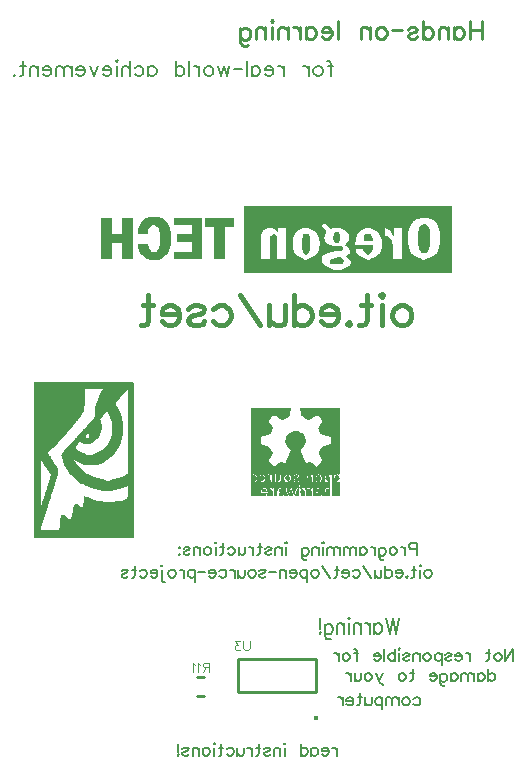
<source format=gbr>
G04 DipTrace 3.0.0.2*
G04 BottomSilk.gbr*
%MOMM*%
G04 #@! TF.FileFunction,Legend,Bot*
G04 #@! TF.Part,Single*
%ADD10C,0.25*%
%ADD12C,0.0762*%
%ADD22O,0.39124X0.39193*%
%ADD70C,0.11765*%
%ADD71C,0.19608*%
%ADD72C,0.15686*%
%ADD73C,0.23529*%
%ADD75C,0.39216*%
%FSLAX35Y35*%
G04*
G71*
G90*
G75*
G01*
G04 BotSilk*
%LPD*%
D22*
X3865606Y2019326D3*
X3868246Y2246021D2*
D10*
X3208278D1*
X3868246Y2526019D2*
X3208278D1*
Y2246021D2*
Y2526019D1*
X3868246Y2246021D2*
Y2526019D1*
X2862437Y2366420D2*
X2922277D1*
X2862437Y2206580D2*
X2922277D1*
X3313380Y4645027D2*
D12*
X3648660D1*
X3732480D2*
X4060140D1*
X3313380Y4637407D2*
X3646055D1*
X3733658D2*
X4060140D1*
X3313380Y4629787D2*
X3643787D1*
X3735547D2*
X4060140D1*
X3313380Y4622167D2*
X3642343D1*
X3737520D2*
X4060140D1*
X3313380Y4614547D2*
X3641566D1*
X3738884D2*
X4060140D1*
X3313380Y4606927D2*
X3640962D1*
X3739860D2*
X4060140D1*
X3313380Y4599307D2*
X3639823D1*
X3741185D2*
X4060140D1*
X3313380Y4591687D2*
X3637588D1*
X3743501D2*
X4060140D1*
X3313380Y4584067D2*
X3496260D1*
X3527947D2*
X3633751D1*
X3747370D2*
X3855607D1*
X3884880D2*
X4060140D1*
X3313380Y4576447D2*
X3488640D1*
X3537748D2*
X3628373D1*
X3752764D2*
X3842548D1*
X3892500D2*
X4060140D1*
X3313380Y4568827D2*
X3481050D1*
X3548538D2*
X3615301D1*
X3765838D2*
X3830478D1*
X3900090D2*
X4060140D1*
X3313380Y4561207D2*
X3473727D1*
X3560213D2*
X3598603D1*
X3782536D2*
X3819293D1*
X3907383D2*
X4060140D1*
X3313380Y4553587D2*
X3467406D1*
X3572460D2*
X3580080D1*
X3801060D2*
X3808680D1*
X3913466D2*
X4060140D1*
X3313380Y4545967D2*
X3462253D1*
X3918084D2*
X4060140D1*
X3313380Y4538347D2*
X3460798D1*
X3917714D2*
X4060140D1*
X3313380Y4530727D2*
X3463425D1*
X3915560D2*
X4060140D1*
X3313380Y4523107D2*
X3467870D1*
X3911891D2*
X4060140D1*
X3313380Y4515487D2*
X3473112D1*
X3907309D2*
X4060140D1*
X3313380Y4507867D2*
X3478273D1*
X3902541D2*
X4060140D1*
X3313380Y4500247D2*
X3483372D1*
X3897604D2*
X4060140D1*
X3313380Y4492627D2*
X3488038D1*
X3892783D2*
X4060140D1*
X3313380Y4485007D2*
X3491755D1*
X3888571D2*
X4060140D1*
X3313380Y4477387D2*
X3491203D1*
X3887257D2*
X4060140D1*
X3313380Y4469767D2*
X3489210D1*
X3888858D2*
X4060140D1*
X3313380Y4462147D2*
X3486467D1*
X3891482D2*
X4060140D1*
X3313380Y4454527D2*
X3483722D1*
X3679140D2*
X3702000D1*
X3894748D2*
X4060140D1*
X3313380Y4446907D2*
X3481021D1*
X3661880D2*
X3719260D1*
X3898465D2*
X4060140D1*
X3313380Y4439287D2*
X3477916D1*
X3647615D2*
X3733495D1*
X3903436D2*
X4060140D1*
X3313380Y4431667D2*
X3470598D1*
X3636366D2*
X3744507D1*
X3910263D2*
X4060140D1*
X3313380Y4424047D2*
X3450593D1*
X3627314D2*
X3752854D1*
X3930419D2*
X4060140D1*
X3313380Y4416427D2*
X3422316D1*
X3620229D2*
X3759086D1*
X3958776D2*
X4060140D1*
X3313380Y4408807D2*
X3389580D1*
X3614622D2*
X3763772D1*
X3991560D2*
X4060140D1*
X3313380Y4401187D2*
X3389580D1*
X3612507D2*
X3767076D1*
X3991560D2*
X4060140D1*
X3313380Y4393567D2*
X3389580D1*
X3611084D2*
X3768980D1*
X3991560D2*
X4060140D1*
X3313380Y4385947D2*
X3389580D1*
X3609393D2*
X3769913D1*
X3991560D2*
X4060140D1*
X3313380Y4378327D2*
X3389580D1*
X3606573D2*
X3770321D1*
X3991560D2*
X4060140D1*
X3313380Y4370707D2*
X3389580D1*
X3602940D2*
X3770485D1*
X3991560D2*
X4060140D1*
X3313380Y4363087D2*
X3389580D1*
X3606487D2*
X3770517D1*
X3991560D2*
X4060140D1*
X3313380Y4355467D2*
X3389580D1*
X3608973D2*
X3770241D1*
X3991560D2*
X4060140D1*
X3313380Y4347847D2*
X3389580D1*
X3611320D2*
X3768980D1*
X3991560D2*
X4060140D1*
X3313380Y4340227D2*
X3389580D1*
X3614667D2*
X3765889D1*
X3991560D2*
X4060140D1*
X3313380Y4332607D2*
X3421399D1*
X3619210D2*
X3760842D1*
X3959741D2*
X4060140D1*
X3313380Y4324987D2*
X3445839D1*
X3624808D2*
X3754466D1*
X3935301D2*
X4060140D1*
X3313380Y4317367D2*
X3463972D1*
X3631790D2*
X3747413D1*
X3917168D2*
X4060140D1*
X3313380Y4309747D2*
X3471527D1*
X3639844D2*
X3740334D1*
X3909352D2*
X4060140D1*
X3313380Y4302127D2*
X3476678D1*
X3648083D2*
X3734331D1*
X3903463D2*
X4060140D1*
X3313380Y4294507D2*
X3480284D1*
X3656280D2*
X3729750D1*
X3898764D2*
X4060140D1*
X3313380Y4286887D2*
X3483612D1*
X3651585D2*
X3730093D1*
X3894657D2*
X4060140D1*
X3313380Y4279267D2*
X3487273D1*
X3647478D2*
X3732011D1*
X3891290D2*
X4060140D1*
X3313380Y4271647D2*
X3491528D1*
X3644129D2*
X3734947D1*
X3888744D2*
X4060140D1*
X3313380Y4264027D2*
X3496260D1*
X3641303D2*
X3738408D1*
X3890538D2*
X4060140D1*
X3313380Y4256407D2*
X3489818D1*
X3638303D2*
X3742076D1*
X3893921D2*
X4060140D1*
X3313380Y4248787D2*
X3484117D1*
X3634949D2*
X3745814D1*
X3898103D2*
X4060140D1*
X3313380Y4241167D2*
X3478737D1*
X3631366D2*
X3749362D1*
X3902819D2*
X4060140D1*
X3313380Y4233547D2*
X3473423D1*
X3627644D2*
X3752440D1*
X3907840D2*
X4060140D1*
X3313380Y4225927D2*
X3468338D1*
X3623877D2*
X3755150D1*
X3912500D2*
X4060140D1*
X3313380Y4218307D2*
X3463015D1*
X3620104D2*
X3758104D1*
X3916241D2*
X4060140D1*
X3313380Y4210687D2*
X3456977D1*
X3616572D2*
X3761416D1*
X3919022D2*
X4060140D1*
X3313380Y4203067D2*
X3450540D1*
X3613737D2*
X3764795D1*
X3917810D2*
X4060140D1*
X3313380Y4195447D2*
X3460765D1*
X3611897D2*
X3767870D1*
X3912860D2*
X4060140D1*
X3313380Y4187827D2*
X3470653D1*
X3564840D2*
X3580080D1*
X3610560D2*
X3770580D1*
X3801060D2*
X3816300D1*
X3906679D2*
X4060140D1*
X3313380Y4180207D2*
X3479723D1*
X3552274D2*
X3828621D1*
X3899706D2*
X4060140D1*
X3313380Y4172587D2*
X3488130D1*
X3539624D2*
X3840391D1*
X3892348D2*
X4060140D1*
X3313380Y4164967D2*
X3496260D1*
X3526740D2*
X3851462D1*
X3884829D2*
X4060140D1*
X3313380Y4157347D2*
X3862020D1*
X3877260D2*
X4060140D1*
X3313380Y4149727D2*
X4060140D1*
X3313380Y4142107D2*
X4060140D1*
X3313380Y4134487D2*
X4060140D1*
X3313380Y4126867D2*
X4060140D1*
X3313380Y4119247D2*
X4060140D1*
X3313380Y4111627D2*
X4060080D1*
X3313410Y4104007D2*
X4059500D1*
X3313678Y4096387D2*
X4058116D1*
X3314649Y4088767D2*
X3328620D1*
X3343860D2*
X3397200D1*
X3412440D2*
X3450540D1*
X3465780D2*
X3481020D1*
X3496260D2*
X3511500D1*
X3526740D2*
X3613265D1*
X3625830D2*
X3686760D1*
X3702000D2*
X3796435D1*
X3809000D2*
X3877260D1*
X3892500D2*
X4037250D1*
X4052520D2*
X4052178D1*
X3316475Y4081147D2*
X3313380D1*
X3328620D2*
X3343860D1*
X3359100D2*
X3381960D1*
X3397200D2*
X3412440D1*
X3427360D2*
X3465780D1*
X3496260D2*
X3511500D1*
X3526740D2*
X3557220D1*
X3572460D2*
X3603375D1*
X3618507D2*
X3625800D1*
X3649838D2*
X3671520D1*
X3686760D2*
X3709144D1*
X3724451D2*
X3786133D1*
X3802654D2*
X3814802D1*
X3839160D2*
X3863518D1*
X3877260D2*
X3892500D1*
X3906533D2*
X3939718D1*
X3954958D2*
X3967202D1*
X3999180D2*
X4013242D1*
X4037280D2*
X4044573D1*
X3325075Y4073527D2*
X3351480D1*
X3366720D2*
X3418533D1*
X3433676D2*
X3469297D1*
X3496260D2*
X3511500D1*
X3526740D2*
X3557220D1*
X3572460D2*
X3596445D1*
X3612156D2*
X3631922D1*
X3651727D2*
X3705810D1*
X3723461D2*
X3782071D1*
X3798129D2*
X3819259D1*
X3839160D2*
X3859061D1*
X3873212D2*
X3896548D1*
X3911936D2*
X3935261D1*
X3950501D2*
X3971659D1*
X3999180D2*
X4011352D1*
X4031156D2*
X4050924D1*
X3322719Y4065907D2*
X3423595D1*
X3438827D2*
X3471486D1*
X3496260D2*
X3511500D1*
X3526740D2*
X3557220D1*
X3572460D2*
X3591251D1*
X3607660D2*
X3636349D1*
X3653670D2*
X3696077D1*
X3718118D2*
X3779856D1*
X3795557D2*
X3821811D1*
X3839160D2*
X3856501D1*
X3869640D2*
X3900120D1*
X3916046D2*
X3932709D1*
X3947979D2*
X3974211D1*
X3999180D2*
X4009360D1*
X4026672D2*
X4055420D1*
X3374340Y4058287D2*
X3425163D1*
X3440401D2*
X3472593D1*
X3496260D2*
X3511500D1*
X3526740D2*
X3557101D1*
X3572430D2*
X3589715D1*
X3604655D2*
X3639327D1*
X3654707D2*
X3685197D1*
X3706588D2*
X3778851D1*
X3794314D2*
X3823048D1*
X3839160D2*
X3855204D1*
X3919093D2*
X3931501D1*
X3947099D2*
X3975448D1*
X3999180D2*
X4007910D1*
X4023946D2*
X4058425D1*
X3313380Y4050667D2*
X3359100D1*
X3374340D2*
X3423566D1*
X3438855D2*
X3473085D1*
X3496260D2*
X3511500D1*
X3526740D2*
X3556744D1*
X3572140D2*
X3589708D1*
X3604926D2*
X3638852D1*
X3654854D2*
X3676316D1*
X3695150D2*
X3778441D1*
X3793777D2*
X3823584D1*
X3839160D2*
X3900120D1*
X3918199D2*
X3931256D1*
X3947323D2*
X3975984D1*
X3999180D2*
X4006800D1*
X4022040D2*
X4058154D1*
X3313380Y4043047D2*
X3417169D1*
X3436074D2*
X3473284D1*
X3496260D2*
X3511500D1*
X3526740D2*
X3553172D1*
X3570962D2*
X3591151D1*
X3610146D2*
X3636667D1*
X3651582D2*
X3669826D1*
X3686277D2*
X3778285D1*
X3793563D2*
X3823797D1*
X3839160D2*
X3898719D1*
X3915810D2*
X3932221D1*
X3951898D2*
X3976197D1*
X3999180D2*
X4052934D1*
X3313380Y4035427D2*
X3351480D1*
X3366720D2*
X3401133D1*
X3432202D2*
X3473361D1*
X3496260D2*
X3511500D1*
X3526740D2*
X3541295D1*
X3568357D2*
X3593232D1*
X3624327D2*
X3633420D1*
X3646715D2*
X3669369D1*
X3679140D2*
X3778228D1*
X3793481D2*
X3823879D1*
X3839160D2*
X3896045D1*
X3912138D2*
X3934744D1*
X3963190D2*
X3976277D1*
X3999180D2*
X4018810D1*
X4029660D2*
X4038753D1*
X3313380Y4027807D2*
D3*
X3328620D2*
X3343860D1*
X3359100D2*
X3381960D1*
X3427680D2*
X3473400D1*
X3496260D2*
X3511500D1*
X3526740D2*
D3*
X3564840D2*
X3595320D1*
X3641040D2*
X3671520D1*
X3694380D2*
X3702000D1*
X3724860D2*
X3778200D1*
X3793440D2*
X3823920D1*
X3839160D2*
X3862020D1*
X3877260D2*
X3892500D1*
X3907740D2*
X3938220D1*
X3976320D2*
X3976305D1*
X3999180D2*
X4032713D1*
X3313380Y4020187D2*
X3976315D1*
X3999180D2*
X4045129D1*
X3313380Y4012567D2*
X3976318D1*
X3999180D2*
X4054507D1*
X3313380Y4004947D2*
X3976320D1*
X3999180D2*
X4057483D1*
X3313380Y3997327D2*
X3717240D1*
X3732480D2*
X3976320D1*
X3999180D2*
X4059039D1*
X3313380Y3989707D2*
X3717240D1*
X3732510D2*
X3976320D1*
X3999180D2*
X4059719D1*
X3313380Y3982087D2*
X3717240D1*
X3732800D2*
X3976320D1*
X3999180D2*
X4059988D1*
X3313380Y3974467D2*
X3717240D1*
X3733978D2*
X3976320D1*
X3999180D2*
X4060087D1*
X3313380Y3966847D2*
X3406027D1*
X3442600D2*
X3462465D1*
X3496260D2*
D3*
X3511500D2*
X3543187D1*
X3587700D2*
X3603230D1*
X3618470D2*
X3648660D1*
X3663900D2*
X3695848D1*
X3711088D2*
X3717240D1*
X3736583D2*
X3735897D1*
X3770260D2*
X3785820D1*
X3816300D2*
X3823920D1*
X3839160D2*
X3863518D1*
X3907740D2*
X3939718D1*
X3976320D2*
D3*
X3999180D2*
X4060122D1*
X3313380Y3959227D2*
X3400594D1*
X3412440D2*
X3435300D1*
X3448946D2*
X3477723D1*
X3511500D2*
X3537754D1*
X3549600D2*
X3604207D1*
X3619447D2*
X3641040D1*
X3663900D2*
X3691123D1*
X3706363D2*
X3717240D1*
X3740100D2*
X3750244D1*
X3776606D2*
X3816300D1*
X3839160D2*
X3859061D1*
X3869640D2*
X3935261D1*
X3953460D2*
X3976320D1*
X3999180D2*
X4060134D1*
X3313380Y3951607D2*
X3396214D1*
X3412440D2*
X3439348D1*
X3453471D2*
X3489098D1*
X3511500D2*
X3533376D1*
X3549600D2*
X3606035D1*
X3621275D2*
X3687600D1*
X3702840D2*
X3717240D1*
X3736612D2*
X3761109D1*
X3781131D2*
X3819817D1*
X3839160D2*
X3856509D1*
X3869640D2*
X3932709D1*
X3949943D2*
X3976320D1*
X3999180D2*
X4060138D1*
X3313380Y3943987D2*
X3393001D1*
X3412440D2*
X3442920D1*
X3456013D2*
X3492836D1*
X3511500D2*
X3530184D1*
X3549600D2*
X3608008D1*
X3623248D2*
X3656280D1*
X3671520D2*
X3684536D1*
X3699748D2*
X3717240D1*
X3734692D2*
X3766323D1*
X3783673D2*
X3822006D1*
X3839160D2*
X3855272D1*
X3869640D2*
X3931472D1*
X3947754D2*
X3976320D1*
X3999180D2*
X4060139D1*
X3313380Y3936367D2*
X3391002D1*
X3456966D2*
X3494823D1*
X3511500D2*
X3528320D1*
X3569796D2*
X3609452D1*
X3624692D2*
X3633420D1*
X3648660D2*
X3656280D1*
X3671520D2*
X3682028D1*
X3696969D2*
X3717240D1*
X3734561D2*
X3768039D1*
X3784626D2*
X3823113D1*
X3839160D2*
X3854736D1*
X3891441D2*
X3930936D1*
X3946647D2*
X3976320D1*
X3999180D2*
X4060140D1*
X3313380Y3928747D2*
X3442920D1*
X3456326D2*
X3495705D1*
X3511500D2*
X3527398D1*
X3549600D2*
X3580080D1*
X3585378D2*
X3610560D1*
X3625800D2*
X3680364D1*
X3694243D2*
X3717240D1*
X3735958D2*
X3766759D1*
X3783986D2*
X3823605D1*
X3839160D2*
X3854523D1*
X3869640D2*
X3900120D1*
X3908484D2*
X3930723D1*
X3946155D2*
X3976320D1*
X3999180D2*
X4060140D1*
X3313380Y3921127D2*
X3439348D1*
X3453941D2*
X3496068D1*
X3511500D2*
X3526980D1*
X3549600D2*
X3580080D1*
X3591026D2*
X3625800D1*
X3641040D2*
X3663900D1*
X3679140D2*
D3*
X3690810D2*
X3717240D1*
X3738022D2*
X3764888D1*
X3781601D2*
X3823810D1*
X3839160D2*
X3854441D1*
X3869640D2*
X3907740D1*
X3922980D2*
X3930641D1*
X3945950D2*
X3976320D1*
X3999180D2*
X4060140D1*
X3313380Y3913507D2*
X3397200D1*
X3412440D2*
X3435300D1*
X3450540D2*
X3496260D1*
X3511500D2*
X3526740D1*
X3549600D2*
X3580080D1*
X3595320D2*
X3618180D1*
X3641040D2*
X3663900D1*
X3686760D2*
X3717240D1*
X3740100D2*
X3762960D1*
X3778200D2*
X3823920D1*
X3839160D2*
X3854400D1*
X3869640D2*
X3900120D1*
X3915360D2*
X3930600D1*
X3945840D2*
X3976320D1*
X3999180D2*
X4060140D1*
X3257550Y6359020D2*
X5010150D1*
X3257550Y6351400D2*
X5010150D1*
X3257550Y6343780D2*
X5010150D1*
X3257550Y6336160D2*
X5010150D1*
X3257550Y6328540D2*
X5010150D1*
X3257550Y6320920D2*
X5010150D1*
X3257550Y6313300D2*
X5010150D1*
X3257550Y6305680D2*
X5010150D1*
X3257550Y6298060D2*
X5010150D1*
X3257550Y6290440D2*
X5010150D1*
X3257550Y6282820D2*
X5010150D1*
X3257550Y6275200D2*
X5010150D1*
X2449830Y6267580D2*
X2526030D1*
X3257550D2*
X5010150D1*
X2045970Y6259960D2*
X2129790D1*
X2221230D2*
X2305050D1*
X2433483D2*
X2543580D1*
X2663190D2*
X2891790D1*
X2929890D2*
X3166110D1*
X3257550D2*
X4728530D1*
X4826980D2*
X5010150D1*
X2045970Y6252340D2*
X2129790D1*
X2221230D2*
X2305050D1*
X2419138D2*
X2558792D1*
X2663190D2*
X2891790D1*
X2929890D2*
X3166110D1*
X3257550D2*
X4714564D1*
X4841184D2*
X5010150D1*
X2045970Y6244720D2*
X2129790D1*
X2221230D2*
X2305050D1*
X2407552D2*
X2571630D1*
X2663190D2*
X2891790D1*
X2929890D2*
X3166110D1*
X3257550D2*
X4702419D1*
X4854032D2*
X5010150D1*
X2045970Y6237100D2*
X2129790D1*
X2221230D2*
X2305050D1*
X2398245D2*
X2581962D1*
X2663190D2*
X2891790D1*
X2929890D2*
X3166110D1*
X3257550D2*
X4692257D1*
X4865078D2*
X5010150D1*
X2045970Y6229480D2*
X2129790D1*
X2221230D2*
X2305050D1*
X2390993D2*
X2589790D1*
X2663190D2*
X2891790D1*
X2929890D2*
X3166110D1*
X3257550D2*
X4683662D1*
X4874040D2*
X5010150D1*
X2045970Y6221860D2*
X2129790D1*
X2221230D2*
X2305050D1*
X2385847D2*
X2596184D1*
X2663190D2*
X2891790D1*
X2929890D2*
X3166110D1*
X3257550D2*
X4676476D1*
X4881304D2*
X5010150D1*
X2045970Y6214240D2*
X2129790D1*
X2221230D2*
X2305050D1*
X2382141D2*
X2601904D1*
X2663190D2*
X2891790D1*
X2929890D2*
X3166110D1*
X3257550D2*
X3923485D1*
X3939147D2*
X4670497D1*
X4887515D2*
X5010150D1*
X2045970Y6206620D2*
X2129790D1*
X2221230D2*
X2305050D1*
X2378757D2*
X2606866D1*
X2663190D2*
X2891790D1*
X2929890D2*
X3166110D1*
X3257550D2*
X3913183D1*
X3953523D2*
X4665048D1*
X4773930D2*
X4781550D1*
X4892709D2*
X5010150D1*
X2045970Y6199000D2*
X2129790D1*
X2221230D2*
X2305050D1*
X2375279D2*
X2467775D1*
X2508085D2*
X2611035D1*
X2815590D2*
X2891790D1*
X2929890D2*
X3166110D1*
X3257550D2*
X3908439D1*
X3963273D2*
X4659968D1*
X4760482D2*
X4794998D1*
X4896975D2*
X5010150D1*
X2045970Y6191380D2*
X2129790D1*
X2221230D2*
X2305050D1*
X2371876D2*
X2457885D1*
X2518004D2*
X2614389D1*
X2815590D2*
X2891790D1*
X3006090D2*
X3089910D1*
X3257550D2*
X3907398D1*
X3969917D2*
X4655870D1*
X4750672D2*
X4804808D1*
X4900368D2*
X5010150D1*
X2045970Y6183760D2*
X2129790D1*
X2221230D2*
X2305050D1*
X2368866D2*
X2450925D1*
X2525203D2*
X2617183D1*
X2815590D2*
X2891790D1*
X3006090D2*
X3089910D1*
X3257550D2*
X3907352D1*
X3974749D2*
X4652647D1*
X4744079D2*
X4811401D1*
X4903175D2*
X5010150D1*
X2045970Y6176140D2*
X2129790D1*
X2221230D2*
X2305050D1*
X2366213D2*
X2446228D1*
X2530603D2*
X2619912D1*
X2815590D2*
X2891790D1*
X3006090D2*
X3089910D1*
X3257550D2*
X3918147D1*
X3978421D2*
X4649681D1*
X4739905D2*
X4815605D1*
X4905910D2*
X5010150D1*
X2045970Y6168520D2*
X2129790D1*
X2221230D2*
X2305050D1*
X2363538D2*
X2442857D1*
X2534828D2*
X2622293D1*
X2815590D2*
X2891790D1*
X3006090D2*
X3089910D1*
X3257550D2*
X3434337D1*
X3507514D2*
X3539490D1*
X3615690D2*
X3730310D1*
X3818695D2*
X3929462D1*
X3981450D2*
X3996690D1*
X4085395D2*
X4263710D1*
X4344215D2*
X4438650D1*
X4465845D2*
X4514850D1*
X4591050D2*
X4646973D1*
X4737643D2*
X4818135D1*
X4908292D2*
X5010150D1*
X2045970Y6160900D2*
X2129790D1*
X2221230D2*
X2305050D1*
X2361206D2*
X2439899D1*
X2537944D2*
X2624050D1*
X2815590D2*
X2891790D1*
X3006090D2*
X3089910D1*
X3257550D2*
X3422529D1*
X3519618D2*
X3539490D1*
X3615690D2*
X3716374D1*
X3835937D2*
X3938511D1*
X4102637D2*
X4249744D1*
X4360748D2*
X4438650D1*
X4481401D2*
X4514850D1*
X4591050D2*
X4644478D1*
X4736543D2*
X4820176D1*
X4910050D2*
X5010150D1*
X2045970Y6153280D2*
X2129790D1*
X2221230D2*
X2305050D1*
X2359724D2*
X2437462D1*
X2540024D2*
X2625789D1*
X2815590D2*
X2891790D1*
X3006090D2*
X3089910D1*
X3257550D2*
X3413358D1*
X3529964D2*
X3539490D1*
X3615690D2*
X3704497D1*
X3849486D2*
X3945121D1*
X4116186D2*
X4237629D1*
X4373442D2*
X4438650D1*
X4492269D2*
X4514850D1*
X4591050D2*
X4641873D1*
X4735817D2*
X4822459D1*
X4911789D2*
X5010150D1*
X2045970Y6145660D2*
X2129790D1*
X2221230D2*
X2305050D1*
X2358957D2*
X2435937D1*
X2541892D2*
X2627959D1*
X2815590D2*
X2891790D1*
X3006090D2*
X3089910D1*
X3257550D2*
X3406623D1*
X3539490D2*
D3*
X3615690D2*
X3695306D1*
X3859443D2*
X3945981D1*
X4126143D2*
X4227705D1*
X4383269D2*
X4438650D1*
X4500112D2*
X4514850D1*
X4591050D2*
X4639570D1*
X4734665D2*
X4824593D1*
X4913959D2*
X5010150D1*
X2045970Y6138040D2*
X2129790D1*
X2221230D2*
X2305050D1*
X2358599D2*
X2435118D1*
X2544112D2*
X2630054D1*
X2815590D2*
X2891790D1*
X3006090D2*
X3089910D1*
X3257550D2*
X3401690D1*
X3615690D2*
X3688535D1*
X3866538D2*
X3943813D1*
X4027170D2*
X4050030D1*
X4133208D2*
X4219842D1*
X4390989D2*
X4438650D1*
X4506206D2*
X4514850D1*
X4591050D2*
X4638098D1*
X4732773D2*
X4825990D1*
X4916054D2*
X5010150D1*
X2045970Y6130420D2*
X2129790D1*
X2221230D2*
X2305050D1*
X2358390D2*
X2434590D1*
X2546224D2*
X2631437D1*
X2815590D2*
X2891790D1*
X3006090D2*
X3089910D1*
X3257550D2*
X3398280D1*
X3615690D2*
X3683333D1*
X3872107D2*
X3940859D1*
X4022475D2*
X4056152D1*
X4138509D2*
X4213808D1*
X4397180D2*
X4438650D1*
X4510478D2*
X4514850D1*
X4591050D2*
X4637337D1*
X4730795D2*
X4826721D1*
X4917437D2*
X5010150D1*
X2045970Y6122800D2*
X2305050D1*
X2547614D2*
X2632163D1*
X2693670D2*
X2891790D1*
X3006090D2*
X3089910D1*
X3257550D2*
X3396334D1*
X3501390D2*
X3509010D1*
X3615690D2*
X3678951D1*
X3760470D2*
X3798570D1*
X3877252D2*
X3937439D1*
X4018397D2*
X4060609D1*
X4142683D2*
X4209167D1*
X4278630D2*
X4324350D1*
X4402709D2*
X4438650D1*
X4513052D2*
X4514850D1*
X4591050D2*
X4636994D1*
X4729458D2*
X4827052D1*
X4918163D2*
X5010150D1*
X2045970Y6115180D2*
X2305050D1*
X2548342D2*
X2632493D1*
X2693670D2*
X2891790D1*
X3006090D2*
X3089910D1*
X3257550D2*
X3395385D1*
X3491750D2*
X3518650D1*
X3615690D2*
X3675150D1*
X3756953D2*
X3801175D1*
X3882142D2*
X3934046D1*
X4015317D2*
X4063161D1*
X4145748D2*
X4205622D1*
X4276025D2*
X4328158D1*
X4407818D2*
X4438650D1*
X4514850D2*
D3*
X4591050D2*
X4636853D1*
X4728748D2*
X4827189D1*
X4918493D2*
X5010150D1*
X2045970Y6107560D2*
X2305050D1*
X2548673D2*
X2632629D1*
X2693670D2*
X2891790D1*
X3006090D2*
X3089910D1*
X3257550D2*
X3394972D1*
X3483994D2*
X3526406D1*
X3615690D2*
X3671980D1*
X3754764D2*
X3803443D1*
X3885928D2*
X3931283D1*
X4013491D2*
X4064398D1*
X4147551D2*
X4202756D1*
X4273757D2*
X4331323D1*
X4411925D2*
X4438650D1*
X4591050D2*
X4636800D1*
X4728424D2*
X4827241D1*
X4918629D2*
X5010150D1*
X2045970Y6099940D2*
X2305050D1*
X2548809D2*
X2632681D1*
X2693670D2*
X2891790D1*
X3006090D2*
X3089910D1*
X3257550D2*
X3394806D1*
X3481168D2*
X3529232D1*
X3615690D2*
X3669267D1*
X3753627D2*
X3804887D1*
X3888420D2*
X3929620D1*
X4012584D2*
X4064934D1*
X4148416D2*
X4200001D1*
X4272313D2*
X4334257D1*
X4415152D2*
X4460310D1*
X4591050D2*
X4636780D1*
X4728290D2*
X4827260D1*
X4918681D2*
X5010150D1*
X2045970Y6092320D2*
X2305050D1*
X2548861D2*
X2632700D1*
X2693670D2*
X2891790D1*
X3006090D2*
X3089910D1*
X3257550D2*
X3394744D1*
X3479648D2*
X3530752D1*
X3615690D2*
X3666569D1*
X3752868D2*
X3805634D1*
X3890490D2*
X3929033D1*
X4012215D2*
X4065117D1*
X4148541D2*
X4197641D1*
X4271566D2*
X4336702D1*
X4418089D2*
X4476386D1*
X4591050D2*
X4636773D1*
X4728239D2*
X4827267D1*
X4918700D2*
X5010150D1*
X2045970Y6084700D2*
X2305050D1*
X2548880D2*
X2632707D1*
X2693670D2*
X2891790D1*
X3006090D2*
X3089910D1*
X3257550D2*
X3394722D1*
X3478966D2*
X3531434D1*
X3615690D2*
X3664230D1*
X3751698D2*
X3805970D1*
X3892797D2*
X3929654D1*
X4012352D2*
X4064899D1*
X4147699D2*
X4196149D1*
X4271229D2*
X4338236D1*
X4420529D2*
X4488714D1*
X4591050D2*
X4636771D1*
X4728220D2*
X4827269D1*
X4918707D2*
X5010150D1*
X2045970Y6077080D2*
X2305050D1*
X2548887D2*
X2632709D1*
X2693670D2*
X2891790D1*
X3006090D2*
X3089910D1*
X3257550D2*
X3394714D1*
X3478690D2*
X3531710D1*
X3615690D2*
X3662745D1*
X3749797D2*
X3806138D1*
X3894945D2*
X3931592D1*
X4013558D2*
X4063661D1*
X4145636D2*
X4195351D1*
X4271087D2*
X4339060D1*
X4422053D2*
X4494335D1*
X4591050D2*
X4636770D1*
X4728213D2*
X4827270D1*
X4918709D2*
X5010150D1*
X2045970Y6069460D2*
X2305050D1*
X2548889D2*
X2632710D1*
X2693670D2*
X2891790D1*
X3006090D2*
X3089910D1*
X3257550D2*
X3394711D1*
X3478586D2*
X3531814D1*
X3615690D2*
X3661979D1*
X3747817D2*
X3806459D1*
X3896347D2*
X3934518D1*
X4016602D2*
X4060604D1*
X4142405D2*
X4194737D1*
X4271010D2*
X4339590D1*
X4422833D2*
X4498390D1*
X4591050D2*
X4636770D1*
X4728241D2*
X4827270D1*
X4918710D2*
X5010150D1*
X2045970Y6061840D2*
X2305050D1*
X2548860D2*
X2632710D1*
X2693670D2*
X2891790D1*
X3006090D2*
X3089910D1*
X3257550D2*
X3394710D1*
X3478549D2*
X3531851D1*
X3615690D2*
X3661635D1*
X3746478D2*
X3807419D1*
X3897080D2*
X3938246D1*
X4021468D2*
X4055734D1*
X4137752D2*
X4193625D1*
X4423183D2*
X4501689D1*
X4591050D2*
X4636770D1*
X4728508D2*
X4827270D1*
X4918680D2*
X5010150D1*
X2045970Y6054220D2*
X2305050D1*
X2548592D2*
X2632680D1*
X2815590D2*
X2891790D1*
X3006090D2*
X3089910D1*
X3257550D2*
X3394710D1*
X3478536D2*
X3531864D1*
X3615690D2*
X3661494D1*
X3745768D2*
X3808983D1*
X3897412D2*
X3943437D1*
X4027170D2*
X4050030D1*
X4131314D2*
X4191745D1*
X4423325D2*
X4504270D1*
X4591050D2*
X4636800D1*
X4729479D2*
X4827240D1*
X4918412D2*
X5010150D1*
X2045970Y6046600D2*
X2129790D1*
X2221230D2*
X2305050D1*
X2547621D2*
X2632412D1*
X2815590D2*
X2891790D1*
X3006090D2*
X3089910D1*
X3257550D2*
X3394710D1*
X3478532D2*
X3531868D1*
X3615690D2*
X3661440D1*
X3745444D2*
X3809968D1*
X3897549D2*
X3951274D1*
X4123905D2*
X4189752D1*
X4423380D2*
X4505846D1*
X4591050D2*
X4637068D1*
X4731304D2*
X4826972D1*
X4917441D2*
X5010150D1*
X2045970Y6038980D2*
X2129790D1*
X2221230D2*
X2305050D1*
X2358390D2*
X2434590D1*
X2545796D2*
X2631441D1*
X2815590D2*
X2891790D1*
X3006090D2*
X3089910D1*
X3257550D2*
X3394710D1*
X3478531D2*
X3531869D1*
X3615690D2*
X3661420D1*
X3745340D2*
X3809472D1*
X3897601D2*
X3962208D1*
X4117041D2*
X4188301D1*
X4423400D2*
X4506644D1*
X4591050D2*
X4638039D1*
X4733257D2*
X4826001D1*
X4915616D2*
X5010150D1*
X2045970Y6031360D2*
X2129790D1*
X2221230D2*
X2305050D1*
X2358390D2*
X2435797D1*
X2543813D2*
X2629586D1*
X2815590D2*
X2891790D1*
X3006090D2*
X3089910D1*
X3257550D2*
X3394710D1*
X3478530D2*
X3531870D1*
X3615690D2*
X3661413D1*
X3745556D2*
X3808225D1*
X3897590D2*
X3975331D1*
X4110990D2*
X4339590D1*
X4423407D2*
X4507000D1*
X4591050D2*
X4639864D1*
X4734586D2*
X4824176D1*
X4913633D2*
X5010150D1*
X2045970Y6023740D2*
X2129790D1*
X2221230D2*
X2305050D1*
X2358420D2*
X2437954D1*
X2542216D2*
X2627365D1*
X2815590D2*
X2891790D1*
X3006090D2*
X3089910D1*
X3257550D2*
X3394710D1*
X3478530D2*
X3531870D1*
X3615690D2*
X3661441D1*
X3746509D2*
X3807220D1*
X3897329D2*
X3989616D1*
X4122098D2*
X4339590D1*
X4423409D2*
X4507145D1*
X4591050D2*
X4641847D1*
X4735323D2*
X4822193D1*
X4912036D2*
X5010150D1*
X2045970Y6016120D2*
X2129790D1*
X2221230D2*
X2305050D1*
X2358688D2*
X2440928D1*
X2540508D2*
X2625065D1*
X2815590D2*
X2891790D1*
X3006090D2*
X3089910D1*
X3257550D2*
X3394710D1*
X3478530D2*
X3531870D1*
X3615690D2*
X3661708D1*
X3748327D2*
X3806647D1*
X3896360D2*
X4080510D1*
X4131638D2*
X4339590D1*
X4423380D2*
X4507200D1*
X4591050D2*
X4643444D1*
X4735914D2*
X4820596D1*
X4910358D2*
X5010150D1*
X2045970Y6008500D2*
X2129790D1*
X2221230D2*
X2305050D1*
X2359689D2*
X2444385D1*
X2538063D2*
X2622503D1*
X2815590D2*
X2891790D1*
X3006090D2*
X3089910D1*
X3257550D2*
X3394710D1*
X3478530D2*
X3531870D1*
X3615690D2*
X3662679D1*
X3750279D2*
X3806375D1*
X3894536D2*
X4083715D1*
X4139365D2*
X4339560D1*
X4423112D2*
X4507220D1*
X4591050D2*
X4645152D1*
X4737049D2*
X4818888D1*
X4908180D2*
X5010150D1*
X2045970Y6000880D2*
X2129790D1*
X2221230D2*
X2305050D1*
X2361781D2*
X2448315D1*
X2534708D2*
X2619959D1*
X2815590D2*
X2891790D1*
X3006090D2*
X3089910D1*
X3257550D2*
X3394710D1*
X3478530D2*
X3531870D1*
X3615690D2*
X3664534D1*
X3751607D2*
X3806230D1*
X3892553D2*
X4085622D1*
X4145353D2*
X4339292D1*
X4422111D2*
X4507227D1*
X4591050D2*
X4647568D1*
X4739223D2*
X4816443D1*
X4905825D2*
X5010150D1*
X2045970Y5993260D2*
X2129790D1*
X2221230D2*
X2305050D1*
X2364736D2*
X2453040D1*
X2530255D2*
X2617495D1*
X2815590D2*
X2891790D1*
X3006090D2*
X3089910D1*
X3257550D2*
X3394710D1*
X3478530D2*
X3531870D1*
X3615690D2*
X3666755D1*
X3752343D2*
X3805918D1*
X3890956D2*
X4083510D1*
X4149950D2*
X4195100D1*
X4262183D2*
X4338291D1*
X4420019D2*
X4507229D1*
X4591050D2*
X4650656D1*
X4742462D2*
X4813088D1*
X4903444D2*
X5010150D1*
X2045970Y5985640D2*
X2129790D1*
X2221230D2*
X2305050D1*
X2368158D2*
X2458798D1*
X2524616D2*
X2614614D1*
X2815590D2*
X2891790D1*
X3006090D2*
X3089910D1*
X3257550D2*
X3394710D1*
X3478530D2*
X3531870D1*
X3615690D2*
X3669055D1*
X3752994D2*
X3804870D1*
X3889248D2*
X4080510D1*
X4153193D2*
X4196107D1*
X4267705D2*
X4336139D1*
X4417064D2*
X4507230D1*
X4591050D2*
X4654129D1*
X4746870D2*
X4808635D1*
X4900596D2*
X5010150D1*
X2045970Y5978020D2*
X2129790D1*
X2221230D2*
X2305050D1*
X2371819D2*
X2465070D1*
X2518410D2*
X2611080D1*
X2815590D2*
X2891790D1*
X3006090D2*
X3089910D1*
X3257550D2*
X3394710D1*
X3478530D2*
X3531870D1*
X3615690D2*
X3671617D1*
X3753965D2*
X3802458D1*
X3886803D2*
X3993883D1*
X4154788D2*
X4198201D1*
X4272956D2*
X4332628D1*
X4413642D2*
X4507230D1*
X4591050D2*
X4657809D1*
X4752492D2*
X4802996D1*
X4897073D2*
X5010150D1*
X2045970Y5970400D2*
X2129790D1*
X2221230D2*
X2305050D1*
X2375594D2*
X2606785D1*
X2663190D2*
X2891790D1*
X3006090D2*
X3089910D1*
X3257550D2*
X3394710D1*
X3478530D2*
X3531870D1*
X3615690D2*
X3674191D1*
X3757813D2*
X3798128D1*
X3883476D2*
X3966548D1*
X4155215D2*
X4201156D1*
X4279701D2*
X4327049D1*
X4409981D2*
X4507230D1*
X4591050D2*
X4661591D1*
X4758690D2*
X4796790D1*
X4892782D2*
X5010150D1*
X2045970Y5962780D2*
X2129790D1*
X2221230D2*
X2305050D1*
X2379657D2*
X2601948D1*
X2663190D2*
X2891790D1*
X3006090D2*
X3089910D1*
X3257550D2*
X3394710D1*
X3478530D2*
X3531870D1*
X3615690D2*
X3676923D1*
X3766186D2*
X3791473D1*
X3879240D2*
X3946777D1*
X4151923D2*
X4204637D1*
X4289515D2*
X4318825D1*
X4406176D2*
X4507230D1*
X4591050D2*
X4665685D1*
X4887917D2*
X5010150D1*
X2045970Y5955160D2*
X2129790D1*
X2221230D2*
X2305050D1*
X2384484D2*
X2597024D1*
X2663190D2*
X2891790D1*
X3006090D2*
X3089910D1*
X3257550D2*
X3394710D1*
X3478530D2*
X3531870D1*
X3615690D2*
X3680804D1*
X3775710D2*
X3783330D1*
X3874170D2*
X3933140D1*
X4146605D2*
X4208834D1*
X4301490D2*
X4309110D1*
X4401846D2*
X4507230D1*
X4591050D2*
X4670751D1*
X4882756D2*
X5010150D1*
X2045970Y5947540D2*
X2129790D1*
X2221230D2*
X2305050D1*
X2390658D2*
X2591456D1*
X2663190D2*
X2891790D1*
X3006090D2*
X3089910D1*
X3257550D2*
X3394710D1*
X3478530D2*
X3531870D1*
X3615690D2*
X3686491D1*
X3868259D2*
X3923671D1*
X4139079D2*
X4214581D1*
X4396047D2*
X4507230D1*
X4591050D2*
X4677689D1*
X4876456D2*
X5010150D1*
X2045970Y5939920D2*
X2129790D1*
X2221230D2*
X2305050D1*
X2398476D2*
X2584027D1*
X2663190D2*
X2891790D1*
X3006090D2*
X3089910D1*
X3257550D2*
X3394710D1*
X3478530D2*
X3531870D1*
X3615690D2*
X3694336D1*
X3860543D2*
X3916998D1*
X4129424D2*
X4222651D1*
X4387959D2*
X4507230D1*
X4591050D2*
X4686897D1*
X4867845D2*
X5010150D1*
X2045970Y5932300D2*
X2129790D1*
X2221230D2*
X2305050D1*
X2408411D2*
X2573791D1*
X2663190D2*
X2891790D1*
X3006090D2*
X3089910D1*
X3257550D2*
X3394710D1*
X3478530D2*
X3531870D1*
X3615690D2*
X3705147D1*
X3849636D2*
X3912147D1*
X4118610D2*
X4233204D1*
X4377400D2*
X4507230D1*
X4591050D2*
X4698912D1*
X4855924D2*
X5010150D1*
X2045970Y5924680D2*
X2129790D1*
X2221230D2*
X2305050D1*
X2421382D2*
X2560299D1*
X2663190D2*
X2891790D1*
X3006090D2*
X3089910D1*
X3257550D2*
X3394710D1*
X3478530D2*
X3531870D1*
X3615690D2*
X3719967D1*
X3834139D2*
X3908784D1*
X4065270D2*
X4072890D1*
X4130635D2*
X4247195D1*
X4363406D2*
X4507230D1*
X4591050D2*
X4715023D1*
X4838826D2*
X5010150D1*
X2045970Y5917060D2*
X2129790D1*
X2221230D2*
X2305050D1*
X2438201D2*
X2543902D1*
X2663190D2*
X2891790D1*
X3006090D2*
X3089910D1*
X3257550D2*
X3394710D1*
X3478530D2*
X3531870D1*
X3615690D2*
X3739040D1*
X3813781D2*
X3906889D1*
X4027490D2*
X4081103D1*
X4141326D2*
X4265484D1*
X4345116D2*
X4507230D1*
X4591050D2*
X4735680D1*
X4815649D2*
X5010150D1*
X2457450Y5909440D2*
X2526030D1*
X3257550D2*
X3760470D1*
X3790950D2*
X3906217D1*
X3998895D2*
X4087339D1*
X4149902D2*
X4286250D1*
X4324350D2*
X4758690D1*
X4789170D2*
X5010150D1*
X3257550Y5901820D2*
X3906809D1*
X3988071D2*
X4092134D1*
X4156125D2*
X5010150D1*
X3257550Y5894200D2*
X3908737D1*
X3983912D2*
X4093309D1*
X4160200D2*
X5010150D1*
X3257550Y5886580D2*
X3911630D1*
X3983250D2*
X4090578D1*
X4162842D2*
X5010150D1*
X3257550Y5878960D2*
X3915059D1*
X3985752D2*
X4086003D1*
X4162438D2*
X5010150D1*
X3257550Y5871340D2*
X3919010D1*
X3989070D2*
X4080510D1*
X4160659D2*
X5010150D1*
X3257550Y5863720D2*
X3924051D1*
X4157531D2*
X5010150D1*
X3257550Y5856100D2*
X3931296D1*
X4152544D2*
X5010150D1*
X3257550Y5848480D2*
X3942011D1*
X4145669D2*
X5010150D1*
X3257550Y5840860D2*
X3957819D1*
X4130408D2*
X5010150D1*
X3257550Y5833240D2*
X3979410D1*
X4110543D2*
X5010150D1*
X3257550Y5825620D2*
X4004310D1*
X4088130D2*
X5010150D1*
X3257550Y5818000D2*
X5010150D1*
X3257550Y5810380D2*
X5010150D1*
X3257550Y5802760D2*
X5010150D1*
X1480017Y4869643D2*
X2310597D1*
X1480017Y4862023D2*
X2314114D1*
X1480017Y4854403D2*
X2316303D1*
X1480017Y4846783D2*
X2317410D1*
X1480017Y4839163D2*
X2317901D1*
X1480017Y4831543D2*
X2318100D1*
X1480017Y4823923D2*
X2318175D1*
X1480017Y4816303D2*
X2318203D1*
X1480017Y4808683D2*
X1906707D1*
X2060344D2*
X2318212D1*
X1480017Y4801063D2*
X1906439D1*
X2054881D2*
X2258144D1*
X2272497D2*
X2318215D1*
X1480017Y4793443D2*
X1905468D1*
X2050235D2*
X2251437D1*
X2272497D2*
X2318216D1*
X1480017Y4785823D2*
X1903643D1*
X2046042D2*
X2243963D1*
X2272497D2*
X2318217D1*
X1480017Y4778203D2*
X1901689D1*
X2042085D2*
X2235753D1*
X2272497D2*
X2318217D1*
X1480017Y4770583D2*
X1900360D1*
X2038240D2*
X2227780D1*
X2272497D2*
X2318217D1*
X1480017Y4762963D2*
X1899654D1*
X2034683D2*
X2220748D1*
X2272497D2*
X2318217D1*
X1480017Y4755343D2*
X1899330D1*
X2031831D2*
X2214764D1*
X2272497D2*
X2318217D1*
X1480017Y4747723D2*
X1899197D1*
X2029850D2*
X2209016D1*
X2272497D2*
X2318217D1*
X1480017Y4740103D2*
X1899145D1*
X2027986D2*
X2202692D1*
X2272497D2*
X2318217D1*
X1480017Y4732483D2*
X1899127D1*
X2025511D2*
X2195766D1*
X2272497D2*
X2318217D1*
X1480017Y4724863D2*
X1899120D1*
X2022402D2*
X2188465D1*
X2272497D2*
X2318217D1*
X1480017Y4717243D2*
X1899118D1*
X2018921D2*
X2181007D1*
X2272497D2*
X2318217D1*
X1480017Y4709623D2*
X1899117D1*
X2015268D2*
X2173766D1*
X2272497D2*
X2318217D1*
X1480017Y4702003D2*
X1899117D1*
X2011754D2*
X2167701D1*
X2272497D2*
X2318217D1*
X1480017Y4694383D2*
X1899117D1*
X2008690D2*
X2163092D1*
X2272497D2*
X2318217D1*
X1480017Y4686763D2*
X1899117D1*
X2006014D2*
X2163462D1*
X2272497D2*
X2318217D1*
X1480017Y4679143D2*
X1899087D1*
X2003300D2*
X2165616D1*
X2272497D2*
X2318217D1*
X1480017Y4671523D2*
X1898819D1*
X2000697D2*
X2169285D1*
X2272497D2*
X2318217D1*
X1480017Y4663903D2*
X1897848D1*
X1998242D2*
X2173838D1*
X2272497D2*
X2318217D1*
X1480017Y4656283D2*
X1896023D1*
X1995652D2*
X2178368D1*
X2272497D2*
X2318217D1*
X1480017Y4648663D2*
X1894069D1*
X1993384D2*
X2182602D1*
X2272497D2*
X2318217D1*
X1480017Y4641043D2*
X1892710D1*
X1992182D2*
X2186628D1*
X2272497D2*
X2318217D1*
X1480017Y4633423D2*
X1891736D1*
X1992392D2*
X2190523D1*
X2272497D2*
X2318217D1*
X1480017Y4625803D2*
X1890412D1*
X1993874D2*
X2194374D1*
X2272497D2*
X2318217D1*
X1480017Y4618183D2*
X1888156D1*
X1995688D2*
X2198192D1*
X2272497D2*
X2318217D1*
X1480017Y4610563D2*
X1884911D1*
X1996963D2*
X2081997D1*
X2106324D2*
X2201983D1*
X2272497D2*
X2318217D1*
X1480017Y4602943D2*
X1880738D1*
X1997620D2*
X2074377D1*
X2109190D2*
X2205520D1*
X2272497D2*
X2318217D1*
X1480017Y4595323D2*
X1875948D1*
X1997639D2*
X2066757D1*
X2113019D2*
X2208366D1*
X2272497D2*
X2318217D1*
X1480017Y4587703D2*
X1871071D1*
X1996502D2*
X2059137D1*
X2116576D2*
X2210345D1*
X2272497D2*
X2318217D1*
X1480017Y4580083D2*
X1865808D1*
X1993488D2*
X2051546D1*
X2119614D2*
X2212177D1*
X2272497D2*
X2318217D1*
X1480017Y4572463D2*
X1859708D1*
X1988727D2*
X2044254D1*
X2122737D2*
X2214384D1*
X2272497D2*
X2318217D1*
X1480017Y4564843D2*
X1853124D1*
X1983328D2*
X2038171D1*
X2126119D2*
X2216493D1*
X2272497D2*
X2318217D1*
X1480017Y4557223D2*
X1846820D1*
X1978072D2*
X2033553D1*
X2129458D2*
X2217911D1*
X2272497D2*
X2318217D1*
X1480017Y4549603D2*
X1841167D1*
X1972621D2*
X2033632D1*
X2132219D2*
X2218906D1*
X2272497D2*
X2318217D1*
X1480017Y4541983D2*
X1835554D1*
X1966410D2*
X2034809D1*
X2134164D2*
X2220208D1*
X2272497D2*
X2318217D1*
X1480017Y4534363D2*
X1829313D1*
X1959525D2*
X2036622D1*
X2135984D2*
X2222169D1*
X2272497D2*
X2318217D1*
X1480017Y4526743D2*
X1822674D1*
X1952268D2*
X2038953D1*
X2138187D2*
X2224175D1*
X2272497D2*
X2318217D1*
X1480017Y4519123D2*
X1816351D1*
X1945023D2*
X2041153D1*
X2140294D2*
X2225523D1*
X2272497D2*
X2318217D1*
X1480017Y4511503D2*
X1810690D1*
X1938159D2*
X2042588D1*
X2141681D2*
X2226236D1*
X2272497D2*
X2318217D1*
X1480017Y4503883D2*
X1805075D1*
X1931412D2*
X2043336D1*
X2142409D2*
X2226562D1*
X2272497D2*
X2318217D1*
X1480017Y4496263D2*
X1798803D1*
X1923957D2*
X2043675D1*
X2142739D2*
X2226696D1*
X2272497D2*
X2318217D1*
X1480017Y4488643D2*
X1791926D1*
X1915982D2*
X2043814D1*
X2142875D2*
X2226748D1*
X2272497D2*
X2318217D1*
X1480017Y4481023D2*
X1784900D1*
X1908712D2*
X2043837D1*
X2142928D2*
X2226767D1*
X2272497D2*
X2318217D1*
X1480017Y4473403D2*
X1778385D1*
X1902534D2*
X2043589D1*
X2142947D2*
X2226773D1*
X2272497D2*
X2318217D1*
X1480017Y4465783D2*
X1772642D1*
X1896678D2*
X2042625D1*
X2142953D2*
X2226776D1*
X2272497D2*
X2318217D1*
X1480017Y4458163D2*
X1766994D1*
X1890305D2*
X2040772D1*
X2142956D2*
X2226776D1*
X2272497D2*
X2318217D1*
X1480017Y4450543D2*
X1760710D1*
X1883358D2*
X2038551D1*
X2142927D2*
X2226747D1*
X2272497D2*
X2318217D1*
X1480017Y4442923D2*
X1753799D1*
X1876050D2*
X2036251D1*
X2142659D2*
X2226479D1*
X2272497D2*
X2318217D1*
X1480017Y4435303D2*
X1746503D1*
X1868559D2*
X1925002D1*
X1936867D2*
X2033690D1*
X2141688D2*
X2225508D1*
X2272497D2*
X2318217D1*
X1480017Y4427683D2*
X1739017D1*
X1861019D2*
X1914788D1*
X1942924D2*
X2031115D1*
X2139833D2*
X2223683D1*
X2272497D2*
X2318217D1*
X1480017Y4420063D2*
X1731478D1*
X1853685D2*
X1910934D1*
X1947478D2*
X2028384D1*
X2137612D2*
X2221699D1*
X2272497D2*
X2318217D1*
X1480017Y4412443D2*
X1724144D1*
X1847042D2*
X1912072D1*
X1946735D2*
X2024532D1*
X2135311D2*
X2220103D1*
X2272497D2*
X2318217D1*
X1480017Y4404823D2*
X1717502D1*
X1841249D2*
X1914357D1*
X1944837D2*
X2019143D1*
X2132750D2*
X2218425D1*
X2272497D2*
X2318217D1*
X1480017Y4397203D2*
X1711709D1*
X1835584D2*
X2012626D1*
X2130205D2*
X2216277D1*
X2272497D2*
X2318217D1*
X1480017Y4389583D2*
X1706044D1*
X1829293D2*
X2005430D1*
X2127742D2*
X2214159D1*
X2272497D2*
X2318217D1*
X1480017Y4381963D2*
X1699753D1*
X1822380D2*
X1997438D1*
X2124891D2*
X2212511D1*
X2272497D2*
X2318217D1*
X1480017Y4374343D2*
X1692840D1*
X1815083D2*
X1987648D1*
X2121594D2*
X2210815D1*
X2272497D2*
X2318217D1*
X1480017Y4366723D2*
X1685543D1*
X1807597D2*
X1975098D1*
X2118002D2*
X2208630D1*
X2272497D2*
X2318217D1*
X1480017Y4359103D2*
X1678057D1*
X1800028D2*
X1853687D1*
X1883877D2*
X1960347D1*
X2114020D2*
X2206273D1*
X2272497D2*
X2318217D1*
X1480017Y4351483D2*
X1670488D1*
X1792427D2*
X1847044D1*
X1906737D2*
X1944837D1*
X2109284D2*
X2203891D1*
X2272497D2*
X2318217D1*
X1480017Y4343863D2*
X1662887D1*
X1784813D2*
X1841250D1*
X2103657D2*
X2201042D1*
X2272497D2*
X2318217D1*
X1480017Y4336243D2*
X1655244D1*
X1777196D2*
X1835584D1*
X2097875D2*
X2197520D1*
X2272497D2*
X2318217D1*
X1480017Y4328623D2*
X1647388D1*
X1769576D2*
X1829299D1*
X2092434D2*
X2193259D1*
X2272497D2*
X2318217D1*
X1480017Y4321003D2*
X1639035D1*
X1761986D2*
X1822426D1*
X2086655D2*
X2188691D1*
X2272497D2*
X2318217D1*
X1480017Y4313383D2*
X1630294D1*
X1754634D2*
X1815297D1*
X2079452D2*
X2184769D1*
X2272497D2*
X2318217D1*
X1480017Y4305763D2*
X1621574D1*
X1747985D2*
X1823237D1*
X2070705D2*
X2181324D1*
X2272497D2*
X2318217D1*
X1480017Y4298143D2*
X1612784D1*
X1742190D2*
X1832131D1*
X2061164D2*
X2177147D1*
X2272497D2*
X2318217D1*
X1480017Y4290523D2*
X1604160D1*
X1736524D2*
X1842906D1*
X2051023D2*
X2171653D1*
X2272497D2*
X2318217D1*
X1480017Y4282903D2*
X1597161D1*
X1730263D2*
X1856154D1*
X2039075D2*
X2165352D1*
X2272497D2*
X2318217D1*
X1480017Y4275283D2*
X1592006D1*
X1723647D2*
X1872503D1*
X2023756D2*
X2159168D1*
X2272497D2*
X2318217D1*
X1480017Y4267663D2*
X1592372D1*
X1717649D2*
X1892397D1*
X2004477D2*
X2153531D1*
X2272497D2*
X2318217D1*
X1480017Y4260043D2*
X1596755D1*
X1712664D2*
X1914357D1*
X1982937D2*
X2147668D1*
X2272497D2*
X2318217D1*
X1480017Y4252423D2*
X1601792D1*
X1711121D2*
X2140431D1*
X2272497D2*
X2318217D1*
X1480017Y4244803D2*
X1606613D1*
X1712391D2*
X2131672D1*
X2272497D2*
X2318217D1*
X1480017Y4237183D2*
X1610995D1*
X1714242D2*
X2122156D1*
X2272497D2*
X2318217D1*
X1480017Y4229563D2*
X1615086D1*
X1716371D2*
X2112371D1*
X2272497D2*
X2318217D1*
X1480017Y4221943D2*
X1619037D1*
X1718833D2*
X2102241D1*
X2272497D2*
X2318217D1*
X1480017Y4214323D2*
X1623137D1*
X1721114D2*
X1809174D1*
X1821739D2*
X2092066D1*
X2272497D2*
X2318217D1*
X1480017Y4206703D2*
X1627691D1*
X1722835D2*
X1812308D1*
X1835149D2*
X2081661D1*
X2272497D2*
X2318217D1*
X1480017Y4199083D2*
X1533357D1*
X1550064D2*
X1632605D1*
X1724591D2*
X1817108D1*
X1848997D2*
X2069612D1*
X2272497D2*
X2318217D1*
X1480017Y4191463D2*
X1533357D1*
X1552960D2*
X1637272D1*
X1727025D2*
X1822519D1*
X1865252D2*
X2054255D1*
X2272497D2*
X2318217D1*
X1480017Y4183843D2*
X1533357D1*
X1557057D2*
X1641586D1*
X1730120D2*
X1827779D1*
X1884953D2*
X2034963D1*
X2272497D2*
X2318217D1*
X1480017Y4176223D2*
X1533357D1*
X1561585D2*
X1645897D1*
X1733595D2*
X1833232D1*
X1906737D2*
X2013417D1*
X2272497D2*
X2318217D1*
X1480017Y4168603D2*
X1533357D1*
X1566448D2*
X1650769D1*
X1737276D2*
X1839443D1*
X2272497D2*
X2318217D1*
X1480017Y4160983D2*
X1533357D1*
X1571555D2*
X1656447D1*
X1741057D2*
X1846298D1*
X2272497D2*
X2318217D1*
X1480017Y4153363D2*
X1533357D1*
X1576533D2*
X1662219D1*
X1745093D2*
X1853347D1*
X2272497D2*
X2318217D1*
X1480017Y4145743D2*
X1533357D1*
X1581580D2*
X1667339D1*
X1749623D2*
X1860127D1*
X2272497D2*
X2318217D1*
X1480017Y4138123D2*
X1533357D1*
X1586756D2*
X1671583D1*
X1754558D2*
X1866841D1*
X2272497D2*
X2318217D1*
X1480017Y4130503D2*
X1533357D1*
X1591790D2*
X1674722D1*
X1759461D2*
X1874343D1*
X2272497D2*
X2318217D1*
X1480017Y4122883D2*
X1533357D1*
X1597083D2*
X1676567D1*
X1764478D2*
X1882849D1*
X2272497D2*
X2318217D1*
X1480017Y4115263D2*
X1533357D1*
X1602966D2*
X1677450D1*
X1769643D2*
X1892060D1*
X2272497D2*
X2318217D1*
X1480017Y4107643D2*
X1533357D1*
X1608849D2*
X1677583D1*
X1774672D2*
X1901917D1*
X2272437D2*
X2318217D1*
X1480017Y4100023D2*
X1533357D1*
X1614237D2*
X1676774D1*
X1779994D2*
X1911978D1*
X2271842D2*
X2318217D1*
X1480017Y4092403D2*
X1533357D1*
X1619444D2*
X1674980D1*
X1786144D2*
X1922308D1*
X2270413D2*
X2318217D1*
X1480017Y4084783D2*
X1533357D1*
X1624797D2*
X1672780D1*
X1793003D2*
X1934029D1*
X2263364D2*
X2318217D1*
X1480017Y4077163D2*
X1533357D1*
X1621249D2*
X1670488D1*
X1800281D2*
X1948062D1*
X2252764D2*
X2318217D1*
X1480017Y4069543D2*
X1533357D1*
X1618793D2*
X1667929D1*
X1807760D2*
X1964706D1*
X2238541D2*
X2318217D1*
X1480017Y4061923D2*
X1533357D1*
X1616714D2*
X1665385D1*
X1815356D2*
X1984821D1*
X2219818D2*
X2318217D1*
X1480017Y4054303D2*
X1533357D1*
X1614369D2*
X1662951D1*
X1823225D2*
X2010867D1*
X2194074D2*
X2318217D1*
X1480017Y4046683D2*
X1533357D1*
X1611948D2*
X1660339D1*
X1831839D2*
X2044339D1*
X2159655D2*
X2318217D1*
X1480017Y4039063D2*
X1533357D1*
X1609573D2*
X1657775D1*
X1841579D2*
X2081997D1*
X2120097D2*
X2318217D1*
X1480017Y4031443D2*
X1533357D1*
X1606984D2*
X1655335D1*
X1852391D2*
X2318217D1*
X1480017Y4023823D2*
X1533357D1*
X1604430D2*
X1652749D1*
X1864195D2*
X2318217D1*
X1480017Y4016203D2*
X1533357D1*
X1601993D2*
X1650423D1*
X1876866D2*
X2318217D1*
X1480017Y4008583D2*
X1533357D1*
X1599379D2*
X1648686D1*
X1890362D2*
X2318217D1*
X1480017Y4000963D2*
X1533357D1*
X1596815D2*
X1646955D1*
X1905367D2*
X2318217D1*
X1480017Y3993343D2*
X1533357D1*
X1594375D2*
X1644757D1*
X1922368D2*
X2318217D1*
X1480017Y3985723D2*
X1533357D1*
X1591789D2*
X1642395D1*
X1941650D2*
X2249227D1*
X2272497D2*
X2318217D1*
X1480017Y3978103D2*
X1533357D1*
X1589463D2*
X1640011D1*
X1964436D2*
X2224224D1*
X2272497D2*
X2318217D1*
X1480017Y3970483D2*
X1533357D1*
X1587726D2*
X1637192D1*
X1992833D2*
X2194763D1*
X2272497D2*
X2318217D1*
X1480017Y3962863D2*
X1533357D1*
X1585995D2*
X1633938D1*
X2027907D2*
X2159215D1*
X2272497D2*
X2318217D1*
X1480017Y3955243D2*
X1533357D1*
X1583797D2*
X1630618D1*
X2066757D2*
X2120097D1*
X2272497D2*
X2318217D1*
X1480017Y3947623D2*
X1533357D1*
X1581435D2*
X1627637D1*
X2272497D2*
X2318217D1*
X1480017Y3940003D2*
X1533357D1*
X1579081D2*
X1624995D1*
X2272497D2*
X2318217D1*
X1480017Y3932383D2*
X1533357D1*
X1576500D2*
X1622323D1*
X2272497D2*
X2318217D1*
X1480017Y3924763D2*
X1533357D1*
X1573949D2*
X1619993D1*
X2272497D2*
X2318217D1*
X1480017Y3917143D2*
X1533357D1*
X1571513D2*
X1618481D1*
X2272497D2*
X2318217D1*
X1480017Y3909523D2*
X1533357D1*
X1568899D2*
X1617448D1*
X2272467D2*
X2318217D1*
X1480017Y3901903D2*
X1533357D1*
X1566335D2*
X1616103D1*
X1906737D2*
D3*
X2272169D2*
X2318217D1*
X1480017Y3894283D2*
X1533357D1*
X1563895D2*
X1613869D1*
X1906707D2*
X1929597D1*
X2270811D2*
X2318217D1*
X1480017Y3886663D2*
X1533357D1*
X1561280D2*
X1610890D1*
X1906439D2*
X1945216D1*
X2268166D2*
X2318217D1*
X1480017Y3879043D2*
X1533357D1*
X1558715D2*
X1607687D1*
X1905468D2*
X1962326D1*
X2257986D2*
X2318217D1*
X1480017Y3871423D2*
X1533357D1*
X1556275D2*
X1604752D1*
X1903643D2*
X1983194D1*
X2240806D2*
X2318217D1*
X1480017Y3863803D2*
X1533357D1*
X1553690D2*
X1602126D1*
X1901689D2*
X2009608D1*
X2215473D2*
X2318217D1*
X1480017Y3856183D2*
X1533357D1*
X1551393D2*
X1599430D1*
X1900330D2*
X2040911D1*
X2184232D2*
X2318217D1*
X1480017Y3848563D2*
X1533357D1*
X1549918D2*
X1596834D1*
X1899356D2*
X2318217D1*
X1480017Y3840943D2*
X1533357D1*
X1549116D2*
X1594381D1*
X1898056D2*
X2318217D1*
X1480017Y3833323D2*
X1533357D1*
X1548597D2*
X1591792D1*
X1822917D2*
X1845777D1*
X1896033D2*
X2318217D1*
X1480017Y3825703D2*
X1589464D1*
X1819109D2*
X1853397D1*
X1893712D2*
X2318217D1*
X1480017Y3818083D2*
X1587726D1*
X1815944D2*
X1861017D1*
X1891497D2*
X2318217D1*
X1480017Y3810463D2*
X1585995D1*
X1813010D2*
X2318217D1*
X1480017Y3802843D2*
X1583797D1*
X1810565D2*
X2318217D1*
X1480017Y3795223D2*
X1581435D1*
X1809037D2*
X2318217D1*
X1480017Y3787603D2*
X1579081D1*
X1808255D2*
X2318217D1*
X1480017Y3779983D2*
X1576500D1*
X1807875D2*
X2318217D1*
X1480017Y3772363D2*
X1573949D1*
X1807464D2*
X2318217D1*
X1480017Y3764743D2*
X1571513D1*
X1806438D2*
X2318217D1*
X1480017Y3757123D2*
X1568899D1*
X1804563D2*
X2318217D1*
X1480017Y3749503D2*
X1566335D1*
X1802335D2*
X2318217D1*
X1480017Y3741883D2*
X1563895D1*
X1708617D2*
X1731477D1*
X1800003D2*
X2318217D1*
X1480017Y3734263D2*
X1561280D1*
X1707439D2*
X1739409D1*
X1797179D2*
X2318217D1*
X1480017Y3726643D2*
X1558715D1*
X1705550D2*
X1748212D1*
X1793704D2*
X2318217D1*
X1480017Y3719023D2*
X1556275D1*
X1703577D2*
X1758439D1*
X1789517D2*
X2318217D1*
X1480017Y3711403D2*
X1553690D1*
X1702242D2*
X1769577D1*
X1784817D2*
X2318217D1*
X1480017Y3703783D2*
X1551363D1*
X1701534D2*
X2318217D1*
X1480017Y3696163D2*
X1549626D1*
X1701211D2*
X2318217D1*
X1480017Y3688543D2*
X1547865D1*
X1701077D2*
X2318217D1*
X1480017Y3680923D2*
X1545429D1*
X1701025D2*
X2318217D1*
X1480017Y3673303D2*
X1542364D1*
X1701007D2*
X2318217D1*
X1480017Y3665683D2*
X1539126D1*
X1700970D2*
X2318217D1*
X1480017Y3658063D2*
X1536179D1*
X1700700D2*
X2318217D1*
X1480017Y3650443D2*
X1533549D1*
X1699728D2*
X2318217D1*
X1480017Y3642823D2*
X1530881D1*
X1697903D2*
X2318217D1*
X1480017Y3635203D2*
X1528551D1*
X1695949D2*
X2318217D1*
X1480017Y3627583D2*
X1527064D1*
X1694614D2*
X2318217D1*
X1480017Y3619963D2*
X1526258D1*
X1693868D2*
X2318217D1*
X1480017Y3612343D2*
X2318217D1*
X1480017Y3604723D2*
X2318217D1*
X1480017Y3597103D2*
X2318217D1*
X1480017Y3589483D2*
X2318217D1*
X1480017Y3581863D2*
X2318217D1*
X1480017Y3574243D2*
X2318217D1*
X1480017Y3566623D2*
X2318217D1*
X1480017Y3559003D2*
X2318217D1*
X3313380Y4645027D2*
Y4637407D1*
Y4629787D1*
Y4622167D1*
Y4614547D1*
Y4606927D1*
Y4599307D1*
Y4591687D1*
Y4584067D1*
Y4576447D1*
Y4568827D1*
Y4561207D1*
Y4553587D1*
Y4545967D1*
Y4538347D1*
Y4530727D1*
Y4523107D1*
Y4515487D1*
Y4507867D1*
Y4500247D1*
Y4492627D1*
Y4485007D1*
Y4477387D1*
Y4469767D1*
Y4462147D1*
Y4454527D1*
Y4446907D1*
Y4439287D1*
Y4431667D1*
Y4424047D1*
Y4416427D1*
Y4408807D1*
Y4401187D1*
Y4393567D1*
Y4385947D1*
Y4378327D1*
Y4370707D1*
Y4363087D1*
Y4355467D1*
Y4347847D1*
Y4340227D1*
Y4332607D1*
Y4324987D1*
Y4317367D1*
Y4309747D1*
Y4302127D1*
Y4294507D1*
Y4286887D1*
Y4279267D1*
Y4271647D1*
Y4264027D1*
Y4256407D1*
Y4248787D1*
Y4241167D1*
Y4233547D1*
Y4225927D1*
Y4218307D1*
Y4210687D1*
Y4203067D1*
Y4195447D1*
Y4187827D1*
Y4180207D1*
Y4172587D1*
Y4164967D1*
Y4157347D1*
Y4149727D1*
Y4142107D1*
Y4134487D1*
Y4126867D1*
Y4119247D1*
Y4111627D1*
X3313410Y4104007D1*
X3313678Y4096387D1*
X3314649Y4088767D1*
X3316475Y4081147D1*
X3318448Y4073527D1*
X3319893Y4065907D1*
X3321000Y4058287D1*
X3374340D1*
Y4050667D1*
X3648660Y4645027D2*
X3646055Y4637407D1*
X3643787Y4629787D1*
X3642343Y4622167D1*
X3641566Y4614547D1*
X3640962Y4606927D1*
X3639823Y4599307D1*
X3637588Y4591687D1*
X3633751Y4584067D1*
X3628373Y4576447D1*
X3615301Y4568827D1*
X3598603Y4561207D1*
X3580080Y4553587D1*
X3732480Y4645027D2*
X3733658Y4637407D1*
X3735547Y4629787D1*
X3737520Y4622167D1*
X3738884Y4614547D1*
X3739860Y4606927D1*
X3741185Y4599307D1*
X3743501Y4591687D1*
X3747370Y4584067D1*
X3752764Y4576447D1*
X3765838Y4568827D1*
X3782536Y4561207D1*
X3801060Y4553587D1*
X4060140Y4645027D2*
Y4637407D1*
Y4629787D1*
Y4622167D1*
Y4614547D1*
Y4606927D1*
Y4599307D1*
Y4591687D1*
Y4584067D1*
Y4576447D1*
Y4568827D1*
Y4561207D1*
Y4553587D1*
Y4545967D1*
Y4538347D1*
Y4530727D1*
Y4523107D1*
Y4515487D1*
Y4507867D1*
Y4500247D1*
Y4492627D1*
Y4485007D1*
Y4477387D1*
Y4469767D1*
Y4462147D1*
Y4454527D1*
Y4446907D1*
Y4439287D1*
Y4431667D1*
Y4424047D1*
Y4416427D1*
Y4408807D1*
Y4401187D1*
Y4393567D1*
Y4385947D1*
Y4378327D1*
Y4370707D1*
Y4363087D1*
Y4355467D1*
Y4347847D1*
Y4340227D1*
Y4332607D1*
Y4324987D1*
Y4317367D1*
Y4309747D1*
Y4302127D1*
Y4294507D1*
Y4286887D1*
Y4279267D1*
Y4271647D1*
Y4264027D1*
Y4256407D1*
Y4248787D1*
Y4241167D1*
Y4233547D1*
Y4225927D1*
Y4218307D1*
Y4210687D1*
Y4203067D1*
Y4195447D1*
Y4187827D1*
Y4180207D1*
Y4172587D1*
Y4164967D1*
Y4157347D1*
Y4149727D1*
Y4142107D1*
Y4134487D1*
Y4126867D1*
Y4119247D1*
X4060080Y4111627D1*
X4059500Y4104007D1*
X4058116Y4096387D1*
X4052178Y4088767D1*
X4044900Y4081147D1*
X4051022Y4073527D1*
X4055449Y4065907D1*
X4058427Y4058287D1*
X4058154Y4050667D1*
X4052935Y4043047D1*
X4038753Y4035427D1*
X4022040Y4027807D1*
X4060140Y4020187D1*
Y4012567D1*
Y4004947D1*
Y3997327D1*
Y3989707D1*
Y3982087D1*
Y3974467D1*
Y3966847D1*
Y3959227D1*
Y3951607D1*
Y3943987D1*
Y3936367D1*
Y3928747D1*
Y3921127D1*
Y3913507D1*
X3503880Y4591687D2*
X3496260Y4584067D1*
X3488640Y4576447D1*
X3481050Y4568827D1*
X3473727Y4561207D1*
X3467406Y4553587D1*
X3462253Y4545967D1*
X3460798Y4538347D1*
X3463425Y4530727D1*
X3467870Y4523107D1*
X3473112Y4515487D1*
X3478273Y4507867D1*
X3483372Y4500247D1*
X3488038Y4492627D1*
X3491755Y4485007D1*
X3491203Y4477387D1*
X3489210Y4469767D1*
X3486467Y4462147D1*
X3483722Y4454527D1*
X3481021Y4446907D1*
X3477916Y4439287D1*
X3470598Y4431667D1*
X3450593Y4424047D1*
X3422316Y4416427D1*
X3389580Y4408807D1*
Y4401187D1*
Y4393567D1*
Y4385947D1*
Y4378327D1*
Y4370707D1*
Y4363087D1*
Y4355467D1*
Y4347847D1*
Y4340227D1*
X3421399Y4332607D1*
X3445839Y4324987D1*
X3463972Y4317367D1*
X3471527Y4309747D1*
X3476678Y4302127D1*
X3480284Y4294507D1*
X3483612Y4286887D1*
X3487273Y4279267D1*
X3491528Y4271647D1*
X3496260Y4264027D1*
X3489818Y4256407D1*
X3484117Y4248787D1*
X3478737Y4241167D1*
X3473423Y4233547D1*
X3468338Y4225927D1*
X3463015Y4218307D1*
X3456977Y4210687D1*
X3450540Y4203067D1*
X3460765Y4195447D1*
X3470653Y4187827D1*
X3479723Y4180207D1*
X3488130Y4172587D1*
X3496260Y4164967D1*
X3519120Y4591687D2*
X3527947Y4584067D1*
X3537748Y4576447D1*
X3548538Y4568827D1*
X3560213Y4561207D1*
X3572460Y4553587D1*
X3869640Y4591687D2*
X3855607Y4584067D1*
X3842548Y4576447D1*
X3830478Y4568827D1*
X3819293Y4561207D1*
X3808680Y4553587D1*
X3877260Y4591687D2*
X3884880Y4584067D1*
X3892500Y4576447D1*
X3900090Y4568827D1*
X3907383Y4561207D1*
X3913466Y4553587D1*
X3918084Y4545967D1*
X3917714Y4538347D1*
X3915560Y4530727D1*
X3911891Y4523107D1*
X3907309Y4515487D1*
X3902541Y4507867D1*
X3897604Y4500247D1*
X3892783Y4492627D1*
X3888571Y4485007D1*
X3887257Y4477387D1*
X3888858Y4469767D1*
X3891482Y4462147D1*
X3894748Y4454527D1*
X3898465Y4446907D1*
X3903436Y4439287D1*
X3910263Y4431667D1*
X3930419Y4424047D1*
X3958776Y4416427D1*
X3991560Y4408807D1*
Y4401187D1*
Y4393567D1*
Y4385947D1*
Y4378327D1*
Y4370707D1*
Y4363087D1*
Y4355467D1*
Y4347847D1*
Y4340227D1*
X3959741Y4332607D1*
X3935301Y4324987D1*
X3917168Y4317367D1*
X3909352Y4309747D1*
X3903463Y4302127D1*
X3898764Y4294507D1*
X3894657Y4286887D1*
X3891290Y4279267D1*
X3888744Y4271647D1*
X3890538Y4264027D1*
X3893921Y4256407D1*
X3898103Y4248787D1*
X3902819Y4241167D1*
X3907840Y4233547D1*
X3912500Y4225927D1*
X3916241Y4218307D1*
X3919022Y4210687D1*
X3917810Y4203067D1*
X3912860Y4195447D1*
X3906679Y4187827D1*
X3899706Y4180207D1*
X3892348Y4172587D1*
X3884829Y4164967D1*
X3877260Y4157347D1*
X3679140Y4454527D2*
X3661880Y4446907D1*
X3647615Y4439287D1*
X3636366Y4431667D1*
X3627314Y4424047D1*
X3620229Y4416427D1*
X3614622Y4408807D1*
X3612507Y4401187D1*
X3611084Y4393567D1*
X3609393Y4385947D1*
X3606573Y4378327D1*
X3602940Y4370707D1*
X3606487Y4363087D1*
X3608973Y4355467D1*
X3611320Y4347847D1*
X3614667Y4340227D1*
X3619210Y4332607D1*
X3624808Y4324987D1*
X3631790Y4317367D1*
X3639844Y4309747D1*
X3648083Y4302127D1*
X3656280Y4294507D1*
X3651585Y4286887D1*
X3647478Y4279267D1*
X3644129Y4271647D1*
X3641303Y4264027D1*
X3638303Y4256407D1*
X3634949Y4248787D1*
X3631366Y4241167D1*
X3627644Y4233547D1*
X3623877Y4225927D1*
X3620104Y4218307D1*
X3616572Y4210687D1*
X3613737Y4203067D1*
X3611897Y4195447D1*
X3610560Y4187827D1*
X3702000Y4454527D2*
X3719260Y4446907D1*
X3733495Y4439287D1*
X3744507Y4431667D1*
X3752854Y4424047D1*
X3759086Y4416427D1*
X3763772Y4408807D1*
X3767076Y4401187D1*
X3768980Y4393567D1*
X3769913Y4385947D1*
X3770321Y4378327D1*
X3770485Y4370707D1*
X3770517Y4363087D1*
X3770241Y4355467D1*
X3768980Y4347847D1*
X3765889Y4340227D1*
X3760842Y4332607D1*
X3754466Y4324987D1*
X3747413Y4317367D1*
X3740334Y4309747D1*
X3734331Y4302127D1*
X3729750Y4294507D1*
X3730093Y4286887D1*
X3732011Y4279267D1*
X3734947Y4271647D1*
X3738408Y4264027D1*
X3742076Y4256407D1*
X3745814Y4248787D1*
X3749362Y4241167D1*
X3752440Y4233547D1*
X3755150Y4225927D1*
X3758104Y4218307D1*
X3761416Y4210687D1*
X3764795Y4203067D1*
X3767870Y4195447D1*
X3770580Y4187827D1*
X3564840D2*
X3552274Y4180207D1*
X3539624Y4172587D1*
X3526740Y4164967D1*
X3580080Y4187827D2*
X3801060D2*
X3816300D2*
X3828621Y4180207D1*
X3840391Y4172587D1*
X3851462Y4164967D1*
X3862020Y4157347D1*
X3336240Y4096387D2*
X3328620Y4088767D1*
X3336240Y4096387D2*
X3343860Y4088767D1*
X3404820Y4096387D2*
X3397200Y4088767D1*
X3404820Y4096387D2*
X3412440Y4088767D1*
X3458160Y4096387D2*
X3450540Y4088767D1*
X3458160Y4096387D2*
X3465780Y4088767D1*
X3496260Y4096387D2*
X3481020Y4088767D1*
X3465780Y4081147D1*
X3469297Y4073527D1*
X3471486Y4065907D1*
X3472593Y4058287D1*
X3473085Y4050667D1*
X3473284Y4043047D1*
X3473361Y4035427D1*
X3473400Y4027807D1*
X3496260Y4096387D2*
Y4088767D1*
Y4081147D1*
Y4073527D1*
Y4065907D1*
Y4058287D1*
Y4050667D1*
Y4043047D1*
Y4035427D1*
Y4027807D1*
X3511500Y4096387D2*
Y4088767D1*
Y4081147D1*
Y4073527D1*
Y4065907D1*
Y4058287D1*
Y4050667D1*
Y4043047D1*
Y4035427D1*
Y4027807D1*
X3526740Y4096387D2*
Y4088767D1*
Y4081147D1*
Y4073527D1*
Y4065907D1*
Y4058287D1*
Y4050667D1*
Y4043047D1*
Y4035427D1*
Y4027807D1*
X3625800Y4096387D2*
X3613265Y4088767D1*
X3603375Y4081147D1*
X3596445Y4073527D1*
X3591251Y4065907D1*
X3589715Y4058287D1*
X3589708Y4050667D1*
X3591151Y4043047D1*
X3593232Y4035427D1*
X3595320Y4027807D1*
X3633420Y4096387D2*
X3625830Y4088767D1*
X3618507Y4081147D1*
X3612156Y4073527D1*
X3607660Y4065907D1*
X3604655Y4058287D1*
X3604926Y4050667D1*
X3610146Y4043047D1*
X3624327Y4035427D1*
X3641040Y4027807D1*
X3694380Y4096387D2*
X3686760Y4088767D1*
X3694380Y4096387D2*
X3702000Y4088767D1*
X3808680Y4096387D2*
X3796435Y4088767D1*
X3786133Y4081147D1*
X3782071Y4073527D1*
X3779856Y4065907D1*
X3778851Y4058287D1*
X3778441Y4050667D1*
X3778285Y4043047D1*
X3778228Y4035427D1*
X3778200Y4027807D1*
X3816300Y4096387D2*
X3809000Y4088767D1*
X3802654Y4081147D1*
X3798129Y4073527D1*
X3795557Y4065907D1*
X3794314Y4058287D1*
X3793777Y4050667D1*
X3793563Y4043047D1*
X3793481Y4035427D1*
X3793440Y4027807D1*
X3884880Y4096387D2*
X3877260Y4088767D1*
X3884880Y4096387D2*
X3892500Y4088767D1*
X4029660Y4096387D2*
X4037250Y4088767D1*
X4044573Y4081147D1*
X4050924Y4073527D1*
X4055420Y4065907D1*
X4058425Y4058287D1*
X4058154Y4050667D1*
X4052934Y4043047D1*
X4038753Y4035427D1*
X4022040Y4027807D1*
X4060140Y4020187D1*
Y4012567D1*
Y4004947D1*
Y3997327D1*
Y3989707D1*
Y3982087D1*
Y3974467D1*
Y3966847D1*
Y3959227D1*
Y3951607D1*
Y3943987D1*
Y3936367D1*
Y3928747D1*
Y3921127D1*
Y3913507D1*
X4044900Y4096387D2*
X4052520Y4088767D1*
X3328620Y4081147D2*
X3325075Y4073527D1*
X3322719Y4065907D1*
X3321000Y4058287D1*
X3374340D1*
Y4050667D1*
X3343860Y4081147D2*
X3351480Y4073527D1*
Y4088767D2*
X3359100Y4081147D1*
X3366720Y4073527D1*
X3389580Y4088767D2*
X3381960Y4081147D1*
X3397200D2*
X3412440D2*
X3418533Y4073527D1*
X3423595Y4065907D1*
X3425163Y4058287D1*
X3423566Y4050667D1*
X3417169Y4043047D1*
X3401133Y4035427D1*
X3381960Y4027807D1*
X3420060Y4088767D2*
X3427360Y4081147D1*
X3433676Y4073527D1*
X3438827Y4065907D1*
X3440401Y4058287D1*
X3438855Y4050667D1*
X3436074Y4043047D1*
X3432202Y4035427D1*
X3427680Y4027807D1*
X3557220Y4088767D2*
Y4081147D1*
Y4073527D1*
Y4065907D1*
X3557101Y4058287D1*
X3556744Y4050667D1*
X3553172Y4043047D1*
X3541295Y4035427D1*
X3526740Y4027807D1*
X3572460Y4088767D2*
Y4081147D1*
Y4073527D1*
Y4065907D1*
X3572430Y4058287D1*
X3572140Y4050667D1*
X3570962Y4043047D1*
X3568357Y4035427D1*
X3564840Y4027807D1*
X3625800Y4081147D2*
X3631922Y4073527D1*
X3636349Y4065907D1*
X3639327Y4058287D1*
X3638852Y4050667D1*
X3636667Y4043047D1*
X3633420Y4035427D1*
X3648660Y4088767D2*
X3649838Y4081147D1*
X3651727Y4073527D1*
X3653670Y4065907D1*
X3654707Y4058287D1*
X3654854Y4050667D1*
X3651582Y4043047D1*
X3646715Y4035427D1*
X3641040Y4027807D1*
X3679140Y4088767D2*
X3671520Y4081147D1*
X3686760D2*
X3709620Y4088767D2*
X3709144Y4081147D1*
X3705810Y4073527D1*
X3696077Y4065907D1*
X3685197Y4058287D1*
X3676316Y4050667D1*
X3669826Y4043047D1*
X3669369Y4035427D1*
X3671520Y4027807D1*
X3724860Y4088767D2*
X3724451Y4081147D1*
X3723461Y4073527D1*
X3718118Y4065907D1*
X3706588Y4058287D1*
X3695150Y4050667D1*
X3686277Y4043047D1*
X3679140Y4035427D1*
X3694380Y4027807D1*
X3808680Y4088767D2*
X3814802Y4081147D1*
X3819259Y4073527D1*
X3821811Y4065907D1*
X3823048Y4058287D1*
X3823584Y4050667D1*
X3823797Y4043047D1*
X3823879Y4035427D1*
X3823920Y4027807D1*
X3839160Y4088767D2*
Y4081147D1*
Y4073527D1*
Y4065907D1*
Y4058287D1*
Y4050667D1*
Y4043047D1*
Y4035427D1*
Y4027807D1*
X3869640Y4088767D2*
X3863518Y4081147D1*
X3859061Y4073527D1*
X3856501Y4065907D1*
X3855204Y4058287D1*
X3854400Y4050667D1*
X3900120D1*
X3898719Y4043047D1*
X3896045Y4035427D1*
X3892500Y4027807D1*
X3877260Y4081147D2*
X3873212Y4073527D1*
X3869640Y4065907D1*
X3892500Y4081147D2*
X3896548Y4073527D1*
X3900120Y4065907D1*
Y4088767D2*
X3906533Y4081147D1*
X3911936Y4073527D1*
X3916046Y4065907D1*
X3919093Y4058287D1*
X3918199Y4050667D1*
X3915810Y4043047D1*
X3912138Y4035427D1*
X3907740Y4027807D1*
X3945840Y4088767D2*
X3939718Y4081147D1*
X3935261Y4073527D1*
X3932709Y4065907D1*
X3931501Y4058287D1*
X3931256Y4050667D1*
X3932221Y4043047D1*
X3934744Y4035427D1*
X3938220Y4027807D1*
X3961080Y4088767D2*
X3954958Y4081147D1*
X3950501Y4073527D1*
X3947979Y4065907D1*
X3947099Y4058287D1*
X3947323Y4050667D1*
X3951898Y4043047D1*
X3963190Y4035427D1*
X3976320Y4027807D1*
X3961080Y4088767D2*
X3967202Y4081147D1*
X3971659Y4073527D1*
X3974211Y4065907D1*
X3975448Y4058287D1*
X3975984Y4050667D1*
X3976197Y4043047D1*
X3976277Y4035427D1*
X3976305Y4027807D1*
X3976315Y4020187D1*
X3976318Y4012567D1*
X3976320Y4004947D1*
Y3997327D1*
Y3989707D1*
Y3982087D1*
Y3974467D1*
Y3966847D1*
Y3959227D1*
Y3951607D1*
Y3943987D1*
Y3936367D1*
Y3928747D1*
Y3921127D1*
Y3913507D1*
X3999180Y4088767D2*
Y4081147D1*
Y4073527D1*
Y4065907D1*
Y4058287D1*
Y4050667D1*
Y4043047D1*
Y4035427D1*
Y4027807D1*
Y4020187D1*
Y4012567D1*
Y4004947D1*
Y3997327D1*
Y3989707D1*
Y3982087D1*
Y3974467D1*
Y3966847D1*
Y3959227D1*
Y3951607D1*
Y3943987D1*
Y3936367D1*
Y3928747D1*
Y3921127D1*
Y3913507D1*
X4014420Y4088767D2*
X4013242Y4081147D1*
X4011352Y4073527D1*
X4009360Y4065907D1*
X4007910Y4058287D1*
X4006800Y4050667D1*
X4037280Y4081147D2*
X4031156Y4073527D1*
X4026672Y4065907D1*
X4023946Y4058287D1*
X4022040Y4050667D1*
X3313380D2*
Y4043047D1*
Y4035427D1*
Y4027807D1*
Y4020187D1*
Y4012567D1*
Y4004947D1*
Y3997327D1*
Y3989707D1*
Y3982087D1*
Y3974467D1*
Y3966847D1*
Y3959227D1*
Y3951607D1*
Y3943987D1*
Y3936367D1*
Y3928747D1*
Y3921127D1*
Y3913507D1*
X3359100Y4050667D2*
Y4043047D2*
X3351480Y4035427D1*
X3343860Y4027807D1*
X3374340Y4043047D2*
X3366720Y4035427D1*
X3359100Y4027807D1*
X4006800Y4043047D2*
X4018810Y4035427D1*
X4032713Y4027807D1*
X4045129Y4020187D1*
X4054507Y4012567D1*
X4057483Y4004947D1*
X4059039Y3997327D1*
X4059719Y3989707D1*
X4059988Y3982087D1*
X4060087Y3974467D1*
X4060122Y3966847D1*
X4060134Y3959227D1*
X4060138Y3951607D1*
X4060139Y3943987D1*
X4060140Y3936367D1*
Y3928747D1*
Y3921127D1*
Y3913507D1*
X4022040Y4043047D2*
X4029660Y4035427D1*
X3321000D2*
X3328620Y4027807D1*
X3709620Y4035427D2*
X3702000Y4027807D1*
X3717240Y4035427D2*
X3724860Y4027807D1*
X3869640Y4035427D2*
X3862020Y4027807D1*
X3869640Y4035427D2*
X3877260Y4027807D1*
X3717240Y4004947D2*
Y3997327D1*
Y3989707D1*
Y3982087D1*
Y3974467D1*
Y3966847D1*
Y3959227D1*
Y3951607D1*
Y3943987D1*
Y3936367D1*
Y3928747D1*
Y3921127D1*
Y3913507D1*
X3732480Y4004947D2*
Y3997327D1*
X3732510Y3989707D1*
X3732800Y3982087D1*
X3733978Y3974467D1*
X3736583Y3966847D1*
X3740100Y3959227D1*
X3736612Y3951607D1*
X3734692Y3943987D1*
X3734561Y3936367D1*
X3735958Y3928747D1*
X3738022Y3921127D1*
X3740100Y3913507D1*
X3412440Y3974467D2*
X3406027Y3966847D1*
X3400594Y3959227D1*
X3396214Y3951607D1*
X3393001Y3943987D1*
X3391002Y3936367D1*
X3389580Y3928747D1*
X3442920D1*
X3439348Y3921127D1*
X3435300Y3913507D1*
Y3974467D2*
X3442600Y3966847D1*
X3448946Y3959227D1*
X3453471Y3951607D1*
X3456013Y3943987D1*
X3456966Y3936367D1*
X3456326Y3928747D1*
X3453941Y3921127D1*
X3450540Y3913507D1*
X3442920Y3974467D2*
X3462465Y3966847D1*
X3477723Y3959227D1*
X3489098Y3951607D1*
X3492836Y3943987D1*
X3494823Y3936367D1*
X3495705Y3928747D1*
X3496068Y3921127D1*
X3496260Y3913507D1*
X3488640Y3974467D2*
X3496260Y3966847D1*
X3511500Y3974467D2*
Y3966847D1*
Y3959227D1*
Y3951607D1*
Y3943987D1*
Y3936367D1*
Y3928747D1*
Y3921127D1*
Y3913507D1*
X3549600Y3974467D2*
X3543187Y3966847D1*
X3537754Y3959227D1*
X3533376Y3951607D1*
X3530184Y3943987D1*
X3528320Y3936367D1*
X3527398Y3928747D1*
X3526980Y3921127D1*
X3526740Y3913507D1*
X3625800Y3974467D2*
X3587700Y3966847D1*
X3549600Y3959227D1*
Y3951607D1*
Y3943987D1*
X3569796Y3936367D1*
X3585378Y3928747D1*
X3591026Y3921127D1*
X3595320Y3913507D1*
X3602940Y3974467D2*
X3603230Y3966847D1*
X3604207Y3959227D1*
X3606035Y3951607D1*
X3608008Y3943987D1*
X3609452Y3936367D1*
X3610560Y3928747D1*
X3618180Y3974467D2*
X3618470Y3966847D1*
X3619447Y3959227D1*
X3621275Y3951607D1*
X3623248Y3943987D1*
X3624692Y3936367D1*
X3625800Y3928747D1*
X3656280Y3974467D2*
X3648660Y3966847D1*
X3641040Y3959227D1*
X3663900Y3974467D2*
Y3966847D1*
Y3959227D1*
X3702000Y3974467D2*
X3695848Y3966847D1*
X3691123Y3959227D1*
X3687600Y3951607D1*
X3684536Y3943987D1*
X3682028Y3936367D1*
X3680364Y3928747D1*
X3679140Y3921127D1*
X3717240Y3974467D2*
X3711088Y3966847D1*
X3706363Y3959227D1*
X3702840Y3951607D1*
X3699748Y3943987D1*
X3696969Y3936367D1*
X3694243Y3928747D1*
X3690810Y3921127D1*
X3686760Y3913507D1*
X3717240Y3974467D2*
X3735897Y3966847D1*
X3750244Y3959227D1*
X3761109Y3951607D1*
X3766323Y3943987D1*
X3768039Y3936367D1*
X3766759Y3928747D1*
X3764888Y3921127D1*
X3762960Y3913507D1*
Y3974467D2*
X3770260Y3966847D1*
X3776606Y3959227D1*
X3781131Y3951607D1*
X3783673Y3943987D1*
X3784626Y3936367D1*
X3783986Y3928747D1*
X3781601Y3921127D1*
X3778200Y3913507D1*
X3793440Y3974467D2*
X3785820Y3966847D1*
X3808680Y3974467D2*
X3816300Y3966847D1*
X3831540Y3974467D2*
X3823920Y3966847D1*
X3816300Y3959227D1*
X3819817Y3951607D1*
X3822006Y3943987D1*
X3823113Y3936367D1*
X3823605Y3928747D1*
X3823810Y3921127D1*
X3823920Y3913507D1*
X3839160Y3974467D2*
Y3966847D1*
Y3959227D1*
Y3951607D1*
Y3943987D1*
Y3936367D1*
Y3928747D1*
Y3921127D1*
Y3913507D1*
X3869640Y3974467D2*
X3863518Y3966847D1*
X3859061Y3959227D1*
X3856509Y3951607D1*
X3855272Y3943987D1*
X3854736Y3936367D1*
X3854523Y3928747D1*
X3854441Y3921127D1*
X3854400Y3913507D1*
X3945840Y3974467D2*
X3907740Y3966847D1*
X3869640Y3959227D1*
Y3951607D1*
Y3943987D1*
X3891441Y3936367D1*
X3908484Y3928747D1*
X3922980Y3921127D1*
X3915360Y3913507D1*
X3945840Y3974467D2*
X3939718Y3966847D1*
X3935261Y3959227D1*
X3932709Y3951607D1*
X3931472Y3943987D1*
X3930936Y3936367D1*
X3930723Y3928747D1*
X3930641Y3921127D1*
X3930600Y3913507D1*
X3412440Y3959227D2*
Y3951607D1*
Y3943987D1*
X3435300Y3959227D2*
X3439348Y3951607D1*
X3442920Y3943987D1*
X3953460Y3959227D2*
X3949943Y3951607D1*
X3947754Y3943987D1*
X3946647Y3936367D1*
X3946155Y3928747D1*
X3945950Y3921127D1*
X3945840Y3913507D1*
X3656280Y3951607D2*
Y3943987D1*
Y3936367D1*
X3671520Y3951607D2*
Y3943987D1*
Y3936367D1*
X3641040Y3943987D2*
X3633420Y3936367D1*
X3641040Y3943987D2*
X3648660Y3936367D1*
X3549600Y3928747D2*
Y3921127D1*
Y3913507D1*
X3580080Y3928747D2*
Y3921127D1*
Y3913507D1*
X3869640Y3928747D2*
Y3921127D1*
Y3913507D1*
X3900120Y3928747D2*
X3907740Y3921127D1*
X3900120Y3913507D1*
X3625800Y3921127D2*
X3618180Y3913507D1*
X3641040Y3928747D2*
Y3921127D1*
Y3913507D1*
X3663900Y3928747D2*
Y3921127D1*
Y3913507D1*
X3404820Y3921127D2*
X3397200Y3913507D1*
X3404820Y3921127D2*
X3412440Y3913507D1*
X3257550Y6359020D2*
Y6351400D1*
Y6343780D1*
Y6336160D1*
Y6328540D1*
Y6320920D1*
Y6313300D1*
Y6305680D1*
Y6298060D1*
Y6290440D1*
Y6282820D1*
Y6275200D1*
Y6267580D1*
Y6259960D1*
Y6252340D1*
Y6244720D1*
Y6237100D1*
Y6229480D1*
Y6221860D1*
Y6214240D1*
Y6206620D1*
Y6199000D1*
Y6191380D1*
Y6183760D1*
Y6176140D1*
Y6168520D1*
Y6160900D1*
Y6153280D1*
Y6145660D1*
Y6138040D1*
Y6130420D1*
Y6122800D1*
Y6115180D1*
Y6107560D1*
Y6099940D1*
Y6092320D1*
Y6084700D1*
Y6077080D1*
Y6069460D1*
Y6061840D1*
Y6054220D1*
Y6046600D1*
Y6038980D1*
Y6031360D1*
Y6023740D1*
Y6016120D1*
Y6008500D1*
Y6000880D1*
Y5993260D1*
Y5985640D1*
Y5978020D1*
Y5970400D1*
Y5962780D1*
Y5955160D1*
Y5947540D1*
Y5939920D1*
Y5932300D1*
Y5924680D1*
Y5917060D1*
Y5909440D1*
Y5901820D1*
Y5894200D1*
Y5886580D1*
Y5878960D1*
Y5871340D1*
Y5863720D1*
Y5856100D1*
Y5848480D1*
Y5840860D1*
Y5833240D1*
Y5825620D1*
Y5818000D1*
Y5810380D1*
Y5802760D1*
X5010150Y6359020D2*
Y6351400D1*
Y6343780D1*
Y6336160D1*
Y6328540D1*
Y6320920D1*
Y6313300D1*
Y6305680D1*
Y6298060D1*
Y6290440D1*
Y6282820D1*
Y6275200D1*
Y6267580D1*
Y6259960D1*
Y6252340D1*
Y6244720D1*
Y6237100D1*
Y6229480D1*
Y6221860D1*
Y6214240D1*
Y6206620D1*
Y6199000D1*
Y6191380D1*
Y6183760D1*
Y6176140D1*
Y6168520D1*
Y6160900D1*
Y6153280D1*
Y6145660D1*
Y6138040D1*
Y6130420D1*
Y6122800D1*
Y6115180D1*
Y6107560D1*
Y6099940D1*
Y6092320D1*
Y6084700D1*
Y6077080D1*
Y6069460D1*
Y6061840D1*
Y6054220D1*
Y6046600D1*
Y6038980D1*
Y6031360D1*
Y6023740D1*
Y6016120D1*
Y6008500D1*
Y6000880D1*
Y5993260D1*
Y5985640D1*
Y5978020D1*
Y5970400D1*
Y5962780D1*
Y5955160D1*
Y5947540D1*
Y5939920D1*
Y5932300D1*
Y5924680D1*
Y5917060D1*
Y5909440D1*
Y5901820D1*
Y5894200D1*
Y5886580D1*
Y5878960D1*
Y5871340D1*
Y5863720D1*
Y5856100D1*
Y5848480D1*
Y5840860D1*
Y5833240D1*
Y5825620D1*
Y5818000D1*
Y5810380D1*
Y5802760D1*
X2449830Y6267580D2*
X2433483Y6259960D1*
X2419138Y6252340D1*
X2407552Y6244720D1*
X2398245Y6237100D1*
X2390993Y6229480D1*
X2385847Y6221860D1*
X2382141Y6214240D1*
X2378757Y6206620D1*
X2375279Y6199000D1*
X2371876Y6191380D1*
X2368866Y6183760D1*
X2366213Y6176140D1*
X2363538Y6168520D1*
X2361206Y6160900D1*
X2359724Y6153280D1*
X2358957Y6145660D1*
X2358599Y6138040D1*
X2358390Y6130420D1*
X2526030Y6267580D2*
X2543580Y6259960D1*
X2558792Y6252340D1*
X2571630Y6244720D1*
X2581962Y6237100D1*
X2589790Y6229480D1*
X2596184Y6221860D1*
X2601904Y6214240D1*
X2606866Y6206620D1*
X2611035Y6199000D1*
X2614389Y6191380D1*
X2617183Y6183760D1*
X2619912Y6176140D1*
X2622293Y6168520D1*
X2624050Y6160900D1*
X2625789Y6153280D1*
X2627959Y6145660D1*
X2630054Y6138040D1*
X2631437Y6130420D1*
X2632163Y6122800D1*
X2632493Y6115180D1*
X2632629Y6107560D1*
X2632681Y6099940D1*
X2632700Y6092320D1*
X2632707Y6084700D1*
X2632709Y6077080D1*
X2632710Y6069460D1*
Y6061840D1*
X2632680Y6054220D1*
X2632412Y6046600D1*
X2631441Y6038980D1*
X2629586Y6031360D1*
X2627365Y6023740D1*
X2625065Y6016120D1*
X2622503Y6008500D1*
X2619959Y6000880D1*
X2617495Y5993260D1*
X2614614Y5985640D1*
X2611080Y5978020D1*
X2606785Y5970400D1*
X2601948Y5962780D1*
X2597024Y5955160D1*
X2591456Y5947540D1*
X2584027Y5939920D1*
X2573791Y5932300D1*
X2560299Y5924680D1*
X2543902Y5917060D1*
X2526030Y5909440D1*
X2045970Y6259960D2*
Y6252340D1*
Y6244720D1*
Y6237100D1*
Y6229480D1*
Y6221860D1*
Y6214240D1*
Y6206620D1*
Y6199000D1*
Y6191380D1*
Y6183760D1*
Y6176140D1*
Y6168520D1*
Y6160900D1*
Y6153280D1*
Y6145660D1*
Y6138040D1*
Y6130420D1*
Y6122800D1*
Y6115180D1*
Y6107560D1*
Y6099940D1*
Y6092320D1*
Y6084700D1*
Y6077080D1*
Y6069460D1*
Y6061840D1*
Y6054220D1*
Y6046600D1*
Y6038980D1*
Y6031360D1*
Y6023740D1*
Y6016120D1*
Y6008500D1*
Y6000880D1*
Y5993260D1*
Y5985640D1*
Y5978020D1*
Y5970400D1*
Y5962780D1*
Y5955160D1*
Y5947540D1*
Y5939920D1*
Y5932300D1*
Y5924680D1*
Y5917060D1*
X2129790Y6259960D2*
Y6252340D1*
Y6244720D1*
Y6237100D1*
Y6229480D1*
Y6221860D1*
Y6214240D1*
Y6206620D1*
Y6199000D1*
Y6191380D1*
Y6183760D1*
Y6176140D1*
Y6168520D1*
Y6160900D1*
Y6153280D1*
Y6145660D1*
Y6138040D1*
Y6130420D1*
X2221230Y6259960D2*
Y6252340D1*
Y6244720D1*
Y6237100D1*
Y6229480D1*
Y6221860D1*
Y6214240D1*
Y6206620D1*
Y6199000D1*
Y6191380D1*
Y6183760D1*
Y6176140D1*
Y6168520D1*
Y6160900D1*
Y6153280D1*
Y6145660D1*
Y6138040D1*
Y6130420D1*
X2305050Y6259960D2*
Y6252340D1*
Y6244720D1*
Y6237100D1*
Y6229480D1*
Y6221860D1*
Y6214240D1*
Y6206620D1*
Y6199000D1*
Y6191380D1*
Y6183760D1*
Y6176140D1*
Y6168520D1*
Y6160900D1*
Y6153280D1*
Y6145660D1*
Y6138040D1*
Y6130420D1*
Y6122800D1*
Y6115180D1*
Y6107560D1*
Y6099940D1*
Y6092320D1*
Y6084700D1*
Y6077080D1*
Y6069460D1*
Y6061840D1*
Y6054220D1*
Y6046600D1*
Y6038980D1*
Y6031360D1*
Y6023740D1*
Y6016120D1*
Y6008500D1*
Y6000880D1*
Y5993260D1*
Y5985640D1*
Y5978020D1*
Y5970400D1*
Y5962780D1*
Y5955160D1*
Y5947540D1*
Y5939920D1*
Y5932300D1*
Y5924680D1*
Y5917060D1*
X2663190Y6259960D2*
Y6252340D1*
Y6244720D1*
Y6237100D1*
Y6229480D1*
Y6221860D1*
Y6214240D1*
Y6206620D1*
X2891790Y6259960D2*
Y6252340D1*
Y6244720D1*
Y6237100D1*
Y6229480D1*
Y6221860D1*
Y6214240D1*
Y6206620D1*
Y6199000D1*
Y6191380D1*
Y6183760D1*
Y6176140D1*
Y6168520D1*
Y6160900D1*
Y6153280D1*
Y6145660D1*
Y6138040D1*
Y6130420D1*
Y6122800D1*
Y6115180D1*
Y6107560D1*
Y6099940D1*
Y6092320D1*
Y6084700D1*
Y6077080D1*
Y6069460D1*
Y6061840D1*
Y6054220D1*
Y6046600D1*
Y6038980D1*
Y6031360D1*
Y6023740D1*
Y6016120D1*
Y6008500D1*
Y6000880D1*
Y5993260D1*
Y5985640D1*
Y5978020D1*
Y5970400D1*
Y5962780D1*
Y5955160D1*
Y5947540D1*
Y5939920D1*
Y5932300D1*
Y5924680D1*
Y5917060D1*
X2929890Y6259960D2*
Y6252340D1*
Y6244720D1*
Y6237100D1*
Y6229480D1*
Y6221860D1*
Y6214240D1*
Y6206620D1*
Y6199000D1*
Y6191380D1*
X3006090D1*
Y6183760D1*
Y6176140D1*
Y6168520D1*
Y6160900D1*
Y6153280D1*
Y6145660D1*
Y6138040D1*
Y6130420D1*
Y6122800D1*
Y6115180D1*
Y6107560D1*
Y6099940D1*
Y6092320D1*
Y6084700D1*
Y6077080D1*
Y6069460D1*
Y6061840D1*
Y6054220D1*
Y6046600D1*
Y6038980D1*
Y6031360D1*
Y6023740D1*
Y6016120D1*
Y6008500D1*
Y6000880D1*
Y5993260D1*
Y5985640D1*
Y5978020D1*
Y5970400D1*
Y5962780D1*
Y5955160D1*
Y5947540D1*
Y5939920D1*
Y5932300D1*
Y5924680D1*
Y5917060D1*
X3166110Y6259960D2*
Y6252340D1*
Y6244720D1*
Y6237100D1*
Y6229480D1*
Y6221860D1*
Y6214240D1*
Y6206620D1*
Y6199000D1*
Y6191380D1*
X3089910D1*
Y6183760D1*
Y6176140D1*
Y6168520D1*
Y6160900D1*
Y6153280D1*
Y6145660D1*
Y6138040D1*
Y6130420D1*
Y6122800D1*
Y6115180D1*
Y6107560D1*
Y6099940D1*
Y6092320D1*
Y6084700D1*
Y6077080D1*
Y6069460D1*
Y6061840D1*
Y6054220D1*
Y6046600D1*
Y6038980D1*
Y6031360D1*
Y6023740D1*
Y6016120D1*
Y6008500D1*
Y6000880D1*
Y5993260D1*
Y5985640D1*
Y5978020D1*
Y5970400D1*
Y5962780D1*
Y5955160D1*
Y5947540D1*
Y5939920D1*
Y5932300D1*
Y5924680D1*
Y5917060D1*
X4743450Y6267580D2*
X4728530Y6259960D1*
X4714564Y6252340D1*
X4702419Y6244720D1*
X4692257Y6237100D1*
X4683662Y6229480D1*
X4676476Y6221860D1*
X4670497Y6214240D1*
X4665048Y6206620D1*
X4659968Y6199000D1*
X4655870Y6191380D1*
X4652647Y6183760D1*
X4649681Y6176140D1*
X4646973Y6168520D1*
X4644478Y6160900D1*
X4641873Y6153280D1*
X4639570Y6145660D1*
X4638098Y6138040D1*
X4637337Y6130420D1*
X4636994Y6122800D1*
X4636853Y6115180D1*
X4636800Y6107560D1*
X4636780Y6099940D1*
X4636773Y6092320D1*
X4636771Y6084700D1*
X4636770Y6077080D1*
Y6069460D1*
Y6061840D1*
X4636800Y6054220D1*
X4637068Y6046600D1*
X4638039Y6038980D1*
X4639864Y6031360D1*
X4641847Y6023740D1*
X4643444Y6016120D1*
X4645152Y6008500D1*
X4647568Y6000880D1*
X4650656Y5993260D1*
X4654129Y5985640D1*
X4657809Y5978020D1*
X4661591Y5970400D1*
X4665685Y5962780D1*
X4670751Y5955160D1*
X4677689Y5947540D1*
X4686897Y5939920D1*
X4698912Y5932300D1*
X4715023Y5924680D1*
X4735680Y5917060D1*
X4758690Y5909440D1*
X4812030Y6267580D2*
X4826980Y6259960D1*
X4841184Y6252340D1*
X4854032Y6244720D1*
X4865078Y6237100D1*
X4874040Y6229480D1*
X4881304Y6221860D1*
X4887515Y6214240D1*
X4892709Y6206620D1*
X4896975Y6199000D1*
X4900368Y6191380D1*
X4903175Y6183760D1*
X4905910Y6176140D1*
X4908292Y6168520D1*
X4910050Y6160900D1*
X4911789Y6153280D1*
X4913959Y6145660D1*
X4916054Y6138040D1*
X4917437Y6130420D1*
X4918163Y6122800D1*
X4918493Y6115180D1*
X4918629Y6107560D1*
X4918681Y6099940D1*
X4918700Y6092320D1*
X4918707Y6084700D1*
X4918709Y6077080D1*
X4918710Y6069460D1*
X4918680Y6061840D1*
X4918412Y6054220D1*
X4917441Y6046600D1*
X4915616Y6038980D1*
X4913633Y6031360D1*
X4912036Y6023740D1*
X4910358Y6016120D1*
X4908180Y6008500D1*
X4905825Y6000880D1*
X4903444Y5993260D1*
X4900596Y5985640D1*
X4897073Y5978020D1*
X4892782Y5970400D1*
X4887917Y5962780D1*
X4882756Y5955160D1*
X4876456Y5947540D1*
X4867845Y5939920D1*
X4855924Y5932300D1*
X4838826Y5924680D1*
X4815649Y5917060D1*
X4789170Y5909440D1*
X3935730Y6221860D2*
X3923485Y6214240D1*
X3913183Y6206620D1*
X3908439Y6199000D1*
X3907398Y6191380D1*
X3907352Y6183760D1*
X3918147Y6176140D1*
X3929462Y6168520D1*
X3938511Y6160900D1*
X3945121Y6153280D1*
X3945981Y6145660D1*
X3943813Y6138040D1*
X3940859Y6130420D1*
X3937439Y6122800D1*
X3934046Y6115180D1*
X3931283Y6107560D1*
X3929620Y6099940D1*
X3929033Y6092320D1*
X3929654Y6084700D1*
X3931592Y6077080D1*
X3934518Y6069460D1*
X3938246Y6061840D1*
X3943437Y6054220D1*
X3951274Y6046600D1*
X3962208Y6038980D1*
X3975331Y6031360D1*
X3989616Y6023740D1*
X4004310Y6016120D1*
X3920490Y6221860D2*
X3939147Y6214240D1*
X3953523Y6206620D1*
X3963273Y6199000D1*
X3969917Y6191380D1*
X3974749Y6183760D1*
X3978421Y6176140D1*
X3981450Y6168520D1*
X4773930Y6206620D2*
X4760482Y6199000D1*
X4750672Y6191380D1*
X4744079Y6183760D1*
X4739905Y6176140D1*
X4737643Y6168520D1*
X4736543Y6160900D1*
X4735817Y6153280D1*
X4734665Y6145660D1*
X4732773Y6138040D1*
X4730795Y6130420D1*
X4729458Y6122800D1*
X4728748Y6115180D1*
X4728424Y6107560D1*
X4728290Y6099940D1*
X4728239Y6092320D1*
X4728220Y6084700D1*
X4728213Y6077080D1*
X4728241Y6069460D1*
X4728508Y6061840D1*
X4729479Y6054220D1*
X4731304Y6046600D1*
X4733257Y6038980D1*
X4734586Y6031360D1*
X4735323Y6023740D1*
X4735914Y6016120D1*
X4737049Y6008500D1*
X4739223Y6000880D1*
X4742462Y5993260D1*
X4746870Y5985640D1*
X4752492Y5978020D1*
X4758690Y5970400D1*
X4781550Y6206620D2*
X4794998Y6199000D1*
X4804808Y6191380D1*
X4811401Y6183760D1*
X4815605Y6176140D1*
X4818135Y6168520D1*
X4820176Y6160900D1*
X4822459Y6153280D1*
X4824593Y6145660D1*
X4825990Y6138040D1*
X4826721Y6130420D1*
X4827052Y6122800D1*
X4827189Y6115180D1*
X4827241Y6107560D1*
X4827260Y6099940D1*
X4827267Y6092320D1*
X4827269Y6084700D1*
X4827270Y6077080D1*
Y6069460D1*
Y6061840D1*
X4827240Y6054220D1*
X4826972Y6046600D1*
X4826001Y6038980D1*
X4824176Y6031360D1*
X4822193Y6023740D1*
X4820596Y6016120D1*
X4818888Y6008500D1*
X4816443Y6000880D1*
X4813088Y5993260D1*
X4808635Y5985640D1*
X4802996Y5978020D1*
X4796790Y5970400D1*
X2480310Y6206620D2*
X2467775Y6199000D1*
X2457885Y6191380D1*
X2450925Y6183760D1*
X2446228Y6176140D1*
X2442857Y6168520D1*
X2439899Y6160900D1*
X2437462Y6153280D1*
X2435937Y6145660D1*
X2435118Y6138040D1*
X2434590Y6130420D1*
X2495550Y6206620D2*
X2508085Y6199000D1*
X2518004Y6191380D1*
X2525203Y6183760D1*
X2530603Y6176140D1*
X2534828Y6168520D1*
X2537944Y6160900D1*
X2540024Y6153280D1*
X2541892Y6145660D1*
X2544112Y6138040D1*
X2546224Y6130420D1*
X2547614Y6122800D1*
X2548342Y6115180D1*
X2548673Y6107560D1*
X2548809Y6099940D1*
X2548861Y6092320D1*
X2548880Y6084700D1*
X2548887Y6077080D1*
X2548889Y6069460D1*
X2548860Y6061840D1*
X2548592Y6054220D1*
X2547621Y6046600D1*
X2545796Y6038980D1*
X2543813Y6031360D1*
X2542216Y6023740D1*
X2540508Y6016120D1*
X2538063Y6008500D1*
X2534708Y6000880D1*
X2530255Y5993260D1*
X2524616Y5985640D1*
X2518410Y5978020D1*
X2815590Y6206620D2*
Y6199000D1*
Y6191380D1*
Y6183760D1*
Y6176140D1*
Y6168520D1*
Y6160900D1*
Y6153280D1*
Y6145660D1*
Y6138040D1*
Y6130420D1*
Y6122800D1*
X3448050Y6176140D2*
X3434337Y6168520D1*
X3422529Y6160900D1*
X3413358Y6153280D1*
X3406623Y6145660D1*
X3401690Y6138040D1*
X3398280Y6130420D1*
X3396334Y6122800D1*
X3395385Y6115180D1*
X3394972Y6107560D1*
X3394806Y6099940D1*
X3394744Y6092320D1*
X3394722Y6084700D1*
X3394714Y6077080D1*
X3394711Y6069460D1*
X3394710Y6061840D1*
Y6054220D1*
Y6046600D1*
Y6038980D1*
Y6031360D1*
Y6023740D1*
Y6016120D1*
Y6008500D1*
Y6000880D1*
Y5993260D1*
Y5985640D1*
Y5978020D1*
Y5970400D1*
Y5962780D1*
Y5955160D1*
Y5947540D1*
Y5939920D1*
Y5932300D1*
Y5924680D1*
Y5917060D1*
X3493770Y6176140D2*
X3507514Y6168520D1*
X3519618Y6160900D1*
X3529964Y6153280D1*
X3539490Y6145660D1*
Y6176140D2*
Y6168520D1*
Y6160900D1*
Y6153280D1*
Y6145660D1*
X3615690Y6176140D2*
Y6168520D1*
Y6160900D1*
Y6153280D1*
Y6145660D1*
Y6138040D1*
Y6130420D1*
Y6122800D1*
Y6115180D1*
Y6107560D1*
Y6099940D1*
Y6092320D1*
Y6084700D1*
Y6077080D1*
Y6069460D1*
Y6061840D1*
Y6054220D1*
Y6046600D1*
Y6038980D1*
Y6031360D1*
Y6023740D1*
Y6016120D1*
Y6008500D1*
Y6000880D1*
Y5993260D1*
Y5985640D1*
Y5978020D1*
Y5970400D1*
Y5962780D1*
Y5955160D1*
Y5947540D1*
Y5939920D1*
Y5932300D1*
Y5924680D1*
Y5917060D1*
X3745230Y6176140D2*
X3730310Y6168520D1*
X3716374Y6160900D1*
X3704497Y6153280D1*
X3695306Y6145660D1*
X3688535Y6138040D1*
X3683333Y6130420D1*
X3678951Y6122800D1*
X3675150Y6115180D1*
X3671980Y6107560D1*
X3669267Y6099940D1*
X3666569Y6092320D1*
X3664230Y6084700D1*
X3662745Y6077080D1*
X3661979Y6069460D1*
X3661635Y6061840D1*
X3661494Y6054220D1*
X3661440Y6046600D1*
X3661420Y6038980D1*
X3661413Y6031360D1*
X3661441Y6023740D1*
X3661708Y6016120D1*
X3662679Y6008500D1*
X3664534Y6000880D1*
X3666755Y5993260D1*
X3669055Y5985640D1*
X3671617Y5978020D1*
X3674191Y5970400D1*
X3676923Y5962780D1*
X3680804Y5955160D1*
X3686491Y5947540D1*
X3694336Y5939920D1*
X3705147Y5932300D1*
X3719967Y5924680D1*
X3739040Y5917060D1*
X3760470Y5909440D1*
X3798570Y6176140D2*
X3818695Y6168520D1*
X3835937Y6160900D1*
X3849486Y6153280D1*
X3859443Y6145660D1*
X3866538Y6138040D1*
X3872107Y6130420D1*
X3877252Y6122800D1*
X3882142Y6115180D1*
X3885928Y6107560D1*
X3888420Y6099940D1*
X3890490Y6092320D1*
X3892797Y6084700D1*
X3894945Y6077080D1*
X3896347Y6069460D1*
X3897080Y6061840D1*
X3897412Y6054220D1*
X3897549Y6046600D1*
X3897601Y6038980D1*
X3897590Y6031360D1*
X3897329Y6023740D1*
X3896360Y6016120D1*
X3894536Y6008500D1*
X3892553Y6000880D1*
X3890956Y5993260D1*
X3889248Y5985640D1*
X3886803Y5978020D1*
X3883476Y5970400D1*
X3879240Y5962780D1*
X3874170Y5955160D1*
X3868259Y5947540D1*
X3860543Y5939920D1*
X3849636Y5932300D1*
X3834139Y5924680D1*
X3813781Y5917060D1*
X3790950Y5909440D1*
X4004310Y6176140D2*
X3996690Y6168520D1*
X4065270Y6176140D2*
X4085395Y6168520D1*
X4102637Y6160900D1*
X4116186Y6153280D1*
X4126143Y6145660D1*
X4133208Y6138040D1*
X4138509Y6130420D1*
X4142683Y6122800D1*
X4145748Y6115180D1*
X4147551Y6107560D1*
X4148416Y6099940D1*
X4148541Y6092320D1*
X4147699Y6084700D1*
X4145636Y6077080D1*
X4142405Y6069460D1*
X4137752Y6061840D1*
X4131314Y6054220D1*
X4123905Y6046600D1*
X4117041Y6038980D1*
X4110990Y6031360D1*
X4122098Y6023740D1*
X4131638Y6016120D1*
X4139365Y6008500D1*
X4145353Y6000880D1*
X4149950Y5993260D1*
X4153193Y5985640D1*
X4154788Y5978020D1*
X4155215Y5970400D1*
X4151923Y5962780D1*
X4146605Y5955160D1*
X4139079Y5947540D1*
X4129424Y5939920D1*
X4118610Y5932300D1*
X4130635Y5924680D1*
X4141326Y5917060D1*
X4149902Y5909440D1*
X4156125Y5901820D1*
X4160200Y5894200D1*
X4162842Y5886580D1*
X4162438Y5878960D1*
X4160659Y5871340D1*
X4157531Y5863720D1*
X4152544Y5856100D1*
X4145669Y5848480D1*
X4130408Y5840860D1*
X4110543Y5833240D1*
X4088130Y5825620D1*
X4278630Y6176140D2*
X4263710Y6168520D1*
X4249744Y6160900D1*
X4237629Y6153280D1*
X4227705Y6145660D1*
X4219842Y6138040D1*
X4213808Y6130420D1*
X4209167Y6122800D1*
X4205622Y6115180D1*
X4202756Y6107560D1*
X4200001Y6099940D1*
X4197641Y6092320D1*
X4196149Y6084700D1*
X4195351Y6077080D1*
X4194737Y6069460D1*
X4193625Y6061840D1*
X4191745Y6054220D1*
X4189752Y6046600D1*
X4188301Y6038980D1*
X4187190Y6031360D1*
X4324350Y6176140D2*
X4344215Y6168520D1*
X4360748Y6160900D1*
X4373442Y6153280D1*
X4383269Y6145660D1*
X4390989Y6138040D1*
X4397180Y6130420D1*
X4402709Y6122800D1*
X4407818Y6115180D1*
X4411925Y6107560D1*
X4415152Y6099940D1*
X4418089Y6092320D1*
X4420529Y6084700D1*
X4422053Y6077080D1*
X4422833Y6069460D1*
X4423183Y6061840D1*
X4423325Y6054220D1*
X4423380Y6046600D1*
X4423400Y6038980D1*
X4423407Y6031360D1*
X4423409Y6023740D1*
X4423380Y6016120D1*
X4423112Y6008500D1*
X4422111Y6000880D1*
X4420019Y5993260D1*
X4417064Y5985640D1*
X4413642Y5978020D1*
X4409981Y5970400D1*
X4406176Y5962780D1*
X4401846Y5955160D1*
X4396047Y5947540D1*
X4387959Y5939920D1*
X4377400Y5932300D1*
X4363406Y5924680D1*
X4345116Y5917060D1*
X4324350Y5909440D1*
X4438650Y6176140D2*
Y6168520D1*
Y6160900D1*
Y6153280D1*
Y6145660D1*
Y6138040D1*
Y6130420D1*
Y6122800D1*
Y6115180D1*
Y6107560D1*
X4460310Y6099940D1*
X4476386Y6092320D1*
X4488714Y6084700D1*
X4494335Y6077080D1*
X4498390Y6069460D1*
X4501689Y6061840D1*
X4504270Y6054220D1*
X4505846Y6046600D1*
X4506644Y6038980D1*
X4507000Y6031360D1*
X4507145Y6023740D1*
X4507200Y6016120D1*
X4507220Y6008500D1*
X4507227Y6000880D1*
X4507229Y5993260D1*
X4507230Y5985640D1*
Y5978020D1*
Y5970400D1*
Y5962780D1*
Y5955160D1*
Y5947540D1*
Y5939920D1*
Y5932300D1*
Y5924680D1*
Y5917060D1*
X4446270Y6176140D2*
X4465845Y6168520D1*
X4481401Y6160900D1*
X4492269Y6153280D1*
X4500112Y6145660D1*
X4506206Y6138040D1*
X4510478Y6130420D1*
X4513052Y6122800D1*
X4514850Y6115180D1*
Y6176140D2*
Y6168520D1*
Y6160900D1*
Y6153280D1*
Y6145660D1*
Y6138040D1*
Y6130420D1*
Y6122800D1*
Y6115180D1*
X4591050Y6176140D2*
Y6168520D1*
Y6160900D1*
Y6153280D1*
Y6145660D1*
Y6138040D1*
Y6130420D1*
Y6122800D1*
Y6115180D1*
Y6107560D1*
Y6099940D1*
Y6092320D1*
Y6084700D1*
Y6077080D1*
Y6069460D1*
Y6061840D1*
Y6054220D1*
Y6046600D1*
Y6038980D1*
Y6031360D1*
Y6023740D1*
Y6016120D1*
Y6008500D1*
Y6000880D1*
Y5993260D1*
Y5985640D1*
Y5978020D1*
Y5970400D1*
Y5962780D1*
Y5955160D1*
Y5947540D1*
Y5939920D1*
Y5932300D1*
Y5924680D1*
Y5917060D1*
X4027170Y6138040D2*
X4022475Y6130420D1*
X4018397Y6122800D1*
X4015317Y6115180D1*
X4013491Y6107560D1*
X4012584Y6099940D1*
X4012215Y6092320D1*
X4012352Y6084700D1*
X4013558Y6077080D1*
X4016602Y6069460D1*
X4021468Y6061840D1*
X4027170Y6054220D1*
X4050030Y6138040D2*
X4056152Y6130420D1*
X4060609Y6122800D1*
X4063161Y6115180D1*
X4064398Y6107560D1*
X4064934Y6099940D1*
X4065117Y6092320D1*
X4064899Y6084700D1*
X4063661Y6077080D1*
X4060604Y6069460D1*
X4055734Y6061840D1*
X4050030Y6054220D1*
X2693670Y6122800D2*
Y6115180D1*
Y6107560D1*
Y6099940D1*
Y6092320D1*
Y6084700D1*
Y6077080D1*
Y6069460D1*
Y6061840D1*
X3501390Y6122800D2*
X3491750Y6115180D1*
X3483994Y6107560D1*
X3481168Y6099940D1*
X3479648Y6092320D1*
X3478966Y6084700D1*
X3478690Y6077080D1*
X3478586Y6069460D1*
X3478549Y6061840D1*
X3478536Y6054220D1*
X3478532Y6046600D1*
X3478531Y6038980D1*
X3478530Y6031360D1*
Y6023740D1*
Y6016120D1*
Y6008500D1*
Y6000880D1*
Y5993260D1*
Y5985640D1*
Y5978020D1*
Y5970400D1*
Y5962780D1*
Y5955160D1*
Y5947540D1*
Y5939920D1*
Y5932300D1*
Y5924680D1*
Y5917060D1*
X3509010Y6122800D2*
X3518650Y6115180D1*
X3526406Y6107560D1*
X3529232Y6099940D1*
X3530752Y6092320D1*
X3531434Y6084700D1*
X3531710Y6077080D1*
X3531814Y6069460D1*
X3531851Y6061840D1*
X3531864Y6054220D1*
X3531868Y6046600D1*
X3531869Y6038980D1*
X3531870Y6031360D1*
Y6023740D1*
Y6016120D1*
Y6008500D1*
Y6000880D1*
Y5993260D1*
Y5985640D1*
Y5978020D1*
Y5970400D1*
Y5962780D1*
Y5955160D1*
Y5947540D1*
Y5939920D1*
Y5932300D1*
Y5924680D1*
Y5917060D1*
X3760470Y6122800D2*
X3756953Y6115180D1*
X3754764Y6107560D1*
X3753627Y6099940D1*
X3752868Y6092320D1*
X3751698Y6084700D1*
X3749797Y6077080D1*
X3747817Y6069460D1*
X3746478Y6061840D1*
X3745768Y6054220D1*
X3745444Y6046600D1*
X3745340Y6038980D1*
X3745556Y6031360D1*
X3746509Y6023740D1*
X3748327Y6016120D1*
X3750279Y6008500D1*
X3751607Y6000880D1*
X3752343Y5993260D1*
X3752994Y5985640D1*
X3753965Y5978020D1*
X3757813Y5970400D1*
X3766186Y5962780D1*
X3775710Y5955160D1*
X3798570Y6122800D2*
X3801175Y6115180D1*
X3803443Y6107560D1*
X3804887Y6099940D1*
X3805634Y6092320D1*
X3805970Y6084700D1*
X3806138Y6077080D1*
X3806459Y6069460D1*
X3807419Y6061840D1*
X3808983Y6054220D1*
X3809968Y6046600D1*
X3809472Y6038980D1*
X3808225Y6031360D1*
X3807220Y6023740D1*
X3806647Y6016120D1*
X3806375Y6008500D1*
X3806230Y6000880D1*
X3805918Y5993260D1*
X3804870Y5985640D1*
X3802458Y5978020D1*
X3798128Y5970400D1*
X3791473Y5962780D1*
X3783330Y5955160D1*
X4278630Y6122800D2*
X4276025Y6115180D1*
X4273757Y6107560D1*
X4272313Y6099940D1*
X4271566Y6092320D1*
X4271229Y6084700D1*
X4271087Y6077080D1*
X4271010Y6069460D1*
X4324350Y6122800D2*
X4328158Y6115180D1*
X4331323Y6107560D1*
X4334257Y6099940D1*
X4336702Y6092320D1*
X4338236Y6084700D1*
X4339060Y6077080D1*
X4339590Y6069460D1*
X2815590Y6061840D2*
Y6054220D1*
Y6046600D1*
Y6038980D1*
Y6031360D1*
Y6023740D1*
Y6016120D1*
Y6008500D1*
Y6000880D1*
Y5993260D1*
Y5985640D1*
Y5978020D1*
Y5970400D1*
X2129790Y6054220D2*
Y6046600D1*
Y6038980D1*
Y6031360D1*
Y6023740D1*
Y6016120D1*
Y6008500D1*
Y6000880D1*
Y5993260D1*
Y5985640D1*
Y5978020D1*
Y5970400D1*
Y5962780D1*
Y5955160D1*
Y5947540D1*
Y5939920D1*
Y5932300D1*
Y5924680D1*
Y5917060D1*
X2221230Y6054220D2*
Y6046600D1*
Y6038980D1*
Y6031360D1*
Y6023740D1*
Y6016120D1*
Y6008500D1*
Y6000880D1*
Y5993260D1*
Y5985640D1*
Y5978020D1*
Y5970400D1*
Y5962780D1*
Y5955160D1*
Y5947540D1*
Y5939920D1*
Y5932300D1*
Y5924680D1*
Y5917060D1*
X2358390Y6038980D2*
Y6031360D1*
X2358420Y6023740D1*
X2358688Y6016120D1*
X2359689Y6008500D1*
X2361781Y6000880D1*
X2364736Y5993260D1*
X2368158Y5985640D1*
X2371819Y5978020D1*
X2375594Y5970400D1*
X2379657Y5962780D1*
X2384484Y5955160D1*
X2390658Y5947540D1*
X2398476Y5939920D1*
X2408411Y5932300D1*
X2421382Y5924680D1*
X2438201Y5917060D1*
X2457450Y5909440D1*
X2434590Y6038980D2*
X2435797Y6031360D1*
X2437954Y6023740D1*
X2440928Y6016120D1*
X2444385Y6008500D1*
X2448315Y6000880D1*
X2453040Y5993260D1*
X2458798Y5985640D1*
X2465070Y5978020D1*
X4339590Y6031360D2*
Y6023740D1*
Y6016120D1*
X4339560Y6008500D1*
X4339292Y6000880D1*
X4338291Y5993260D1*
X4336139Y5985640D1*
X4332628Y5978020D1*
X4327049Y5970400D1*
X4318825Y5962780D1*
X4309110Y5955160D1*
X4080510Y6016120D2*
X4083715Y6008500D1*
X4085622Y6000880D1*
X4083510Y5993260D1*
X4080510Y5985640D1*
X4194810Y6000880D2*
X4195100Y5993260D1*
X4196107Y5985640D1*
X4198201Y5978020D1*
X4201156Y5970400D1*
X4204637Y5962780D1*
X4208834Y5955160D1*
X4214581Y5947540D1*
X4222651Y5939920D1*
X4233204Y5932300D1*
X4247195Y5924680D1*
X4265484Y5917060D1*
X4286250Y5909440D1*
X4255770Y6000880D2*
X4262183Y5993260D1*
X4267705Y5985640D1*
X4272956Y5978020D1*
X4279701Y5970400D1*
X4289515Y5962780D1*
X4301490Y5955160D1*
X4027170Y5985640D2*
X3993883Y5978020D1*
X3966548Y5970400D1*
X3946777Y5962780D1*
X3933140Y5955160D1*
X3923671Y5947540D1*
X3916998Y5939920D1*
X3912147Y5932300D1*
X3908784Y5924680D1*
X3906889Y5917060D1*
X3906217Y5909440D1*
X3906809Y5901820D1*
X3908737Y5894200D1*
X3911630Y5886580D1*
X3915059Y5878960D1*
X3919010Y5871340D1*
X3924051Y5863720D1*
X3931296Y5856100D1*
X3942011Y5848480D1*
X3957819Y5840860D1*
X3979410Y5833240D1*
X4004310Y5825620D1*
X2663190Y5970400D2*
Y5962780D1*
Y5955160D1*
Y5947540D1*
Y5939920D1*
Y5932300D1*
Y5924680D1*
Y5917060D1*
X4065270Y5924680D2*
X4027490Y5917060D1*
X3998895Y5909440D1*
X3988071Y5901820D1*
X3983912Y5894200D1*
X3983250Y5886580D1*
X3985752Y5878960D1*
X3989070Y5871340D1*
X4072890Y5924680D2*
X4081103Y5917060D1*
X4087339Y5909440D1*
X4092134Y5901820D1*
X4093309Y5894200D1*
X4090578Y5886580D1*
X4086003Y5878960D1*
X4080510Y5871340D1*
X1480017Y4869643D2*
Y4862023D1*
Y4854403D1*
Y4846783D1*
Y4839163D1*
Y4831543D1*
Y4823923D1*
Y4816303D1*
Y4808683D1*
Y4801063D1*
Y4793443D1*
Y4785823D1*
Y4778203D1*
Y4770583D1*
Y4762963D1*
Y4755343D1*
Y4747723D1*
Y4740103D1*
Y4732483D1*
Y4724863D1*
Y4717243D1*
Y4709623D1*
Y4702003D1*
Y4694383D1*
Y4686763D1*
Y4679143D1*
Y4671523D1*
Y4663903D1*
Y4656283D1*
Y4648663D1*
Y4641043D1*
Y4633423D1*
Y4625803D1*
Y4618183D1*
Y4610563D1*
Y4602943D1*
Y4595323D1*
Y4587703D1*
Y4580083D1*
Y4572463D1*
Y4564843D1*
Y4557223D1*
Y4549603D1*
Y4541983D1*
Y4534363D1*
Y4526743D1*
Y4519123D1*
Y4511503D1*
Y4503883D1*
Y4496263D1*
Y4488643D1*
Y4481023D1*
Y4473403D1*
Y4465783D1*
Y4458163D1*
Y4450543D1*
Y4442923D1*
Y4435303D1*
Y4427683D1*
Y4420063D1*
Y4412443D1*
Y4404823D1*
Y4397203D1*
Y4389583D1*
Y4381963D1*
Y4374343D1*
Y4366723D1*
Y4359103D1*
Y4351483D1*
Y4343863D1*
Y4336243D1*
Y4328623D1*
Y4321003D1*
Y4313383D1*
Y4305763D1*
Y4298143D1*
Y4290523D1*
Y4282903D1*
Y4275283D1*
Y4267663D1*
Y4260043D1*
Y4252423D1*
Y4244803D1*
Y4237183D1*
Y4229563D1*
Y4221943D1*
Y4214323D1*
Y4206703D1*
Y4199083D1*
Y4191463D1*
Y4183843D1*
Y4176223D1*
Y4168603D1*
Y4160983D1*
Y4153363D1*
Y4145743D1*
Y4138123D1*
Y4130503D1*
Y4122883D1*
Y4115263D1*
Y4107643D1*
Y4100023D1*
Y4092403D1*
Y4084783D1*
Y4077163D1*
Y4069543D1*
Y4061923D1*
Y4054303D1*
Y4046683D1*
Y4039063D1*
Y4031443D1*
Y4023823D1*
Y4016203D1*
Y4008583D1*
Y4000963D1*
Y3993343D1*
Y3985723D1*
Y3978103D1*
Y3970483D1*
Y3962863D1*
Y3955243D1*
Y3947623D1*
Y3940003D1*
Y3932383D1*
Y3924763D1*
Y3917143D1*
Y3909523D1*
Y3901903D1*
Y3894283D1*
Y3886663D1*
Y3879043D1*
Y3871423D1*
Y3863803D1*
Y3856183D1*
Y3848563D1*
Y3840943D1*
Y3833323D1*
Y3825703D1*
Y3818083D1*
Y3810463D1*
Y3802843D1*
Y3795223D1*
Y3787603D1*
Y3779983D1*
Y3772363D1*
Y3764743D1*
Y3757123D1*
Y3749503D1*
Y3741883D1*
Y3734263D1*
Y3726643D1*
Y3719023D1*
Y3711403D1*
Y3703783D1*
Y3696163D1*
Y3688543D1*
Y3680923D1*
Y3673303D1*
Y3665683D1*
Y3658063D1*
Y3650443D1*
Y3642823D1*
Y3635203D1*
Y3627583D1*
Y3619963D1*
Y3612343D1*
Y3604723D1*
Y3597103D1*
Y3589483D1*
Y3581863D1*
Y3574243D1*
Y3566623D1*
Y3559003D1*
X2310597Y4869643D2*
X2314114Y4862023D1*
X2316303Y4854403D1*
X2317410Y4846783D1*
X2317901Y4839163D1*
X2318100Y4831543D1*
X2318175Y4823923D1*
X2318203Y4816303D1*
X2318212Y4808683D1*
X2318215Y4801063D1*
X2318216Y4793443D1*
X2318217Y4785823D1*
Y4778203D1*
Y4770583D1*
Y4762963D1*
Y4755343D1*
Y4747723D1*
Y4740103D1*
Y4732483D1*
Y4724863D1*
Y4717243D1*
Y4709623D1*
Y4702003D1*
Y4694383D1*
Y4686763D1*
Y4679143D1*
Y4671523D1*
Y4663903D1*
Y4656283D1*
Y4648663D1*
Y4641043D1*
Y4633423D1*
Y4625803D1*
Y4618183D1*
Y4610563D1*
Y4602943D1*
Y4595323D1*
Y4587703D1*
Y4580083D1*
Y4572463D1*
Y4564843D1*
Y4557223D1*
Y4549603D1*
Y4541983D1*
Y4534363D1*
Y4526743D1*
Y4519123D1*
Y4511503D1*
Y4503883D1*
Y4496263D1*
Y4488643D1*
Y4481023D1*
Y4473403D1*
Y4465783D1*
Y4458163D1*
Y4450543D1*
Y4442923D1*
Y4435303D1*
Y4427683D1*
Y4420063D1*
Y4412443D1*
Y4404823D1*
Y4397203D1*
Y4389583D1*
Y4381963D1*
Y4374343D1*
Y4366723D1*
Y4359103D1*
Y4351483D1*
Y4343863D1*
Y4336243D1*
Y4328623D1*
Y4321003D1*
Y4313383D1*
Y4305763D1*
Y4298143D1*
Y4290523D1*
Y4282903D1*
Y4275283D1*
Y4267663D1*
Y4260043D1*
Y4252423D1*
Y4244803D1*
Y4237183D1*
Y4229563D1*
Y4221943D1*
Y4214323D1*
Y4206703D1*
Y4199083D1*
Y4191463D1*
Y4183843D1*
Y4176223D1*
Y4168603D1*
Y4160983D1*
Y4153363D1*
Y4145743D1*
Y4138123D1*
Y4130503D1*
Y4122883D1*
Y4115263D1*
Y4107643D1*
Y4100023D1*
Y4092403D1*
Y4084783D1*
Y4077163D1*
Y4069543D1*
Y4061923D1*
Y4054303D1*
Y4046683D1*
Y4039063D1*
Y4031443D1*
Y4023823D1*
Y4016203D1*
Y4008583D1*
Y4000963D1*
Y3993343D1*
Y3985723D1*
Y3978103D1*
Y3970483D1*
Y3962863D1*
Y3955243D1*
Y3947623D1*
Y3940003D1*
Y3932383D1*
Y3924763D1*
Y3917143D1*
Y3909523D1*
Y3901903D1*
Y3894283D1*
Y3886663D1*
Y3879043D1*
Y3871423D1*
Y3863803D1*
Y3856183D1*
Y3848563D1*
Y3840943D1*
Y3833323D1*
Y3825703D1*
Y3818083D1*
Y3810463D1*
Y3802843D1*
Y3795223D1*
Y3787603D1*
Y3779983D1*
Y3772363D1*
Y3764743D1*
Y3757123D1*
Y3749503D1*
Y3741883D1*
Y3734263D1*
Y3726643D1*
Y3719023D1*
Y3711403D1*
Y3703783D1*
Y3696163D1*
Y3688543D1*
Y3680923D1*
Y3673303D1*
Y3665683D1*
Y3658063D1*
Y3650443D1*
Y3642823D1*
Y3635203D1*
Y3627583D1*
Y3619963D1*
Y3612343D1*
Y3604723D1*
Y3597103D1*
Y3589483D1*
Y3581863D1*
Y3574243D1*
Y3566623D1*
Y3559003D1*
X1906737Y4816303D2*
X1906707Y4808683D1*
X1906439Y4801063D1*
X1905468Y4793443D1*
X1903643Y4785823D1*
X1901689Y4778203D1*
X1900360Y4770583D1*
X1899654Y4762963D1*
X1899330Y4755343D1*
X1899197Y4747723D1*
X1899145Y4740103D1*
X1899127Y4732483D1*
X1899120Y4724863D1*
X1899118Y4717243D1*
X1899117Y4709623D1*
Y4702003D1*
Y4694383D1*
Y4686763D1*
X1899087Y4679143D1*
X1898819Y4671523D1*
X1897848Y4663903D1*
X1896023Y4656283D1*
X1894069Y4648663D1*
X1892710Y4641043D1*
X1891736Y4633423D1*
X1890412Y4625803D1*
X1888156Y4618183D1*
X1884911Y4610563D1*
X1880738Y4602943D1*
X1875948Y4595323D1*
X1871071Y4587703D1*
X1865808Y4580083D1*
X1859708Y4572463D1*
X1853124Y4564843D1*
X1846820Y4557223D1*
X1841167Y4549603D1*
X1835554Y4541983D1*
X1829313Y4534363D1*
X1822674Y4526743D1*
X1816351Y4519123D1*
X1810690Y4511503D1*
X1805075Y4503883D1*
X1798803Y4496263D1*
X1791926Y4488643D1*
X1784900Y4481023D1*
X1778385Y4473403D1*
X1772642Y4465783D1*
X1766994Y4458163D1*
X1760710Y4450543D1*
X1753799Y4442923D1*
X1746503Y4435303D1*
X1739017Y4427683D1*
X1731478Y4420063D1*
X1724144Y4412443D1*
X1717502Y4404823D1*
X1711709Y4397203D1*
X1706044Y4389583D1*
X1699753Y4381963D1*
X1692840Y4374343D1*
X1685543Y4366723D1*
X1678057Y4359103D1*
X1670488Y4351483D1*
X1662887Y4343863D1*
X1655244Y4336243D1*
X1647388Y4328623D1*
X1639035Y4321003D1*
X1630294Y4313383D1*
X1621574Y4305763D1*
X1612784Y4298143D1*
X1604160Y4290523D1*
X1597161Y4282903D1*
X1592006Y4275283D1*
X1592372Y4267663D1*
X1596755Y4260043D1*
X1601792Y4252423D1*
X1606613Y4244803D1*
X1610995Y4237183D1*
X1615086Y4229563D1*
X1619037Y4221943D1*
X1623137Y4214323D1*
X1627691Y4206703D1*
X1632605Y4199083D1*
X1637272Y4191463D1*
X1641586Y4183843D1*
X1645897Y4176223D1*
X1650769Y4168603D1*
X1656447Y4160983D1*
X1662219Y4153363D1*
X1667339Y4145743D1*
X1671583Y4138123D1*
X1674722Y4130503D1*
X1676567Y4122883D1*
X1677450Y4115263D1*
X1677583Y4107643D1*
X1676774Y4100023D1*
X1674980Y4092403D1*
X1672780Y4084783D1*
X1670488Y4077163D1*
X1667929Y4069543D1*
X1665385Y4061923D1*
X1662951Y4054303D1*
X1660339Y4046683D1*
X1657775Y4039063D1*
X1655335Y4031443D1*
X1652749Y4023823D1*
X1650423Y4016203D1*
X1648686Y4008583D1*
X1646955Y4000963D1*
X1644757Y3993343D1*
X1642395Y3985723D1*
X1640011Y3978103D1*
X1637192Y3970483D1*
X1633938Y3962863D1*
X1630618Y3955243D1*
X1627637Y3947623D1*
X1624995Y3940003D1*
X1622323Y3932383D1*
X1619993Y3924763D1*
X1618481Y3917143D1*
X1617448Y3909523D1*
X1616103Y3901903D1*
X1613869Y3894283D1*
X1610890Y3886663D1*
X1607687Y3879043D1*
X1604752Y3871423D1*
X1602126Y3863803D1*
X1599430Y3856183D1*
X1596834Y3848563D1*
X1594381Y3840943D1*
X1591792Y3833323D1*
X1589464Y3825703D1*
X1587726Y3818083D1*
X1585995Y3810463D1*
X1583797Y3802843D1*
X1581435Y3795223D1*
X1579081Y3787603D1*
X1576500Y3779983D1*
X1573949Y3772363D1*
X1571513Y3764743D1*
X1568899Y3757123D1*
X1566335Y3749503D1*
X1563895Y3741883D1*
X1561280Y3734263D1*
X1558715Y3726643D1*
X1556275Y3719023D1*
X1553690Y3711403D1*
X1551363Y3703783D1*
X1549626Y3696163D1*
X1547865Y3688543D1*
X1545429Y3680923D1*
X1542364Y3673303D1*
X1539126Y3665683D1*
X1536179Y3658063D1*
X1533549Y3650443D1*
X1530881Y3642823D1*
X1528551Y3635203D1*
X1527064Y3627583D1*
X1526258Y3619963D1*
X1525737Y3612343D1*
X2066757Y4816303D2*
X2060344Y4808683D1*
X2054881Y4801063D1*
X2050235Y4793443D1*
X2046042Y4785823D1*
X2042085Y4778203D1*
X2038240Y4770583D1*
X2034683Y4762963D1*
X2031831Y4755343D1*
X2029850Y4747723D1*
X2027986Y4740103D1*
X2025511Y4732483D1*
X2022402Y4724863D1*
X2018921Y4717243D1*
X2015268Y4709623D1*
X2011754Y4702003D1*
X2008690Y4694383D1*
X2006014Y4686763D1*
X2003300Y4679143D1*
X2000697Y4671523D1*
X1998242Y4663903D1*
X1995652Y4656283D1*
X1993384Y4648663D1*
X1992182Y4641043D1*
X1992392Y4633423D1*
X1993874Y4625803D1*
X1995688Y4618183D1*
X1996963Y4610563D1*
X1997620Y4602943D1*
X1997639Y4595323D1*
X1996502Y4587703D1*
X1993488Y4580083D1*
X1988727Y4572463D1*
X1983328Y4564843D1*
X1978072Y4557223D1*
X1972621Y4549603D1*
X1966410Y4541983D1*
X1959525Y4534363D1*
X1952268Y4526743D1*
X1945023Y4519123D1*
X1938159Y4511503D1*
X1931412Y4503883D1*
X1923957Y4496263D1*
X1915982Y4488643D1*
X1908712Y4481023D1*
X1902534Y4473403D1*
X1896678Y4465783D1*
X1890305Y4458163D1*
X1883358Y4450543D1*
X1876050Y4442923D1*
X1868559Y4435303D1*
X1861019Y4427683D1*
X1853685Y4420063D1*
X1847042Y4412443D1*
X1841249Y4404823D1*
X1835584Y4397203D1*
X1829293Y4389583D1*
X1822380Y4381963D1*
X1815083Y4374343D1*
X1807597Y4366723D1*
X1800028Y4359103D1*
X1792427Y4351483D1*
X1784813Y4343863D1*
X1777196Y4336243D1*
X1769576Y4328623D1*
X1761986Y4321003D1*
X1754634Y4313383D1*
X1747985Y4305763D1*
X1742190Y4298143D1*
X1736524Y4290523D1*
X1730263Y4282903D1*
X1723647Y4275283D1*
X1717649Y4267663D1*
X1712664Y4260043D1*
X1711121Y4252423D1*
X1712391Y4244803D1*
X1714242Y4237183D1*
X1716371Y4229563D1*
X1718833Y4221943D1*
X1721114Y4214323D1*
X1722835Y4206703D1*
X1724591Y4199083D1*
X1727025Y4191463D1*
X1730120Y4183843D1*
X1733595Y4176223D1*
X1737276Y4168603D1*
X1741057Y4160983D1*
X1745093Y4153363D1*
X1749623Y4145743D1*
X1754558Y4138123D1*
X1759461Y4130503D1*
X1764478Y4122883D1*
X1769643Y4115263D1*
X1774672Y4107643D1*
X1779994Y4100023D1*
X1786144Y4092403D1*
X1793003Y4084783D1*
X1800281Y4077163D1*
X1807760Y4069543D1*
X1815356Y4061923D1*
X1823225Y4054303D1*
X1831839Y4046683D1*
X1841579Y4039063D1*
X1852391Y4031443D1*
X1864195Y4023823D1*
X1876866Y4016203D1*
X1890362Y4008583D1*
X1905367Y4000963D1*
X1922368Y3993343D1*
X1941650Y3985723D1*
X1964436Y3978103D1*
X1992833Y3970483D1*
X2027907Y3962863D1*
X2066757Y3955243D1*
X2264877Y4808683D2*
X2258144Y4801063D1*
X2251437Y4793443D1*
X2243963Y4785823D1*
X2235753Y4778203D1*
X2227780Y4770583D1*
X2220748Y4762963D1*
X2214764Y4755343D1*
X2209016Y4747723D1*
X2202692Y4740103D1*
X2195766Y4732483D1*
X2188465Y4724863D1*
X2181007Y4717243D1*
X2173766Y4709623D1*
X2167701Y4702003D1*
X2163092Y4694383D1*
X2163462Y4686763D1*
X2165616Y4679143D1*
X2169285Y4671523D1*
X2173838Y4663903D1*
X2178368Y4656283D1*
X2182602Y4648663D1*
X2186628Y4641043D1*
X2190523Y4633423D1*
X2194374Y4625803D1*
X2198192Y4618183D1*
X2201983Y4610563D1*
X2205520Y4602943D1*
X2208366Y4595323D1*
X2210345Y4587703D1*
X2212177Y4580083D1*
X2214384Y4572463D1*
X2216493Y4564843D1*
X2217911Y4557223D1*
X2218906Y4549603D1*
X2220208Y4541983D1*
X2222169Y4534363D1*
X2224175Y4526743D1*
X2225523Y4519123D1*
X2226236Y4511503D1*
X2226562Y4503883D1*
X2226696Y4496263D1*
X2226748Y4488643D1*
X2226767Y4481023D1*
X2226773Y4473403D1*
X2226776Y4465783D1*
Y4458163D1*
X2226747Y4450543D1*
X2226479Y4442923D1*
X2225508Y4435303D1*
X2223683Y4427683D1*
X2221699Y4420063D1*
X2220103Y4412443D1*
X2218425Y4404823D1*
X2216277Y4397203D1*
X2214159Y4389583D1*
X2212511Y4381963D1*
X2210815Y4374343D1*
X2208630Y4366723D1*
X2206273Y4359103D1*
X2203891Y4351483D1*
X2201042Y4343863D1*
X2197520Y4336243D1*
X2193259Y4328623D1*
X2188691Y4321003D1*
X2184769Y4313383D1*
X2181324Y4305763D1*
X2177147Y4298143D1*
X2171653Y4290523D1*
X2165352Y4282903D1*
X2159168Y4275283D1*
X2153531Y4267663D1*
X2147668Y4260043D1*
X2140431Y4252423D1*
X2131672Y4244803D1*
X2122156Y4237183D1*
X2112371Y4229563D1*
X2102241Y4221943D1*
X2092066Y4214323D1*
X2081661Y4206703D1*
X2069612Y4199083D1*
X2054255Y4191463D1*
X2034963Y4183843D1*
X2013417Y4176223D1*
X2272497Y4808683D2*
Y4801063D1*
Y4793443D1*
Y4785823D1*
Y4778203D1*
Y4770583D1*
Y4762963D1*
Y4755343D1*
Y4747723D1*
Y4740103D1*
Y4732483D1*
Y4724863D1*
Y4717243D1*
Y4709623D1*
Y4702003D1*
Y4694383D1*
Y4686763D1*
Y4679143D1*
Y4671523D1*
Y4663903D1*
Y4656283D1*
Y4648663D1*
Y4641043D1*
Y4633423D1*
Y4625803D1*
Y4618183D1*
Y4610563D1*
Y4602943D1*
Y4595323D1*
Y4587703D1*
Y4580083D1*
Y4572463D1*
Y4564843D1*
Y4557223D1*
Y4549603D1*
Y4541983D1*
Y4534363D1*
Y4526743D1*
Y4519123D1*
Y4511503D1*
Y4503883D1*
Y4496263D1*
Y4488643D1*
Y4481023D1*
Y4473403D1*
Y4465783D1*
Y4458163D1*
Y4450543D1*
Y4442923D1*
Y4435303D1*
Y4427683D1*
Y4420063D1*
Y4412443D1*
Y4404823D1*
Y4397203D1*
Y4389583D1*
Y4381963D1*
Y4374343D1*
Y4366723D1*
Y4359103D1*
Y4351483D1*
Y4343863D1*
Y4336243D1*
Y4328623D1*
Y4321003D1*
Y4313383D1*
Y4305763D1*
Y4298143D1*
Y4290523D1*
Y4282903D1*
Y4275283D1*
Y4267663D1*
Y4260043D1*
Y4252423D1*
Y4244803D1*
Y4237183D1*
Y4229563D1*
Y4221943D1*
Y4214323D1*
Y4206703D1*
Y4199083D1*
Y4191463D1*
Y4183843D1*
Y4176223D1*
Y4168603D1*
Y4160983D1*
Y4153363D1*
Y4145743D1*
Y4138123D1*
Y4130503D1*
Y4122883D1*
Y4115263D1*
X2272437Y4107643D1*
X2271842Y4100023D1*
X2270413Y4092403D1*
X2263364Y4084783D1*
X2252764Y4077163D1*
X2238541Y4069543D1*
X2219818Y4061923D1*
X2194074Y4054303D1*
X2159655Y4046683D1*
X2120097Y4039063D1*
X2089617Y4618183D2*
X2081997Y4610563D1*
X2074377Y4602943D1*
X2066757Y4595323D1*
X2059137Y4587703D1*
X2051546Y4580083D1*
X2044254Y4572463D1*
X2038171Y4564843D1*
X2033553Y4557223D1*
X2033632Y4549603D1*
X2034809Y4541983D1*
X2036622Y4534363D1*
X2038953Y4526743D1*
X2041153Y4519123D1*
X2042588Y4511503D1*
X2043336Y4503883D1*
X2043675Y4496263D1*
X2043814Y4488643D1*
X2043837Y4481023D1*
X2043589Y4473403D1*
X2042625Y4465783D1*
X2040772Y4458163D1*
X2038551Y4450543D1*
X2036251Y4442923D1*
X2033690Y4435303D1*
X2031115Y4427683D1*
X2028384Y4420063D1*
X2024532Y4412443D1*
X2019143Y4404823D1*
X2012626Y4397203D1*
X2005430Y4389583D1*
X1997438Y4381963D1*
X1987648Y4374343D1*
X1975098Y4366723D1*
X1960347Y4359103D1*
X1944837Y4351483D1*
X2104857Y4618183D2*
X2106324Y4610563D1*
X2109190Y4602943D1*
X2113019Y4595323D1*
X2116576Y4587703D1*
X2119614Y4580083D1*
X2122737Y4572463D1*
X2126119Y4564843D1*
X2129458Y4557223D1*
X2132219Y4549603D1*
X2134164Y4541983D1*
X2135984Y4534363D1*
X2138187Y4526743D1*
X2140294Y4519123D1*
X2141681Y4511503D1*
X2142409Y4503883D1*
X2142739Y4496263D1*
X2142875Y4488643D1*
X2142928Y4481023D1*
X2142947Y4473403D1*
X2142953Y4465783D1*
X2142956Y4458163D1*
X2142927Y4450543D1*
X2142659Y4442923D1*
X2141688Y4435303D1*
X2139833Y4427683D1*
X2137612Y4420063D1*
X2135311Y4412443D1*
X2132750Y4404823D1*
X2130205Y4397203D1*
X2127742Y4389583D1*
X2124891Y4381963D1*
X2121594Y4374343D1*
X2118002Y4366723D1*
X2114020Y4359103D1*
X2109284Y4351483D1*
X2103657Y4343863D1*
X2097875Y4336243D1*
X2092434Y4328623D1*
X2086655Y4321003D1*
X2079452Y4313383D1*
X2070705Y4305763D1*
X2061164Y4298143D1*
X2051023Y4290523D1*
X2039075Y4282903D1*
X2023756Y4275283D1*
X2004477Y4267663D1*
X1982937Y4260043D1*
X1937217Y4442923D2*
X1925002Y4435303D1*
X1914788Y4427683D1*
X1910934Y4420063D1*
X1912072Y4412443D1*
X1914357Y4404823D1*
X1929597Y4442923D2*
X1936867Y4435303D1*
X1942924Y4427683D1*
X1947478Y4420063D1*
X1946735Y4412443D1*
X1944837Y4404823D1*
X1861017Y4366723D2*
X1853687Y4359103D1*
X1847044Y4351483D1*
X1841250Y4343863D1*
X1835584Y4336243D1*
X1829299Y4328623D1*
X1822426Y4321003D1*
X1815297Y4313383D1*
X1823237Y4305763D1*
X1832131Y4298143D1*
X1842906Y4290523D1*
X1856154Y4282903D1*
X1872503Y4275283D1*
X1892397Y4267663D1*
X1914357Y4260043D1*
X1861017Y4366723D2*
X1883877Y4359103D1*
X1906737Y4351483D1*
X1807677Y4221943D2*
X1809174Y4214323D1*
X1812308Y4206703D1*
X1817108Y4199083D1*
X1822519Y4191463D1*
X1827779Y4183843D1*
X1833232Y4176223D1*
X1839443Y4168603D1*
X1846298Y4160983D1*
X1853347Y4153363D1*
X1860127Y4145743D1*
X1866841Y4138123D1*
X1874343Y4130503D1*
X1882849Y4122883D1*
X1892060Y4115263D1*
X1901917Y4107643D1*
X1911978Y4100023D1*
X1922308Y4092403D1*
X1934029Y4084783D1*
X1948062Y4077163D1*
X1964706Y4069543D1*
X1984821Y4061923D1*
X2010867Y4054303D1*
X2044339Y4046683D1*
X2081997Y4039063D1*
X1807677Y4221943D2*
X1821739Y4214323D1*
X1835149Y4206703D1*
X1848997Y4199083D1*
X1865252Y4191463D1*
X1884953Y4183843D1*
X1906737Y4176223D1*
X1533357Y4206703D2*
Y4199083D1*
Y4191463D1*
Y4183843D1*
Y4176223D1*
Y4168603D1*
Y4160983D1*
Y4153363D1*
Y4145743D1*
Y4138123D1*
Y4130503D1*
Y4122883D1*
Y4115263D1*
Y4107643D1*
Y4100023D1*
Y4092403D1*
Y4084783D1*
Y4077163D1*
Y4069543D1*
Y4061923D1*
Y4054303D1*
Y4046683D1*
Y4039063D1*
Y4031443D1*
Y4023823D1*
Y4016203D1*
Y4008583D1*
Y4000963D1*
Y3993343D1*
Y3985723D1*
Y3978103D1*
Y3970483D1*
Y3962863D1*
Y3955243D1*
Y3947623D1*
Y3940003D1*
Y3932383D1*
Y3924763D1*
Y3917143D1*
Y3909523D1*
Y3901903D1*
Y3894283D1*
Y3886663D1*
Y3879043D1*
Y3871423D1*
Y3863803D1*
Y3856183D1*
Y3848563D1*
Y3840943D1*
Y3833323D1*
X1548597Y4206703D2*
X1550064Y4199083D1*
X1552960Y4191463D1*
X1557057Y4183843D1*
X1561585Y4176223D1*
X1566448Y4168603D1*
X1571555Y4160983D1*
X1576533Y4153363D1*
X1581580Y4145743D1*
X1586756Y4138123D1*
X1591790Y4130503D1*
X1597083Y4122883D1*
X1602966Y4115263D1*
X1608849Y4107643D1*
X1614237Y4100023D1*
X1619444Y4092403D1*
X1624797Y4084783D1*
X1621249Y4077163D1*
X1618793Y4069543D1*
X1616714Y4061923D1*
X1614369Y4054303D1*
X1611948Y4046683D1*
X1609573Y4039063D1*
X1606984Y4031443D1*
X1604430Y4023823D1*
X1601993Y4016203D1*
X1599379Y4008583D1*
X1596815Y4000963D1*
X1594375Y3993343D1*
X1591789Y3985723D1*
X1589463Y3978103D1*
X1587726Y3970483D1*
X1585995Y3962863D1*
X1583797Y3955243D1*
X1581435Y3947623D1*
X1579081Y3940003D1*
X1576500Y3932383D1*
X1573949Y3924763D1*
X1571513Y3917143D1*
X1568899Y3909523D1*
X1566335Y3901903D1*
X1563895Y3894283D1*
X1561280Y3886663D1*
X1558715Y3879043D1*
X1556275Y3871423D1*
X1553690Y3863803D1*
X1551393Y3856183D1*
X1549918Y3848563D1*
X1549116Y3840943D1*
X1548597Y3833323D1*
X2272497Y3993343D2*
X2249227Y3985723D1*
X2224224Y3978103D1*
X2194763Y3970483D1*
X2159215Y3962863D1*
X2120097Y3955243D1*
X2272497Y3993343D2*
Y3985723D1*
Y3978103D1*
Y3970483D1*
Y3962863D1*
Y3955243D1*
Y3947623D1*
Y3940003D1*
Y3932383D1*
Y3924763D1*
Y3917143D1*
X2272467Y3909523D1*
X2272169Y3901903D1*
X2270811Y3894283D1*
X2268166Y3886663D1*
X2257986Y3879043D1*
X2240806Y3871423D1*
X2215473Y3863803D1*
X2184232Y3856183D1*
X2150577Y3848563D1*
X1906737Y3901903D2*
X1906707Y3894283D1*
X1906439Y3886663D1*
X1905468Y3879043D1*
X1903643Y3871423D1*
X1901689Y3863803D1*
X1900330Y3856183D1*
X1899356Y3848563D1*
X1898056Y3840943D1*
X1896033Y3833323D1*
X1893712Y3825703D1*
X1891497Y3818083D1*
X1929597Y3894283D2*
X1945216Y3886663D1*
X1962326Y3879043D1*
X1983194Y3871423D1*
X2009608Y3863803D1*
X2040911Y3856183D1*
X2074377Y3848563D1*
X1822917Y3833323D2*
X1819109Y3825703D1*
X1815944Y3818083D1*
X1813010Y3810463D1*
X1810565Y3802843D1*
X1809037Y3795223D1*
X1808255Y3787603D1*
X1807875Y3779983D1*
X1807464Y3772363D1*
X1806438Y3764743D1*
X1804563Y3757123D1*
X1802335Y3749503D1*
X1800003Y3741883D1*
X1797179Y3734263D1*
X1793704Y3726643D1*
X1789517Y3719023D1*
X1784817Y3711403D1*
X1845777Y3833323D2*
X1853397Y3825703D1*
X1861017Y3818083D1*
X1708617Y3741883D2*
X1707439Y3734263D1*
X1705550Y3726643D1*
X1703577Y3719023D1*
X1702242Y3711403D1*
X1701534Y3703783D1*
X1701211Y3696163D1*
X1701077Y3688543D1*
X1701025Y3680923D1*
X1701007Y3673303D1*
X1700970Y3665683D1*
X1700700Y3658063D1*
X1699728Y3650443D1*
X1697903Y3642823D1*
X1695949Y3635203D1*
X1694614Y3627583D1*
X1693868Y3619963D1*
X1693377Y3612343D1*
X1731477Y3741883D2*
X1739409Y3734263D1*
X1748212Y3726643D1*
X1758439Y3719023D1*
X1769577Y3711403D1*
X3304019Y2671935D2*
D70*
Y2617270D1*
X3300397Y2606320D1*
X3293069Y2599076D1*
X3282119Y2595370D1*
X3274875D1*
X3263925Y2599076D1*
X3256597Y2606320D1*
X3252975Y2617270D1*
Y2671935D1*
X3222117Y2671851D2*
X3182108D1*
X3203923Y2642707D1*
X3192973D1*
X3185730Y2639085D1*
X3182108Y2635463D1*
X3178401Y2624513D1*
Y2617270D1*
X3182108Y2606320D1*
X3189351Y2598991D1*
X3200301Y2595370D1*
X3211251D1*
X3222117Y2598991D1*
X3225739Y2602698D1*
X3229445Y2609941D1*
X2959686Y2451620D2*
X2926920D1*
X2915970Y2455326D1*
X2912264Y2458948D1*
X2908642Y2466192D1*
Y2473520D1*
X2912264Y2480764D1*
X2915970Y2484470D1*
X2926920Y2488092D1*
X2959686D1*
Y2411526D1*
X2934164Y2451620D2*
X2908642Y2411526D1*
X2885113Y2473436D2*
X2877785Y2477142D1*
X2866835Y2488008D1*
Y2411526D1*
X2843305Y2473436D2*
X2835977Y2477142D1*
X2825027Y2488008D1*
Y2411526D1*
X4722558Y3451628D2*
D72*
X4678758D1*
X4664270Y3456457D1*
X4659328Y3461399D1*
X4654499Y3471057D1*
Y3485657D1*
X4659328Y3495316D1*
X4664270Y3500257D1*
X4678758Y3505087D1*
X4722558D1*
Y3402999D1*
X4623127Y3471057D2*
Y3402999D1*
Y3441857D2*
X4618185Y3456457D1*
X4608527Y3466228D1*
X4598756Y3471057D1*
X4584156D1*
X4528525D2*
X4538183Y3466228D1*
X4547954Y3456457D1*
X4552783Y3441857D1*
Y3432199D1*
X4547954Y3417599D1*
X4538183Y3407940D1*
X4528525Y3402999D1*
X4513925D1*
X4504154Y3407940D1*
X4494496Y3417599D1*
X4489554Y3432199D1*
Y3441857D1*
X4494496Y3456457D1*
X4504154Y3466228D1*
X4513925Y3471057D1*
X4528525D1*
X4399894Y3466228D2*
Y3388399D1*
X4404723Y3373911D1*
X4409552Y3368970D1*
X4419323Y3364140D1*
X4433923D1*
X4443582Y3368970D1*
X4399894Y3451628D2*
X4409552Y3461287D1*
X4419323Y3466228D1*
X4433923D1*
X4443582Y3461287D1*
X4453352Y3451628D1*
X4458182Y3437028D1*
Y3427257D1*
X4453352Y3412770D1*
X4443582Y3402999D1*
X4433923Y3398170D1*
X4419323D1*
X4409552Y3402999D1*
X4399894Y3412770D1*
X4368521Y3471057D2*
Y3402999D1*
Y3441857D2*
X4363580Y3456457D1*
X4353921Y3466228D1*
X4344151Y3471057D1*
X4329551D1*
X4239890D2*
Y3402999D1*
Y3456457D2*
X4249549Y3466228D1*
X4259320Y3471057D1*
X4273807D1*
X4283578Y3466228D1*
X4293236Y3456457D1*
X4298178Y3441857D1*
Y3432199D1*
X4293236Y3417599D1*
X4283578Y3407940D1*
X4273807Y3402999D1*
X4259320D1*
X4249549Y3407940D1*
X4239890Y3417599D1*
X4208518Y3471057D2*
Y3402999D1*
Y3451628D2*
X4193918Y3466228D1*
X4184147Y3471057D1*
X4169659D1*
X4159888Y3466228D1*
X4155059Y3451628D1*
Y3402999D1*
Y3451628D2*
X4140459Y3466228D1*
X4130688Y3471057D1*
X4116201D1*
X4106430Y3466228D1*
X4101488Y3451628D1*
Y3402999D1*
X4070116Y3471057D2*
Y3402999D1*
Y3451628D2*
X4055516Y3466228D1*
X4045745Y3471057D1*
X4031257D1*
X4021487Y3466228D1*
X4016657Y3451628D1*
Y3402999D1*
Y3451628D2*
X4002057Y3466228D1*
X3992287Y3471057D1*
X3977799D1*
X3968028Y3466228D1*
X3963087Y3451628D1*
Y3402999D1*
X3931714Y3505087D2*
X3926885Y3500257D1*
X3921943Y3505087D1*
X3926885Y3510028D1*
X3931714Y3505087D1*
X3926885Y3471057D2*
Y3402999D1*
X3890571Y3471057D2*
Y3402999D1*
Y3451628D2*
X3875971Y3466228D1*
X3866200Y3471057D1*
X3851712D1*
X3841942Y3466228D1*
X3837112Y3451628D1*
Y3402999D1*
X3747452Y3466228D2*
Y3388399D1*
X3752281Y3373911D1*
X3757111Y3368970D1*
X3766881Y3364140D1*
X3781481D1*
X3791140Y3368970D1*
X3747452Y3451628D2*
X3757111Y3461287D1*
X3766881Y3466228D1*
X3781481D1*
X3791140Y3461287D1*
X3800911Y3451628D1*
X3805740Y3437028D1*
Y3427257D1*
X3800911Y3412770D1*
X3791140Y3402999D1*
X3781481Y3398170D1*
X3766881D1*
X3757111Y3402999D1*
X3747452Y3412770D1*
X3617322Y3505087D2*
X3612493Y3500257D1*
X3607552Y3505087D1*
X3612493Y3510028D1*
X3617322Y3505087D1*
X3612493Y3471057D2*
Y3402999D1*
X3576179Y3471057D2*
Y3402999D1*
Y3451628D2*
X3561579Y3466228D1*
X3551808Y3471057D1*
X3537321D1*
X3527550Y3466228D1*
X3522721Y3451628D1*
Y3402999D1*
X3437890Y3456457D2*
X3442719Y3466228D1*
X3457319Y3471057D1*
X3471919D1*
X3486519Y3466228D1*
X3491348Y3456457D1*
X3486519Y3446799D1*
X3476748Y3441857D1*
X3452490Y3437028D1*
X3442719Y3432199D1*
X3437890Y3422428D1*
Y3417599D1*
X3442719Y3407940D1*
X3457319Y3402999D1*
X3471919D1*
X3486519Y3407940D1*
X3491348Y3417599D1*
X3391917Y3505087D2*
Y3422428D1*
X3387088Y3407940D1*
X3377317Y3402999D1*
X3367659D1*
X3406517Y3471057D2*
X3372488D1*
X3336286D2*
Y3402999D1*
Y3441857D2*
X3331345Y3456457D1*
X3321686Y3466228D1*
X3311915Y3471057D1*
X3297315D1*
X3265943D2*
Y3422428D1*
X3261114Y3407940D1*
X3251343Y3402999D1*
X3236743D1*
X3227084Y3407940D1*
X3212484Y3422428D1*
Y3471057D2*
Y3402999D1*
X3122712Y3456457D2*
X3132483Y3466228D1*
X3142253Y3471057D1*
X3156741D1*
X3166512Y3466228D1*
X3176170Y3456457D1*
X3181112Y3441857D1*
Y3432199D1*
X3176170Y3417599D1*
X3166512Y3407940D1*
X3156741Y3402999D1*
X3142253D1*
X3132483Y3407940D1*
X3122712Y3417599D1*
X3076739Y3505087D2*
Y3422428D1*
X3071910Y3407940D1*
X3062139Y3402999D1*
X3052481D1*
X3091339Y3471057D2*
X3057310D1*
X3021108Y3505087D2*
X3016279Y3500257D1*
X3011337Y3505087D1*
X3016279Y3510028D1*
X3021108Y3505087D1*
X3016279Y3471057D2*
Y3402999D1*
X2955706Y3471057D2*
X2965365Y3466228D1*
X2975136Y3456457D1*
X2979965Y3441857D1*
Y3432199D1*
X2975136Y3417599D1*
X2965365Y3407940D1*
X2955706Y3402999D1*
X2941106D1*
X2931336Y3407940D1*
X2921677Y3417599D1*
X2916736Y3432199D1*
Y3441857D1*
X2921677Y3456457D1*
X2931336Y3466228D1*
X2941106Y3471057D1*
X2955706D1*
X2885363D2*
Y3402999D1*
Y3451628D2*
X2870763Y3466228D1*
X2860992Y3471057D1*
X2846505D1*
X2836734Y3466228D1*
X2831905Y3451628D1*
Y3402999D1*
X2747074Y3456457D2*
X2751903Y3466228D1*
X2766503Y3471057D1*
X2781103D1*
X2795703Y3466228D1*
X2800532Y3456457D1*
X2795703Y3446799D1*
X2785932Y3441857D1*
X2761674Y3437028D1*
X2751903Y3432199D1*
X2747074Y3422428D1*
Y3417599D1*
X2751903Y3407940D1*
X2766503Y3402999D1*
X2781103D1*
X2795703Y3407940D1*
X2800532Y3417599D1*
X2710760Y3471057D2*
X2715701Y3466116D1*
X2710760Y3461287D1*
X2705930Y3466116D1*
X2710760Y3471057D1*
Y3412770D2*
X2715701Y3407828D1*
X2710760Y3402999D1*
X2705930Y3407828D1*
X2710760Y3412770D1*
X4823772Y3279354D2*
X4833431Y3274525D1*
X4843201Y3264754D1*
X4848031Y3250154D1*
Y3240496D1*
X4843201Y3225896D1*
X4833431Y3216237D1*
X4823772Y3211296D1*
X4809172D1*
X4799401Y3216237D1*
X4789743Y3225896D1*
X4784801Y3240496D1*
Y3250154D1*
X4789743Y3264754D1*
X4799401Y3274525D1*
X4809172Y3279354D1*
X4823772D1*
X4753429Y3313383D2*
X4748600Y3308554D1*
X4743658Y3313383D1*
X4748600Y3318325D1*
X4753429Y3313383D1*
X4748600Y3279354D2*
Y3211296D1*
X4697686Y3313383D2*
Y3230725D1*
X4692856Y3216237D1*
X4683086Y3211296D1*
X4673427D1*
X4712286Y3279354D2*
X4678256D1*
X4637225Y3221066D2*
X4642055Y3216125D1*
X4637225Y3211296D1*
X4632284Y3216125D1*
X4637225Y3221066D1*
X4600911Y3250154D2*
X4542623D1*
Y3259925D1*
X4547453Y3269696D1*
X4552282Y3274525D1*
X4562053Y3279354D1*
X4576653D1*
X4586311Y3274525D1*
X4596082Y3264754D1*
X4600911Y3250154D1*
Y3240496D1*
X4596082Y3225896D1*
X4586311Y3216237D1*
X4576653Y3211296D1*
X4562053D1*
X4552282Y3216237D1*
X4542623Y3225896D1*
X4452963Y3313383D2*
Y3211296D1*
Y3264754D2*
X4462622Y3274525D1*
X4472392Y3279354D1*
X4486992D1*
X4496651Y3274525D1*
X4506422Y3264754D1*
X4511251Y3250154D1*
Y3240496D1*
X4506422Y3225896D1*
X4496651Y3216237D1*
X4486992Y3211296D1*
X4472392D1*
X4462622Y3216237D1*
X4452963Y3225896D1*
X4421591Y3279354D2*
Y3230725D1*
X4416761Y3216237D1*
X4406991Y3211296D1*
X4392391D1*
X4382732Y3216237D1*
X4368132Y3230725D1*
Y3279354D2*
Y3211296D1*
X4336760D2*
X4268701Y3313271D1*
X4178929Y3264754D2*
X4188699Y3274525D1*
X4198470Y3279354D1*
X4212958D1*
X4222729Y3274525D1*
X4232387Y3264754D1*
X4237329Y3250154D1*
Y3240496D1*
X4232387Y3225896D1*
X4222729Y3216237D1*
X4212958Y3211296D1*
X4198470D1*
X4188699Y3216237D1*
X4178929Y3225896D1*
X4147556Y3250154D2*
X4089268D1*
Y3259925D1*
X4094098Y3269696D1*
X4098927Y3274525D1*
X4108698Y3279354D1*
X4123298D1*
X4132956Y3274525D1*
X4142727Y3264754D1*
X4147556Y3250154D1*
Y3240496D1*
X4142727Y3225896D1*
X4132956Y3216237D1*
X4123298Y3211296D1*
X4108698D1*
X4098927Y3216237D1*
X4089268Y3225896D1*
X4043296Y3313383D2*
Y3230725D1*
X4038467Y3216237D1*
X4028696Y3211296D1*
X4019037D1*
X4057896Y3279354D2*
X4023867D1*
X3987665Y3211296D2*
X3919606Y3313271D1*
X3863975Y3279354D2*
X3873634Y3274525D1*
X3883405Y3264754D1*
X3888234Y3250154D1*
Y3240496D1*
X3883405Y3225896D1*
X3873634Y3216237D1*
X3863975Y3211296D1*
X3849375D1*
X3839605Y3216237D1*
X3829946Y3225896D1*
X3825005Y3240496D1*
Y3250154D1*
X3829946Y3264754D1*
X3839605Y3274525D1*
X3849375Y3279354D1*
X3863975D1*
X3793632D2*
Y3177266D1*
Y3264754D2*
X3783861Y3274413D1*
X3774203Y3279354D1*
X3759603D1*
X3749832Y3274413D1*
X3740174Y3264754D1*
X3735232Y3250154D1*
Y3240383D1*
X3740174Y3225896D1*
X3749832Y3216125D1*
X3759603Y3211296D1*
X3774203D1*
X3783861Y3216125D1*
X3793632Y3225896D1*
X3703860Y3250154D2*
X3645572D1*
Y3259925D1*
X3650401Y3269696D1*
X3655230Y3274525D1*
X3665001Y3279354D1*
X3679601D1*
X3689260Y3274525D1*
X3699030Y3264754D1*
X3703860Y3250154D1*
Y3240496D1*
X3699030Y3225896D1*
X3689260Y3216237D1*
X3679601Y3211296D1*
X3665001D1*
X3655230Y3216237D1*
X3645572Y3225896D1*
X3614199Y3279354D2*
Y3211296D1*
Y3259925D2*
X3599599Y3274525D1*
X3589829Y3279354D1*
X3575341D1*
X3565570Y3274525D1*
X3560741Y3259925D1*
Y3211296D1*
X3529368Y3262283D2*
X3473214D1*
X3388383Y3264754D2*
X3393213Y3274525D1*
X3407813Y3279354D1*
X3422413D1*
X3437013Y3274525D1*
X3441842Y3264754D1*
X3437013Y3255096D1*
X3427242Y3250154D1*
X3402983Y3245325D1*
X3393213Y3240496D1*
X3388383Y3230725D1*
Y3225896D1*
X3393213Y3216237D1*
X3407813Y3211296D1*
X3422413D1*
X3437013Y3216237D1*
X3441842Y3225896D1*
X3332752Y3279354D2*
X3342411Y3274525D1*
X3352182Y3264754D1*
X3357011Y3250154D1*
Y3240496D1*
X3352182Y3225896D1*
X3342411Y3216237D1*
X3332752Y3211296D1*
X3318152D1*
X3308382Y3216237D1*
X3298723Y3225896D1*
X3293782Y3240496D1*
Y3250154D1*
X3298723Y3264754D1*
X3308382Y3274525D1*
X3318152Y3279354D1*
X3332752D1*
X3262409D2*
Y3230725D1*
X3257580Y3216237D1*
X3247809Y3211296D1*
X3233209D1*
X3223551Y3216237D1*
X3208951Y3230725D1*
Y3279354D2*
Y3211296D1*
X3177578Y3279354D2*
Y3211296D1*
Y3250154D2*
X3172637Y3264754D1*
X3162978Y3274525D1*
X3153207Y3279354D1*
X3138607D1*
X3048835Y3264754D2*
X3058606Y3274525D1*
X3068376Y3279354D1*
X3082864D1*
X3092635Y3274525D1*
X3102293Y3264754D1*
X3107235Y3250154D1*
Y3240496D1*
X3102293Y3225896D1*
X3092635Y3216237D1*
X3082864Y3211296D1*
X3068376D1*
X3058606Y3216237D1*
X3048835Y3225896D1*
X3017462Y3250154D2*
X2959175D1*
Y3259925D1*
X2964004Y3269696D1*
X2968833Y3274525D1*
X2978604Y3279354D1*
X2993204D1*
X3002862Y3274525D1*
X3012633Y3264754D1*
X3017462Y3250154D1*
Y3240496D1*
X3012633Y3225896D1*
X3002862Y3216237D1*
X2993204Y3211296D1*
X2978604D1*
X2968833Y3216237D1*
X2959175Y3225896D1*
X2927802Y3262283D2*
X2871648D1*
X2840276Y3279354D2*
Y3177266D1*
Y3264754D2*
X2830505Y3274413D1*
X2820846Y3279354D1*
X2806246D1*
X2796476Y3274413D1*
X2786817Y3264754D1*
X2781876Y3250154D1*
Y3240383D1*
X2786817Y3225896D1*
X2796476Y3216125D1*
X2806246Y3211296D1*
X2820846D1*
X2830505Y3216125D1*
X2840276Y3225896D1*
X2750503Y3279354D2*
Y3211296D1*
Y3250154D2*
X2745562Y3264754D1*
X2735903Y3274525D1*
X2726132Y3279354D1*
X2711532D1*
X2655901D2*
X2665560Y3274525D1*
X2675330Y3264754D1*
X2680160Y3250154D1*
Y3240496D1*
X2675330Y3225896D1*
X2665560Y3216237D1*
X2655901Y3211296D1*
X2641301D1*
X2631530Y3216237D1*
X2621872Y3225896D1*
X2616930Y3240496D1*
Y3250154D1*
X2621872Y3264754D1*
X2631530Y3274525D1*
X2641301Y3279354D1*
X2655901D1*
X2566129Y3313496D2*
X2561187Y3308666D1*
X2556358Y3313496D1*
X2561187Y3318325D1*
X2566129Y3313496D1*
X2561187Y3279466D2*
Y3196808D1*
X2566129Y3182208D1*
X2575787Y3177379D1*
X2585558D1*
X2524985Y3250154D2*
X2466698D1*
Y3259925D1*
X2471527Y3269696D1*
X2476356Y3274525D1*
X2486127Y3279354D1*
X2500727D1*
X2510385Y3274525D1*
X2520156Y3264754D1*
X2524985Y3250154D1*
Y3240496D1*
X2520156Y3225896D1*
X2510385Y3216237D1*
X2500727Y3211296D1*
X2486127D1*
X2476356Y3216237D1*
X2466698Y3225896D1*
X2376925Y3264754D2*
X2386696Y3274525D1*
X2396467Y3279354D1*
X2410954D1*
X2420725Y3274525D1*
X2430384Y3264754D1*
X2435325Y3250154D1*
Y3240496D1*
X2430384Y3225896D1*
X2420725Y3216237D1*
X2410954Y3211296D1*
X2396467D1*
X2386696Y3216237D1*
X2376925Y3225896D1*
X2330953Y3313383D2*
Y3230725D1*
X2326123Y3216237D1*
X2316353Y3211296D1*
X2306694D1*
X2345553Y3279354D2*
X2311523D1*
X2221863Y3264754D2*
X2226692Y3274525D1*
X2241292Y3279354D1*
X2255892D1*
X2270492Y3274525D1*
X2275322Y3264754D1*
X2270492Y3255096D1*
X2260722Y3250154D1*
X2236463Y3245325D1*
X2226692Y3240496D1*
X2221863Y3230725D1*
Y3225896D1*
X2226692Y3216237D1*
X2241292Y3211296D1*
X2255892D1*
X2270492Y3216237D1*
X2275322Y3225896D1*
X4610939Y5518350D2*
D75*
X4635085Y5506277D1*
X4659512Y5481850D1*
X4671585Y5445350D1*
Y5421204D1*
X4659512Y5384704D1*
X4635085Y5360558D1*
X4610939Y5348204D1*
X4574439D1*
X4550012Y5360558D1*
X4525866Y5384704D1*
X4513512Y5421204D1*
Y5445350D1*
X4525866Y5481850D1*
X4550012Y5506277D1*
X4574439Y5518350D1*
X4610939D1*
X4435081Y5603423D2*
X4423007Y5591350D1*
X4410654Y5603423D1*
X4423007Y5615777D1*
X4435081Y5603423D1*
X4423007Y5518350D2*
Y5348204D1*
X4295722Y5603423D2*
Y5396777D1*
X4283649Y5360558D1*
X4259222Y5348204D1*
X4235076D1*
X4332222Y5518350D2*
X4247149D1*
X4144572Y5372631D2*
X4156645Y5360277D1*
X4144572Y5348204D1*
X4132218Y5360277D1*
X4144572Y5372631D1*
X4053786Y5445350D2*
X3908067D1*
Y5469777D1*
X3920140Y5494204D1*
X3932213Y5506277D1*
X3956640Y5518350D1*
X3993140D1*
X4017286Y5506277D1*
X4041713Y5481850D1*
X4053786Y5445350D1*
Y5421204D1*
X4041713Y5384704D1*
X4017286Y5360558D1*
X3993140Y5348204D1*
X3956640D1*
X3932213Y5360558D1*
X3908067Y5384704D1*
X3683917Y5603423D2*
Y5348204D1*
Y5481850D2*
X3708063Y5506277D1*
X3732490Y5518350D1*
X3768990D1*
X3793136Y5506277D1*
X3817563Y5481850D1*
X3829636Y5445350D1*
Y5421204D1*
X3817563Y5384704D1*
X3793136Y5360558D1*
X3768990Y5348204D1*
X3732490D1*
X3708063Y5360558D1*
X3683917Y5384704D1*
X3605485Y5518350D2*
Y5396777D1*
X3593412Y5360558D1*
X3568985Y5348204D1*
X3532485D1*
X3508339Y5360558D1*
X3471839Y5396777D1*
Y5518350D2*
Y5348204D1*
X3393408D2*
X3223262Y5603142D1*
X2998830Y5481850D2*
X3023257Y5506277D1*
X3047684Y5518350D1*
X3083903D1*
X3108330Y5506277D1*
X3132476Y5481850D1*
X3144830Y5445350D1*
Y5421204D1*
X3132476Y5384704D1*
X3108330Y5360558D1*
X3083903Y5348204D1*
X3047684D1*
X3023257Y5360558D1*
X2998830Y5384704D1*
X2786753Y5481850D2*
X2798826Y5506277D1*
X2835326Y5518350D1*
X2871826D1*
X2908326Y5506277D1*
X2920399Y5481850D1*
X2908326Y5457704D1*
X2883899Y5445350D1*
X2823253Y5433277D1*
X2798826Y5421204D1*
X2786753Y5396777D1*
Y5384704D1*
X2798826Y5360558D1*
X2835326Y5348204D1*
X2871826D1*
X2908326Y5360558D1*
X2920399Y5384704D1*
X2708321Y5445350D2*
X2562602D1*
Y5469777D1*
X2574675Y5494204D1*
X2586748Y5506277D1*
X2611175Y5518350D1*
X2647675D1*
X2671821Y5506277D1*
X2696248Y5481850D1*
X2708321Y5445350D1*
Y5421204D1*
X2696248Y5384704D1*
X2671821Y5360558D1*
X2647675Y5348204D1*
X2611175D1*
X2586748Y5360558D1*
X2562602Y5384704D1*
X2447671Y5603423D2*
Y5396777D1*
X2435598Y5360558D1*
X2411171Y5348204D1*
X2387025D1*
X2484171Y5518350D2*
X2399098D1*
X4572160Y2865525D2*
D71*
X4544743Y2737915D1*
X4517452Y2865525D1*
X4490162Y2737915D1*
X4462745Y2865525D1*
X4361877Y2822988D2*
Y2737915D1*
Y2804738D2*
X4372743Y2816952D1*
X4383735Y2822988D1*
X4400033D1*
X4411025Y2816952D1*
X4421891Y2804738D1*
X4427450Y2786488D1*
Y2774415D1*
X4421891Y2756165D1*
X4411025Y2744092D1*
X4400033Y2737915D1*
X4383735D1*
X4372743Y2744092D1*
X4361877Y2756165D1*
X4326583Y2822988D2*
Y2737915D1*
Y2786488D2*
X4321023Y2804738D1*
X4310158Y2816952D1*
X4299166Y2822988D1*
X4282741D1*
X4247446D2*
Y2737915D1*
Y2798702D2*
X4231021Y2816952D1*
X4220029Y2822988D1*
X4203731D1*
X4192739Y2816952D1*
X4187306Y2798702D1*
Y2737915D1*
X4152012Y2865525D2*
X4146579Y2859488D1*
X4141019Y2865525D1*
X4146579Y2871702D1*
X4152012Y2865525D1*
X4146579Y2822988D2*
Y2737915D1*
X4105725Y2822988D2*
Y2737915D1*
Y2798702D2*
X4089300Y2816952D1*
X4078308Y2822988D1*
X4062010D1*
X4051017Y2816952D1*
X4045585Y2798702D1*
Y2737915D1*
X3944717Y2816952D2*
Y2719665D1*
X3950150Y2701556D1*
X3955583Y2695379D1*
X3966575Y2689342D1*
X3983000D1*
X3993865Y2695379D1*
X3944717Y2798702D2*
X3955583Y2810775D1*
X3966575Y2816952D1*
X3983000D1*
X3993865Y2810775D1*
X4004858Y2798702D1*
X4010290Y2780452D1*
Y2768238D1*
X4004858Y2750129D1*
X3993865Y2737915D1*
X3983000Y2731879D1*
X3966575D1*
X3955583Y2737915D1*
X3944717Y2750129D1*
X3903863Y2865385D2*
Y2780452D1*
Y2750129D2*
X3909423Y2743952D1*
X3903863Y2737915D1*
X3898431Y2743952D1*
X3903863Y2750129D1*
X5270537Y7924610D2*
D73*
Y7771478D1*
X5168449Y7924610D2*
Y7771478D1*
X5270537Y7851666D2*
X5168449D1*
X5033959Y7873566D2*
Y7771478D1*
Y7851666D2*
X5048447Y7866322D1*
X5063103Y7873566D1*
X5084834D1*
X5099490Y7866322D1*
X5113978Y7851666D1*
X5121390Y7829766D1*
Y7815278D1*
X5113978Y7793378D1*
X5099490Y7778891D1*
X5084834Y7771478D1*
X5063103D1*
X5048447Y7778891D1*
X5033959Y7793378D1*
X4986900Y7873566D2*
Y7771478D1*
Y7844422D2*
X4965000Y7866322D1*
X4950344Y7873566D1*
X4928612D1*
X4913956Y7866322D1*
X4906712Y7844422D1*
Y7771478D1*
X4772222Y7924610D2*
Y7771478D1*
Y7851666D2*
X4786710Y7866322D1*
X4801366Y7873566D1*
X4823266D1*
X4837754Y7866322D1*
X4852410Y7851666D1*
X4859654Y7829766D1*
Y7815278D1*
X4852410Y7793378D1*
X4837754Y7778891D1*
X4823266Y7771478D1*
X4801366D1*
X4786710Y7778891D1*
X4772222Y7793378D1*
X4644975Y7851666D2*
X4652219Y7866322D1*
X4674119Y7873566D1*
X4696019D1*
X4717919Y7866322D1*
X4725163Y7851666D1*
X4717919Y7837178D1*
X4703263Y7829766D1*
X4666875Y7822522D1*
X4652219Y7815278D1*
X4644975Y7800622D1*
Y7793378D1*
X4652219Y7778891D1*
X4674119Y7771478D1*
X4696019D1*
X4717919Y7778891D1*
X4725163Y7793378D1*
X4597917Y7847960D2*
X4513686D1*
X4430239Y7873566D2*
X4444727Y7866322D1*
X4459383Y7851666D1*
X4466627Y7829766D1*
Y7815278D1*
X4459383Y7793378D1*
X4444727Y7778891D1*
X4430239Y7771478D1*
X4408339D1*
X4393683Y7778891D1*
X4379196Y7793378D1*
X4371783Y7815278D1*
Y7829766D1*
X4379196Y7851666D1*
X4393683Y7866322D1*
X4408339Y7873566D1*
X4430239D1*
X4324724D2*
Y7771478D1*
Y7844422D2*
X4302824Y7866322D1*
X4288168Y7873566D1*
X4266437D1*
X4251781Y7866322D1*
X4244537Y7844422D1*
Y7771478D1*
X4049342Y7924610D2*
Y7771478D1*
X4002283Y7829766D2*
X3914852D1*
Y7844422D1*
X3922096Y7859078D1*
X3929339Y7866322D1*
X3943996Y7873566D1*
X3965896D1*
X3980383Y7866322D1*
X3995039Y7851666D1*
X4002283Y7829766D1*
Y7815278D1*
X3995039Y7793378D1*
X3980383Y7778891D1*
X3965896Y7771478D1*
X3943996D1*
X3929339Y7778891D1*
X3914852Y7793378D1*
X3780361Y7873566D2*
Y7771478D1*
Y7851666D2*
X3794849Y7866322D1*
X3809505Y7873566D1*
X3831237D1*
X3845893Y7866322D1*
X3860381Y7851666D1*
X3867793Y7829766D1*
Y7815278D1*
X3860381Y7793378D1*
X3845893Y7778891D1*
X3831237Y7771478D1*
X3809505D1*
X3794849Y7778891D1*
X3780361Y7793378D1*
X3733303Y7873566D2*
Y7771478D1*
Y7829766D2*
X3725890Y7851666D1*
X3711403Y7866322D1*
X3696746Y7873566D1*
X3674846D1*
X3627788D2*
Y7771478D1*
Y7844422D2*
X3605888Y7866322D1*
X3591231Y7873566D1*
X3569500D1*
X3554844Y7866322D1*
X3547600Y7844422D1*
Y7771478D1*
X3500541Y7924610D2*
X3493297Y7917366D1*
X3485885Y7924610D1*
X3493297Y7932022D1*
X3500541Y7924610D1*
X3493297Y7873566D2*
Y7771478D1*
X3438826Y7873566D2*
Y7771478D1*
Y7844422D2*
X3416926Y7866322D1*
X3402270Y7873566D1*
X3380538D1*
X3365882Y7866322D1*
X3358638Y7844422D1*
Y7771478D1*
X3224148Y7866322D2*
Y7749578D1*
X3231392Y7727847D1*
X3238636Y7720435D1*
X3253292Y7713191D1*
X3275192D1*
X3289680Y7720435D1*
X3224148Y7844422D2*
X3238636Y7858910D1*
X3253292Y7866322D1*
X3275192D1*
X3289680Y7858910D1*
X3304336Y7844422D1*
X3311580Y7822522D1*
Y7807866D1*
X3304336Y7786135D1*
X3289680Y7771478D1*
X3275192Y7764235D1*
X3253292D1*
X3238636Y7771478D1*
X3224148Y7786135D1*
X5326988Y2437793D2*
D72*
Y2335706D1*
Y2389164D2*
X5336646Y2398935D1*
X5346417Y2403764D1*
X5361017D1*
X5370675Y2398935D1*
X5380446Y2389164D1*
X5385275Y2374564D1*
Y2364906D1*
X5380446Y2350306D1*
X5370675Y2340647D1*
X5361017Y2335706D1*
X5346417D1*
X5336646Y2340647D1*
X5326988Y2350306D1*
X5237327Y2403764D2*
Y2335706D1*
Y2389164D2*
X5246986Y2398935D1*
X5256757Y2403764D1*
X5271244D1*
X5281015Y2398935D1*
X5290673Y2389164D1*
X5295615Y2374564D1*
Y2364906D1*
X5290673Y2350306D1*
X5281015Y2340647D1*
X5271244Y2335706D1*
X5256757D1*
X5246986Y2340647D1*
X5237327Y2350306D1*
X5205955Y2403764D2*
Y2335706D1*
Y2384335D2*
X5191355Y2398935D1*
X5181584Y2403764D1*
X5167096D1*
X5157326Y2398935D1*
X5152496Y2384335D1*
Y2335706D1*
Y2384335D2*
X5137896Y2398935D1*
X5128126Y2403764D1*
X5113638D1*
X5103867Y2398935D1*
X5098926Y2384335D1*
Y2335706D1*
X5009265Y2403764D2*
Y2335706D1*
Y2389164D2*
X5018924Y2398935D1*
X5028695Y2403764D1*
X5043182D1*
X5052953Y2398935D1*
X5062611Y2389164D1*
X5067553Y2374564D1*
Y2364906D1*
X5062611Y2350306D1*
X5052953Y2340647D1*
X5043182Y2335706D1*
X5028695D1*
X5018924Y2340647D1*
X5009265Y2350306D1*
X4919605Y2398935D2*
Y2321106D1*
X4924434Y2306618D1*
X4929264Y2301676D1*
X4939034Y2296847D1*
X4953634D1*
X4963293Y2301676D1*
X4919605Y2384335D2*
X4929264Y2393993D1*
X4939034Y2398935D1*
X4953634D1*
X4963293Y2393993D1*
X4973064Y2384335D1*
X4977893Y2369735D1*
Y2359964D1*
X4973064Y2345476D1*
X4963293Y2335706D1*
X4953634Y2330876D1*
X4939034D1*
X4929264Y2335706D1*
X4919605Y2345476D1*
X4888233Y2374564D2*
X4829945D1*
Y2384335D1*
X4834774Y2394106D1*
X4839603Y2398935D1*
X4849374Y2403764D1*
X4863974D1*
X4873633Y2398935D1*
X4883403Y2389164D1*
X4888233Y2374564D1*
Y2364906D1*
X4883403Y2350306D1*
X4873633Y2340647D1*
X4863974Y2335706D1*
X4849374D1*
X4839603Y2340647D1*
X4829945Y2350306D1*
X4685215Y2437793D2*
Y2355135D1*
X4680386Y2340647D1*
X4670615Y2335706D1*
X4660957D1*
X4699815Y2403764D2*
X4665786D1*
X4605326D2*
X4614984Y2398935D1*
X4624755Y2389164D1*
X4629584Y2374564D1*
Y2364906D1*
X4624755Y2350306D1*
X4614984Y2340647D1*
X4605326Y2335706D1*
X4590726D1*
X4580955Y2340647D1*
X4571296Y2350306D1*
X4566355Y2364906D1*
Y2374564D1*
X4571296Y2389164D1*
X4580955Y2398935D1*
X4590726Y2403764D1*
X4605326D1*
X4431284D2*
X4402196Y2335706D1*
X4411854Y2316276D1*
X4421625Y2306506D1*
X4431284Y2301676D1*
X4436225D1*
X4372996Y2403764D2*
X4402196Y2335706D1*
X4317365Y2403764D2*
X4327023Y2398935D1*
X4336794Y2389164D1*
X4341623Y2374564D1*
Y2364906D1*
X4336794Y2350306D1*
X4327023Y2340647D1*
X4317365Y2335706D1*
X4302765D1*
X4292994Y2340647D1*
X4283336Y2350306D1*
X4278394Y2364906D1*
Y2374564D1*
X4283336Y2389164D1*
X4292994Y2398935D1*
X4302765Y2403764D1*
X4317365D1*
X4247022D2*
Y2355135D1*
X4242192Y2340647D1*
X4232422Y2335706D1*
X4217822D1*
X4208163Y2340647D1*
X4193563Y2355135D1*
Y2403764D2*
Y2335706D1*
X4162191Y2403764D2*
Y2335706D1*
Y2374564D2*
X4157249Y2389164D1*
X4147591Y2398935D1*
X4137820Y2403764D1*
X4123220D1*
X3963558Y7584495D2*
D71*
X3975631D1*
X3987845Y7578458D1*
X3993881Y7560208D1*
Y7456885D1*
X4012131Y7541958D2*
X3969595D1*
X3894019D2*
X3906092Y7535922D1*
X3918306Y7523708D1*
X3924342Y7505458D1*
Y7493385D1*
X3918306Y7475135D1*
X3906092Y7463062D1*
X3894019Y7456885D1*
X3875769D1*
X3863556Y7463062D1*
X3851483Y7475135D1*
X3845306Y7493385D1*
Y7505458D1*
X3851483Y7523708D1*
X3863556Y7535922D1*
X3875769Y7541958D1*
X3894019D1*
X3806090D2*
Y7456885D1*
Y7505458D2*
X3799913Y7523708D1*
X3787840Y7535922D1*
X3775627Y7541958D1*
X3757377D1*
X3594715D2*
Y7456885D1*
Y7505458D2*
X3588538Y7523708D1*
X3576465Y7535922D1*
X3564251Y7541958D1*
X3546001D1*
X3506786Y7505458D2*
X3433926D1*
Y7517672D1*
X3439962Y7529885D1*
X3445999Y7535922D1*
X3458212Y7541958D1*
X3476462D1*
X3488536Y7535922D1*
X3500749Y7523708D1*
X3506786Y7505458D1*
Y7493385D1*
X3500749Y7475135D1*
X3488536Y7463062D1*
X3476462Y7456885D1*
X3458212D1*
X3445999Y7463062D1*
X3433926Y7475135D1*
X3321851Y7541958D2*
Y7456885D1*
Y7523708D2*
X3333924Y7535922D1*
X3346137Y7541958D1*
X3364247D1*
X3376460Y7535922D1*
X3388533Y7523708D1*
X3394710Y7505458D1*
Y7493385D1*
X3388533Y7475135D1*
X3376460Y7463062D1*
X3364247Y7456885D1*
X3346137D1*
X3333924Y7463062D1*
X3321851Y7475135D1*
X3282635Y7584495D2*
Y7456885D1*
X3243419Y7520620D2*
X3173227D1*
X3134011Y7541958D2*
X3109725Y7456885D1*
X3085438Y7541958D1*
X3061152Y7456885D1*
X3036865Y7541958D1*
X2967326D2*
X2979399Y7535922D1*
X2991613Y7523708D1*
X2997649Y7505458D1*
Y7493385D1*
X2991613Y7475135D1*
X2979399Y7463062D1*
X2967326Y7456885D1*
X2949076D1*
X2936863Y7463062D1*
X2924790Y7475135D1*
X2918613Y7493385D1*
Y7505458D1*
X2924790Y7523708D1*
X2936863Y7535922D1*
X2949076Y7541958D1*
X2967326D1*
X2879397D2*
Y7456885D1*
Y7505458D2*
X2873220Y7523708D1*
X2861147Y7535922D1*
X2848934Y7541958D1*
X2830684D1*
X2791468Y7584495D2*
Y7456885D1*
X2679393Y7584495D2*
Y7456885D1*
Y7523708D2*
X2691466Y7535922D1*
X2703679Y7541958D1*
X2721929D1*
X2734002Y7535922D1*
X2746216Y7523708D1*
X2752252Y7505458D1*
Y7493385D1*
X2746216Y7475135D1*
X2734002Y7463062D1*
X2721929Y7456885D1*
X2703679D1*
X2691466Y7463062D1*
X2679393Y7475135D1*
X2443871Y7541958D2*
Y7456885D1*
Y7523708D2*
X2455944Y7535922D1*
X2468157Y7541958D1*
X2486267D1*
X2498481Y7535922D1*
X2510554Y7523708D1*
X2516731Y7505458D1*
Y7493385D1*
X2510554Y7475135D1*
X2498481Y7463062D1*
X2486267Y7456885D1*
X2468157D1*
X2455944Y7463062D1*
X2443871Y7475135D1*
X2331655Y7523708D2*
X2343869Y7535922D1*
X2356082Y7541958D1*
X2374192D1*
X2386405Y7535922D1*
X2398478Y7523708D1*
X2404655Y7505458D1*
Y7493385D1*
X2398478Y7475135D1*
X2386405Y7463062D1*
X2374192Y7456885D1*
X2356082D1*
X2343869Y7463062D1*
X2331655Y7475135D1*
X2292440Y7584495D2*
Y7456885D1*
Y7517672D2*
X2274190Y7535922D1*
X2261976Y7541958D1*
X2243726D1*
X2231653Y7535922D1*
X2225617Y7517672D1*
Y7456885D1*
X2186401Y7584495D2*
X2180364Y7578458D1*
X2174187Y7584495D1*
X2180364Y7590672D1*
X2186401Y7584495D1*
X2180364Y7541958D2*
Y7456885D1*
X2134972Y7505458D2*
X2062112D1*
Y7517672D1*
X2068149Y7529885D1*
X2074185Y7535922D1*
X2086399Y7541958D1*
X2104649D1*
X2116722Y7535922D1*
X2128935Y7523708D1*
X2134972Y7505458D1*
Y7493385D1*
X2128935Y7475135D1*
X2116722Y7463062D1*
X2104649Y7456885D1*
X2086399D1*
X2074185Y7463062D1*
X2062112Y7475135D1*
X2022896Y7541958D2*
X1986396Y7456885D1*
X1950037Y7541958D1*
X1910821Y7505458D2*
X1837961D1*
Y7517672D1*
X1843998Y7529885D1*
X1850035Y7535922D1*
X1862248Y7541958D1*
X1880498D1*
X1892571Y7535922D1*
X1904785Y7523708D1*
X1910821Y7505458D1*
Y7493385D1*
X1904785Y7475135D1*
X1892571Y7463062D1*
X1880498Y7456885D1*
X1862248D1*
X1850035Y7463062D1*
X1837961Y7475135D1*
X1798746Y7541958D2*
Y7456885D1*
Y7517672D2*
X1780496Y7535922D1*
X1768282Y7541958D1*
X1750173D1*
X1737959Y7535922D1*
X1731923Y7517672D1*
Y7456885D1*
Y7517672D2*
X1713673Y7535922D1*
X1701459Y7541958D1*
X1683350D1*
X1671136Y7535922D1*
X1664959Y7517672D1*
Y7456885D1*
X1625744Y7505458D2*
X1552884D1*
Y7517672D1*
X1558920Y7529885D1*
X1564957Y7535922D1*
X1577170Y7541958D1*
X1595420D1*
X1607494Y7535922D1*
X1619707Y7523708D1*
X1625744Y7505458D1*
Y7493385D1*
X1619707Y7475135D1*
X1607494Y7463062D1*
X1595420Y7456885D1*
X1577170D1*
X1564957Y7463062D1*
X1552884Y7475135D1*
X1513668Y7541958D2*
Y7456885D1*
Y7517672D2*
X1495418Y7535922D1*
X1483205Y7541958D1*
X1465095D1*
X1452882Y7535922D1*
X1446845Y7517672D1*
Y7456885D1*
X1389379Y7584495D2*
Y7481172D1*
X1383343Y7463062D1*
X1371129Y7456885D1*
X1359056D1*
X1407629Y7541958D2*
X1365093D1*
X1313804Y7469099D2*
X1319841Y7462922D1*
X1313804Y7456885D1*
X1307627Y7462922D1*
X1313804Y7469099D1*
X4044906Y1772364D2*
D72*
Y1704306D1*
Y1743164D2*
X4039965Y1757764D1*
X4030306Y1767535D1*
X4020536Y1772364D1*
X4005936D1*
X3974563Y1743164D2*
X3916275D1*
Y1752935D1*
X3921105Y1762706D1*
X3925934Y1767535D1*
X3935705Y1772364D1*
X3950305D1*
X3959963Y1767535D1*
X3969734Y1757764D1*
X3974563Y1743164D1*
Y1733506D1*
X3969734Y1718906D1*
X3959963Y1709247D1*
X3950305Y1704306D1*
X3935705D1*
X3925934Y1709247D1*
X3916275Y1718906D1*
X3826615Y1772364D2*
Y1704306D1*
Y1757764D2*
X3836274Y1767535D1*
X3846044Y1772364D1*
X3860532D1*
X3870303Y1767535D1*
X3879961Y1757764D1*
X3884903Y1743164D1*
Y1733506D1*
X3879961Y1718906D1*
X3870303Y1709247D1*
X3860532Y1704306D1*
X3846044D1*
X3836274Y1709247D1*
X3826615Y1718906D1*
X3736955Y1806393D2*
Y1704306D1*
Y1757764D2*
X3746613Y1767535D1*
X3756384Y1772364D1*
X3770984D1*
X3780643Y1767535D1*
X3790413Y1757764D1*
X3795243Y1743164D1*
Y1733506D1*
X3790413Y1718906D1*
X3780643Y1709247D1*
X3770984Y1704306D1*
X3756384D1*
X3746613Y1709247D1*
X3736955Y1718906D1*
X3606825Y1806393D2*
X3601996Y1801564D1*
X3597054Y1806393D1*
X3601996Y1811335D1*
X3606825Y1806393D1*
X3601996Y1772364D2*
Y1704306D1*
X3565682Y1772364D2*
Y1704306D1*
Y1752935D2*
X3551082Y1767535D1*
X3541311Y1772364D1*
X3526823D1*
X3517053Y1767535D1*
X3512223Y1752935D1*
Y1704306D1*
X3427392Y1757764D2*
X3432222Y1767535D1*
X3446822Y1772364D1*
X3461422D1*
X3476022Y1767535D1*
X3480851Y1757764D1*
X3476022Y1748106D1*
X3466251Y1743164D1*
X3441992Y1738335D1*
X3432222Y1733506D1*
X3427392Y1723735D1*
Y1718906D1*
X3432222Y1709247D1*
X3446822Y1704306D1*
X3461422D1*
X3476022Y1709247D1*
X3480851Y1718906D1*
X3381420Y1806393D2*
Y1723735D1*
X3376591Y1709247D1*
X3366820Y1704306D1*
X3357161D1*
X3396020Y1772364D2*
X3361991D1*
X3325789D2*
Y1704306D1*
Y1743164D2*
X3320847Y1757764D1*
X3311189Y1767535D1*
X3301418Y1772364D1*
X3286818D1*
X3255446D2*
Y1723735D1*
X3250616Y1709247D1*
X3240846Y1704306D1*
X3226246D1*
X3216587Y1709247D1*
X3201987Y1723735D1*
Y1772364D2*
Y1704306D1*
X3112215Y1757764D2*
X3121985Y1767535D1*
X3131756Y1772364D1*
X3146244D1*
X3156015Y1767535D1*
X3165673Y1757764D1*
X3170615Y1743164D1*
Y1733506D1*
X3165673Y1718906D1*
X3156015Y1709247D1*
X3146244Y1704306D1*
X3131756D1*
X3121985Y1709247D1*
X3112215Y1718906D1*
X3066242Y1806393D2*
Y1723735D1*
X3061413Y1709247D1*
X3051642Y1704306D1*
X3041984D1*
X3080842Y1772364D2*
X3046813D1*
X3010611Y1806393D2*
X3005782Y1801564D1*
X3000840Y1806393D1*
X3005782Y1811335D1*
X3010611Y1806393D1*
X3005782Y1772364D2*
Y1704306D1*
X2945209Y1772364D2*
X2954868Y1767535D1*
X2964638Y1757764D1*
X2969468Y1743164D1*
Y1733506D1*
X2964638Y1718906D1*
X2954868Y1709247D1*
X2945209Y1704306D1*
X2930609D1*
X2920838Y1709247D1*
X2911180Y1718906D1*
X2906238Y1733506D1*
Y1743164D1*
X2911180Y1757764D1*
X2920838Y1767535D1*
X2930609Y1772364D1*
X2945209D1*
X2874866D2*
Y1704306D1*
Y1752935D2*
X2860266Y1767535D1*
X2850495Y1772364D1*
X2836007D1*
X2826237Y1767535D1*
X2821407Y1752935D1*
Y1704306D1*
X2736576Y1757764D2*
X2741406Y1767535D1*
X2756006Y1772364D1*
X2770606D1*
X2785206Y1767535D1*
X2790035Y1757764D1*
X2785206Y1748106D1*
X2775435Y1743164D1*
X2751176Y1738335D1*
X2741406Y1733506D1*
X2736576Y1723735D1*
Y1718906D1*
X2741406Y1709247D1*
X2756006Y1704306D1*
X2770606D1*
X2785206Y1709247D1*
X2790035Y1718906D1*
X2700262Y1806281D2*
Y1738335D1*
Y1714076D2*
X2705204Y1709135D1*
X2700262Y1704306D1*
X2695433Y1709135D1*
X2700262Y1714076D1*
X4691848Y2183847D2*
X4701619Y2193618D1*
X4711390Y2198447D1*
X4725877D1*
X4735648Y2193618D1*
X4745307Y2183847D1*
X4750248Y2169247D1*
Y2159589D1*
X4745307Y2144989D1*
X4735648Y2135330D1*
X4725877Y2130389D1*
X4711390D1*
X4701619Y2135330D1*
X4691848Y2144989D1*
X4636217Y2198447D2*
X4645876Y2193618D1*
X4655646Y2183847D1*
X4660476Y2169247D1*
Y2159589D1*
X4655646Y2144989D1*
X4645876Y2135330D1*
X4636217Y2130389D1*
X4621617D1*
X4611846Y2135330D1*
X4602188Y2144989D1*
X4597246Y2159589D1*
Y2169247D1*
X4602188Y2183847D1*
X4611846Y2193618D1*
X4621617Y2198447D1*
X4636217D1*
X4565874D2*
Y2130389D1*
Y2179018D2*
X4551274Y2193618D1*
X4541503Y2198447D1*
X4527015D1*
X4517245Y2193618D1*
X4512415Y2179018D1*
Y2130389D1*
Y2179018D2*
X4497815Y2193618D1*
X4488045Y2198447D1*
X4473557D1*
X4463786Y2193618D1*
X4458845Y2179018D1*
Y2130389D1*
X4427472Y2198447D2*
Y2096360D1*
Y2183847D2*
X4417701Y2193506D1*
X4408043Y2198447D1*
X4393443D1*
X4383672Y2193506D1*
X4374014Y2183847D1*
X4369072Y2169247D1*
Y2159477D1*
X4374014Y2144989D1*
X4383672Y2135218D1*
X4393443Y2130389D1*
X4408043D1*
X4417701Y2135218D1*
X4427472Y2144989D1*
X4337700Y2198447D2*
Y2149818D1*
X4332870Y2135330D1*
X4323100Y2130389D1*
X4308500D1*
X4298841Y2135330D1*
X4284241Y2149818D1*
Y2198447D2*
Y2130389D1*
X4238268Y2232477D2*
Y2149818D1*
X4233439Y2135330D1*
X4223668Y2130389D1*
X4214010D1*
X4252868Y2198447D2*
X4218839D1*
X4182637Y2169247D2*
X4124350D1*
Y2179018D1*
X4129179Y2188789D1*
X4134008Y2193618D1*
X4143779Y2198447D1*
X4158379D1*
X4168037Y2193618D1*
X4177808Y2183847D1*
X4182637Y2169247D1*
Y2159589D1*
X4177808Y2144989D1*
X4168037Y2135330D1*
X4158379Y2130389D1*
X4143779D1*
X4134008Y2135330D1*
X4124350Y2144989D1*
X4092977Y2198447D2*
Y2130389D1*
Y2169247D2*
X4088036Y2183847D1*
X4078377Y2193618D1*
X4068606Y2198447D1*
X4054006D1*
X5469621Y2607517D2*
Y2505429D1*
X5537679Y2607517D1*
Y2505429D1*
X5413990Y2573487D2*
X5423648Y2568658D1*
X5433419Y2558887D1*
X5438248Y2544287D1*
Y2534629D1*
X5433419Y2520029D1*
X5423648Y2510370D1*
X5413990Y2505429D1*
X5399390D1*
X5389619Y2510370D1*
X5379961Y2520029D1*
X5375019Y2534629D1*
Y2544287D1*
X5379961Y2558887D1*
X5389619Y2568658D1*
X5399390Y2573487D1*
X5413990D1*
X5329046Y2607517D2*
Y2524858D1*
X5324217Y2510370D1*
X5314446Y2505429D1*
X5304788D1*
X5343646Y2573487D2*
X5309617D1*
X5174658D2*
Y2505429D1*
Y2544287D2*
X5169717Y2558887D1*
X5160058Y2568658D1*
X5150288Y2573487D1*
X5135688D1*
X5104315Y2544287D2*
X5046027D1*
Y2554058D1*
X5050857Y2563829D1*
X5055686Y2568658D1*
X5065457Y2573487D1*
X5080057D1*
X5089715Y2568658D1*
X5099486Y2558887D1*
X5104315Y2544287D1*
Y2534629D1*
X5099486Y2520029D1*
X5089715Y2510370D1*
X5080057Y2505429D1*
X5065457D1*
X5055686Y2510370D1*
X5046027Y2520029D1*
X4961196Y2558887D2*
X4966026Y2568658D1*
X4980626Y2573487D1*
X4995226D1*
X5009826Y2568658D1*
X5014655Y2558887D1*
X5009826Y2549229D1*
X5000055Y2544287D1*
X4975796Y2539458D1*
X4966026Y2534629D1*
X4961196Y2524858D1*
Y2520029D1*
X4966026Y2510370D1*
X4980626Y2505429D1*
X4995226D1*
X5009826Y2510370D1*
X5014655Y2520029D1*
X4929824Y2573487D2*
Y2471400D1*
Y2558887D2*
X4920053Y2568546D1*
X4910394Y2573487D1*
X4895794D1*
X4886024Y2568546D1*
X4876365Y2558887D1*
X4871424Y2544287D1*
Y2534517D1*
X4876365Y2520029D1*
X4886024Y2510258D1*
X4895794Y2505429D1*
X4910394D1*
X4920053Y2510258D1*
X4929824Y2520029D1*
X4815793Y2573487D2*
X4825451Y2568658D1*
X4835222Y2558887D1*
X4840051Y2544287D1*
Y2534629D1*
X4835222Y2520029D1*
X4825451Y2510370D1*
X4815793Y2505429D1*
X4801193D1*
X4791422Y2510370D1*
X4781763Y2520029D1*
X4776822Y2534629D1*
Y2544287D1*
X4781763Y2558887D1*
X4791422Y2568658D1*
X4801193Y2573487D1*
X4815793D1*
X4745449D2*
Y2505429D1*
Y2554058D2*
X4730849Y2568658D1*
X4721079Y2573487D1*
X4706591D1*
X4696820Y2568658D1*
X4691991Y2554058D1*
Y2505429D1*
X4607160Y2558887D2*
X4611989Y2568658D1*
X4626589Y2573487D1*
X4641189D1*
X4655789Y2568658D1*
X4660618Y2558887D1*
X4655789Y2549229D1*
X4646018Y2544287D1*
X4621760Y2539458D1*
X4611989Y2534629D1*
X4607160Y2524858D1*
Y2520029D1*
X4611989Y2510370D1*
X4626589Y2505429D1*
X4641189D1*
X4655789Y2510370D1*
X4660618Y2520029D1*
X4575787Y2607517D2*
X4570958Y2602687D1*
X4566017Y2607517D1*
X4570958Y2612458D1*
X4575787Y2607517D1*
X4570958Y2573487D2*
Y2505429D1*
X4534644Y2607517D2*
Y2505429D1*
Y2558887D2*
X4524873Y2568658D1*
X4515215Y2573487D1*
X4500615D1*
X4490956Y2568658D1*
X4481186Y2558887D1*
X4476356Y2544287D1*
Y2534629D1*
X4481186Y2520029D1*
X4490956Y2510370D1*
X4500615Y2505429D1*
X4515215D1*
X4524873Y2510370D1*
X4534644Y2520029D1*
X4444984Y2607517D2*
Y2505429D1*
X4413611Y2544287D2*
X4355324D1*
Y2554058D1*
X4360153Y2563829D1*
X4364982Y2568658D1*
X4374753Y2573487D1*
X4389353D1*
X4399011Y2568658D1*
X4408782Y2558887D1*
X4413611Y2544287D1*
Y2534629D1*
X4408782Y2520029D1*
X4399011Y2510370D1*
X4389353Y2505429D1*
X4374753D1*
X4364982Y2510370D1*
X4355324Y2520029D1*
X4186335Y2607517D2*
X4195994D1*
X4205765Y2602687D1*
X4210594Y2588087D1*
Y2505429D1*
X4225194Y2573487D2*
X4191165D1*
X4130704D2*
X4140363Y2568658D1*
X4150134Y2558887D1*
X4154963Y2544287D1*
Y2534629D1*
X4150134Y2520029D1*
X4140363Y2510370D1*
X4130704Y2505429D1*
X4116104D1*
X4106334Y2510370D1*
X4096675Y2520029D1*
X4091734Y2534629D1*
Y2544287D1*
X4096675Y2558887D1*
X4106334Y2568658D1*
X4116104Y2573487D1*
X4130704D1*
X4060361D2*
Y2505429D1*
Y2544287D2*
X4055420Y2558887D1*
X4045761Y2568658D1*
X4035990Y2573487D1*
X4021390D1*
M02*

</source>
